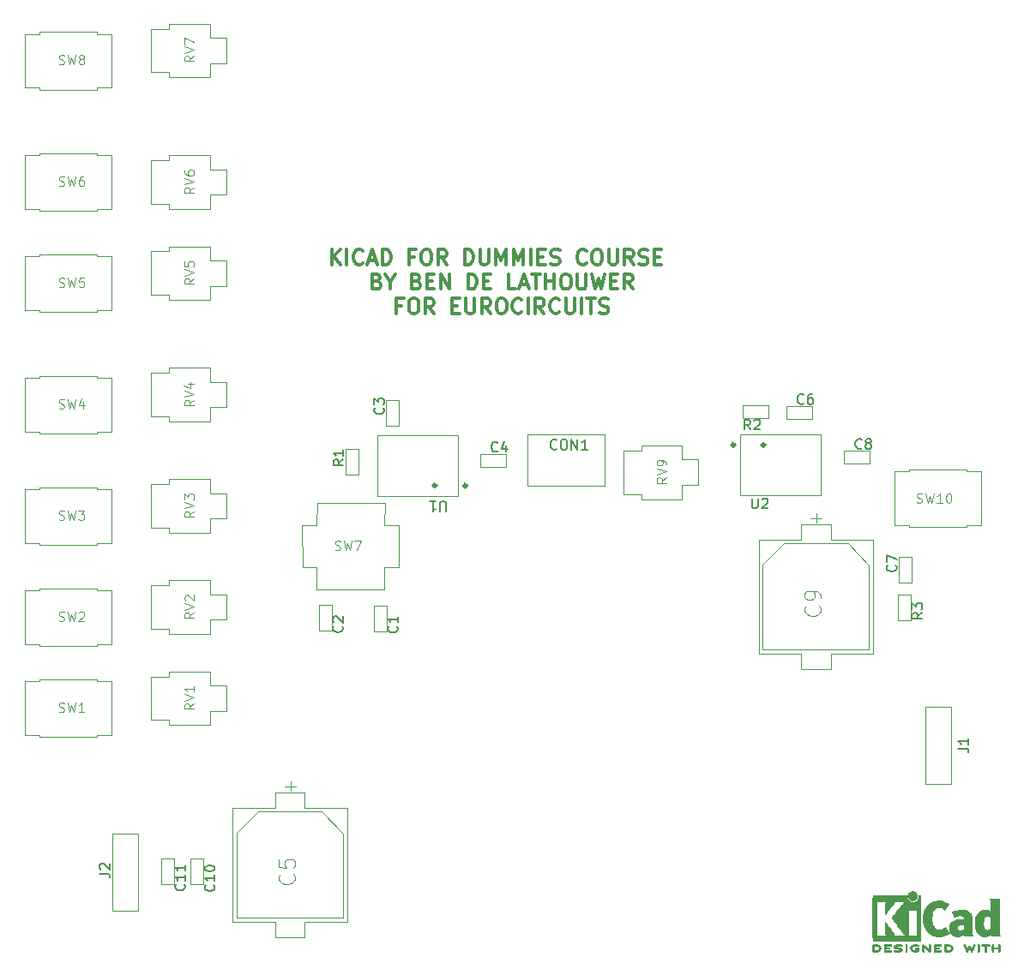
<source format=gbr>
%TF.GenerationSoftware,KiCad,Pcbnew,(5.99.0-10355-gafe0c79a1e)*%
%TF.CreationDate,2021-05-03T14:32:18+02:00*%
%TF.ProjectId,orgel,6f726765-6c2e-46b6-9963-61645f706362,rev?*%
%TF.SameCoordinates,Original*%
%TF.FileFunction,Legend,Top*%
%TF.FilePolarity,Positive*%
%FSLAX46Y46*%
G04 Gerber Fmt 4.6, Leading zero omitted, Abs format (unit mm)*
G04 Created by KiCad (PCBNEW (5.99.0-10355-gafe0c79a1e)) date 2021-05-03 14:32:18*
%MOMM*%
%LPD*%
G01*
G04 APERTURE LIST*
%ADD10C,0.300000*%
%ADD11C,0.015000*%
%ADD12C,0.150000*%
%ADD13C,0.010000*%
%ADD14C,0.120000*%
%ADD15C,0.334591*%
%ADD16C,0.321725*%
G04 APERTURE END LIST*
D10*
X106028571Y-66156071D02*
X106028571Y-64656071D01*
X106885714Y-66156071D02*
X106242857Y-65298928D01*
X106885714Y-64656071D02*
X106028571Y-65513214D01*
X107528571Y-66156071D02*
X107528571Y-64656071D01*
X109100000Y-66013214D02*
X109028571Y-66084642D01*
X108814285Y-66156071D01*
X108671428Y-66156071D01*
X108457142Y-66084642D01*
X108314285Y-65941785D01*
X108242857Y-65798928D01*
X108171428Y-65513214D01*
X108171428Y-65298928D01*
X108242857Y-65013214D01*
X108314285Y-64870357D01*
X108457142Y-64727500D01*
X108671428Y-64656071D01*
X108814285Y-64656071D01*
X109028571Y-64727500D01*
X109100000Y-64798928D01*
X109671428Y-65727500D02*
X110385714Y-65727500D01*
X109528571Y-66156071D02*
X110028571Y-64656071D01*
X110528571Y-66156071D01*
X111028571Y-66156071D02*
X111028571Y-64656071D01*
X111385714Y-64656071D01*
X111600000Y-64727500D01*
X111742857Y-64870357D01*
X111814285Y-65013214D01*
X111885714Y-65298928D01*
X111885714Y-65513214D01*
X111814285Y-65798928D01*
X111742857Y-65941785D01*
X111600000Y-66084642D01*
X111385714Y-66156071D01*
X111028571Y-66156071D01*
X114171428Y-65370357D02*
X113671428Y-65370357D01*
X113671428Y-66156071D02*
X113671428Y-64656071D01*
X114385714Y-64656071D01*
X115242857Y-64656071D02*
X115528571Y-64656071D01*
X115671428Y-64727500D01*
X115814285Y-64870357D01*
X115885714Y-65156071D01*
X115885714Y-65656071D01*
X115814285Y-65941785D01*
X115671428Y-66084642D01*
X115528571Y-66156071D01*
X115242857Y-66156071D01*
X115100000Y-66084642D01*
X114957142Y-65941785D01*
X114885714Y-65656071D01*
X114885714Y-65156071D01*
X114957142Y-64870357D01*
X115100000Y-64727500D01*
X115242857Y-64656071D01*
X117385714Y-66156071D02*
X116885714Y-65441785D01*
X116528571Y-66156071D02*
X116528571Y-64656071D01*
X117100000Y-64656071D01*
X117242857Y-64727500D01*
X117314285Y-64798928D01*
X117385714Y-64941785D01*
X117385714Y-65156071D01*
X117314285Y-65298928D01*
X117242857Y-65370357D01*
X117100000Y-65441785D01*
X116528571Y-65441785D01*
X119171428Y-66156071D02*
X119171428Y-64656071D01*
X119528571Y-64656071D01*
X119742857Y-64727500D01*
X119885714Y-64870357D01*
X119957142Y-65013214D01*
X120028571Y-65298928D01*
X120028571Y-65513214D01*
X119957142Y-65798928D01*
X119885714Y-65941785D01*
X119742857Y-66084642D01*
X119528571Y-66156071D01*
X119171428Y-66156071D01*
X120671428Y-64656071D02*
X120671428Y-65870357D01*
X120742857Y-66013214D01*
X120814285Y-66084642D01*
X120957142Y-66156071D01*
X121242857Y-66156071D01*
X121385714Y-66084642D01*
X121457142Y-66013214D01*
X121528571Y-65870357D01*
X121528571Y-64656071D01*
X122242857Y-66156071D02*
X122242857Y-64656071D01*
X122742857Y-65727500D01*
X123242857Y-64656071D01*
X123242857Y-66156071D01*
X123957142Y-66156071D02*
X123957142Y-64656071D01*
X124457142Y-65727500D01*
X124957142Y-64656071D01*
X124957142Y-66156071D01*
X125671428Y-66156071D02*
X125671428Y-64656071D01*
X126385714Y-65370357D02*
X126885714Y-65370357D01*
X127099999Y-66156071D02*
X126385714Y-66156071D01*
X126385714Y-64656071D01*
X127099999Y-64656071D01*
X127671428Y-66084642D02*
X127885714Y-66156071D01*
X128242857Y-66156071D01*
X128385714Y-66084642D01*
X128457142Y-66013214D01*
X128528571Y-65870357D01*
X128528571Y-65727500D01*
X128457142Y-65584642D01*
X128385714Y-65513214D01*
X128242857Y-65441785D01*
X127957142Y-65370357D01*
X127814285Y-65298928D01*
X127742857Y-65227500D01*
X127671428Y-65084642D01*
X127671428Y-64941785D01*
X127742857Y-64798928D01*
X127814285Y-64727500D01*
X127957142Y-64656071D01*
X128314285Y-64656071D01*
X128528571Y-64727500D01*
X131171428Y-66013214D02*
X131099999Y-66084642D01*
X130885714Y-66156071D01*
X130742857Y-66156071D01*
X130528571Y-66084642D01*
X130385714Y-65941785D01*
X130314285Y-65798928D01*
X130242857Y-65513214D01*
X130242857Y-65298928D01*
X130314285Y-65013214D01*
X130385714Y-64870357D01*
X130528571Y-64727500D01*
X130742857Y-64656071D01*
X130885714Y-64656071D01*
X131099999Y-64727500D01*
X131171428Y-64798928D01*
X132099999Y-64656071D02*
X132385714Y-64656071D01*
X132528571Y-64727500D01*
X132671428Y-64870357D01*
X132742857Y-65156071D01*
X132742857Y-65656071D01*
X132671428Y-65941785D01*
X132528571Y-66084642D01*
X132385714Y-66156071D01*
X132099999Y-66156071D01*
X131957142Y-66084642D01*
X131814285Y-65941785D01*
X131742857Y-65656071D01*
X131742857Y-65156071D01*
X131814285Y-64870357D01*
X131957142Y-64727500D01*
X132099999Y-64656071D01*
X133385714Y-64656071D02*
X133385714Y-65870357D01*
X133457142Y-66013214D01*
X133528571Y-66084642D01*
X133671428Y-66156071D01*
X133957142Y-66156071D01*
X134099999Y-66084642D01*
X134171428Y-66013214D01*
X134242857Y-65870357D01*
X134242857Y-64656071D01*
X135814285Y-66156071D02*
X135314285Y-65441785D01*
X134957142Y-66156071D02*
X134957142Y-64656071D01*
X135528571Y-64656071D01*
X135671428Y-64727500D01*
X135742857Y-64798928D01*
X135814285Y-64941785D01*
X135814285Y-65156071D01*
X135742857Y-65298928D01*
X135671428Y-65370357D01*
X135528571Y-65441785D01*
X134957142Y-65441785D01*
X136385714Y-66084642D02*
X136600000Y-66156071D01*
X136957142Y-66156071D01*
X137100000Y-66084642D01*
X137171428Y-66013214D01*
X137242857Y-65870357D01*
X137242857Y-65727500D01*
X137171428Y-65584642D01*
X137100000Y-65513214D01*
X136957142Y-65441785D01*
X136671428Y-65370357D01*
X136528571Y-65298928D01*
X136457142Y-65227500D01*
X136385714Y-65084642D01*
X136385714Y-64941785D01*
X136457142Y-64798928D01*
X136528571Y-64727500D01*
X136671428Y-64656071D01*
X137028571Y-64656071D01*
X137242857Y-64727500D01*
X137885714Y-65370357D02*
X138385714Y-65370357D01*
X138600000Y-66156071D02*
X137885714Y-66156071D01*
X137885714Y-64656071D01*
X138600000Y-64656071D01*
X110492857Y-67785357D02*
X110707142Y-67856785D01*
X110778571Y-67928214D01*
X110850000Y-68071071D01*
X110850000Y-68285357D01*
X110778571Y-68428214D01*
X110707142Y-68499642D01*
X110564285Y-68571071D01*
X109992857Y-68571071D01*
X109992857Y-67071071D01*
X110492857Y-67071071D01*
X110635714Y-67142500D01*
X110707142Y-67213928D01*
X110778571Y-67356785D01*
X110778571Y-67499642D01*
X110707142Y-67642500D01*
X110635714Y-67713928D01*
X110492857Y-67785357D01*
X109992857Y-67785357D01*
X111778571Y-67856785D02*
X111778571Y-68571071D01*
X111278571Y-67071071D02*
X111778571Y-67856785D01*
X112278571Y-67071071D01*
X114421428Y-67785357D02*
X114635714Y-67856785D01*
X114707142Y-67928214D01*
X114778571Y-68071071D01*
X114778571Y-68285357D01*
X114707142Y-68428214D01*
X114635714Y-68499642D01*
X114492857Y-68571071D01*
X113921428Y-68571071D01*
X113921428Y-67071071D01*
X114421428Y-67071071D01*
X114564285Y-67142500D01*
X114635714Y-67213928D01*
X114707142Y-67356785D01*
X114707142Y-67499642D01*
X114635714Y-67642500D01*
X114564285Y-67713928D01*
X114421428Y-67785357D01*
X113921428Y-67785357D01*
X115421428Y-67785357D02*
X115921428Y-67785357D01*
X116135714Y-68571071D02*
X115421428Y-68571071D01*
X115421428Y-67071071D01*
X116135714Y-67071071D01*
X116778571Y-68571071D02*
X116778571Y-67071071D01*
X117635714Y-68571071D01*
X117635714Y-67071071D01*
X119492857Y-68571071D02*
X119492857Y-67071071D01*
X119850000Y-67071071D01*
X120064285Y-67142500D01*
X120207142Y-67285357D01*
X120278571Y-67428214D01*
X120350000Y-67713928D01*
X120350000Y-67928214D01*
X120278571Y-68213928D01*
X120207142Y-68356785D01*
X120064285Y-68499642D01*
X119850000Y-68571071D01*
X119492857Y-68571071D01*
X120992857Y-67785357D02*
X121492857Y-67785357D01*
X121707142Y-68571071D02*
X120992857Y-68571071D01*
X120992857Y-67071071D01*
X121707142Y-67071071D01*
X124207142Y-68571071D02*
X123492857Y-68571071D01*
X123492857Y-67071071D01*
X124635714Y-68142500D02*
X125350000Y-68142500D01*
X124492857Y-68571071D02*
X124992857Y-67071071D01*
X125492857Y-68571071D01*
X125778571Y-67071071D02*
X126635714Y-67071071D01*
X126207142Y-68571071D02*
X126207142Y-67071071D01*
X127135714Y-68571071D02*
X127135714Y-67071071D01*
X127135714Y-67785357D02*
X127992857Y-67785357D01*
X127992857Y-68571071D02*
X127992857Y-67071071D01*
X128992857Y-67071071D02*
X129278571Y-67071071D01*
X129421428Y-67142500D01*
X129564285Y-67285357D01*
X129635714Y-67571071D01*
X129635714Y-68071071D01*
X129564285Y-68356785D01*
X129421428Y-68499642D01*
X129278571Y-68571071D01*
X128992857Y-68571071D01*
X128850000Y-68499642D01*
X128707142Y-68356785D01*
X128635714Y-68071071D01*
X128635714Y-67571071D01*
X128707142Y-67285357D01*
X128850000Y-67142500D01*
X128992857Y-67071071D01*
X130278571Y-67071071D02*
X130278571Y-68285357D01*
X130350000Y-68428214D01*
X130421428Y-68499642D01*
X130564285Y-68571071D01*
X130850000Y-68571071D01*
X130992857Y-68499642D01*
X131064285Y-68428214D01*
X131135714Y-68285357D01*
X131135714Y-67071071D01*
X131707142Y-67071071D02*
X132064285Y-68571071D01*
X132350000Y-67499642D01*
X132635714Y-68571071D01*
X132992857Y-67071071D01*
X133564285Y-67785357D02*
X134064285Y-67785357D01*
X134278571Y-68571071D02*
X133564285Y-68571071D01*
X133564285Y-67071071D01*
X134278571Y-67071071D01*
X135778571Y-68571071D02*
X135278571Y-67856785D01*
X134921428Y-68571071D02*
X134921428Y-67071071D01*
X135492857Y-67071071D01*
X135635714Y-67142500D01*
X135707142Y-67213928D01*
X135778571Y-67356785D01*
X135778571Y-67571071D01*
X135707142Y-67713928D01*
X135635714Y-67785357D01*
X135492857Y-67856785D01*
X134921428Y-67856785D01*
X112921428Y-70200357D02*
X112421428Y-70200357D01*
X112421428Y-70986071D02*
X112421428Y-69486071D01*
X113135714Y-69486071D01*
X113992857Y-69486071D02*
X114278571Y-69486071D01*
X114421428Y-69557500D01*
X114564285Y-69700357D01*
X114635714Y-69986071D01*
X114635714Y-70486071D01*
X114564285Y-70771785D01*
X114421428Y-70914642D01*
X114278571Y-70986071D01*
X113992857Y-70986071D01*
X113850000Y-70914642D01*
X113707142Y-70771785D01*
X113635714Y-70486071D01*
X113635714Y-69986071D01*
X113707142Y-69700357D01*
X113850000Y-69557500D01*
X113992857Y-69486071D01*
X116135714Y-70986071D02*
X115635714Y-70271785D01*
X115278571Y-70986071D02*
X115278571Y-69486071D01*
X115850000Y-69486071D01*
X115992857Y-69557500D01*
X116064285Y-69628928D01*
X116135714Y-69771785D01*
X116135714Y-69986071D01*
X116064285Y-70128928D01*
X115992857Y-70200357D01*
X115850000Y-70271785D01*
X115278571Y-70271785D01*
X117921428Y-70200357D02*
X118421428Y-70200357D01*
X118635714Y-70986071D02*
X117921428Y-70986071D01*
X117921428Y-69486071D01*
X118635714Y-69486071D01*
X119278571Y-69486071D02*
X119278571Y-70700357D01*
X119350000Y-70843214D01*
X119421428Y-70914642D01*
X119564285Y-70986071D01*
X119850000Y-70986071D01*
X119992857Y-70914642D01*
X120064285Y-70843214D01*
X120135714Y-70700357D01*
X120135714Y-69486071D01*
X121707142Y-70986071D02*
X121207142Y-70271785D01*
X120850000Y-70986071D02*
X120850000Y-69486071D01*
X121421428Y-69486071D01*
X121564285Y-69557500D01*
X121635714Y-69628928D01*
X121707142Y-69771785D01*
X121707142Y-69986071D01*
X121635714Y-70128928D01*
X121564285Y-70200357D01*
X121421428Y-70271785D01*
X120850000Y-70271785D01*
X122635714Y-69486071D02*
X122921428Y-69486071D01*
X123064285Y-69557500D01*
X123207142Y-69700357D01*
X123278571Y-69986071D01*
X123278571Y-70486071D01*
X123207142Y-70771785D01*
X123064285Y-70914642D01*
X122921428Y-70986071D01*
X122635714Y-70986071D01*
X122492857Y-70914642D01*
X122350000Y-70771785D01*
X122278571Y-70486071D01*
X122278571Y-69986071D01*
X122350000Y-69700357D01*
X122492857Y-69557500D01*
X122635714Y-69486071D01*
X124778571Y-70843214D02*
X124707142Y-70914642D01*
X124492857Y-70986071D01*
X124350000Y-70986071D01*
X124135714Y-70914642D01*
X123992857Y-70771785D01*
X123921428Y-70628928D01*
X123850000Y-70343214D01*
X123850000Y-70128928D01*
X123921428Y-69843214D01*
X123992857Y-69700357D01*
X124135714Y-69557500D01*
X124350000Y-69486071D01*
X124492857Y-69486071D01*
X124707142Y-69557500D01*
X124778571Y-69628928D01*
X125421428Y-70986071D02*
X125421428Y-69486071D01*
X126992857Y-70986071D02*
X126492857Y-70271785D01*
X126135714Y-70986071D02*
X126135714Y-69486071D01*
X126707142Y-69486071D01*
X126850000Y-69557500D01*
X126921428Y-69628928D01*
X126992857Y-69771785D01*
X126992857Y-69986071D01*
X126921428Y-70128928D01*
X126850000Y-70200357D01*
X126707142Y-70271785D01*
X126135714Y-70271785D01*
X128492857Y-70843214D02*
X128421428Y-70914642D01*
X128207142Y-70986071D01*
X128064285Y-70986071D01*
X127850000Y-70914642D01*
X127707142Y-70771785D01*
X127635714Y-70628928D01*
X127564285Y-70343214D01*
X127564285Y-70128928D01*
X127635714Y-69843214D01*
X127707142Y-69700357D01*
X127850000Y-69557500D01*
X128064285Y-69486071D01*
X128207142Y-69486071D01*
X128421428Y-69557500D01*
X128492857Y-69628928D01*
X129135714Y-69486071D02*
X129135714Y-70700357D01*
X129207142Y-70843214D01*
X129278571Y-70914642D01*
X129421428Y-70986071D01*
X129707142Y-70986071D01*
X129850000Y-70914642D01*
X129921428Y-70843214D01*
X129992857Y-70700357D01*
X129992857Y-69486071D01*
X130707142Y-70986071D02*
X130707142Y-69486071D01*
X131207142Y-69486071D02*
X132064285Y-69486071D01*
X131635714Y-70986071D02*
X131635714Y-69486071D01*
X132492857Y-70914642D02*
X132707142Y-70986071D01*
X133064285Y-70986071D01*
X133207142Y-70914642D01*
X133278571Y-70843214D01*
X133350000Y-70700357D01*
X133350000Y-70557500D01*
X133278571Y-70414642D01*
X133207142Y-70343214D01*
X133064285Y-70271785D01*
X132778571Y-70200357D01*
X132635714Y-70128928D01*
X132564285Y-70057500D01*
X132492857Y-69914642D01*
X132492857Y-69771785D01*
X132564285Y-69628928D01*
X132635714Y-69557500D01*
X132778571Y-69486071D01*
X133135714Y-69486071D01*
X133350000Y-69557500D01*
D11*
%TO.C,RV1*%
X92427446Y-109512429D02*
X91977502Y-109827390D01*
X92427446Y-110052362D02*
X91482564Y-110052362D01*
X91482564Y-109692407D01*
X91527559Y-109602418D01*
X91572553Y-109557424D01*
X91662542Y-109512429D01*
X91797525Y-109512429D01*
X91887514Y-109557424D01*
X91932508Y-109602418D01*
X91977502Y-109692407D01*
X91977502Y-110052362D01*
X91482564Y-109242463D02*
X92427446Y-108927502D01*
X91482564Y-108612542D01*
X92427446Y-107802643D02*
X92427446Y-108342575D01*
X92427446Y-108072609D02*
X91482564Y-108072609D01*
X91617547Y-108162598D01*
X91707536Y-108252587D01*
X91752530Y-108342575D01*
%TO.C,SW7*%
X106350157Y-94337452D02*
X106485140Y-94382446D01*
X106710112Y-94382446D01*
X106800101Y-94337452D01*
X106845095Y-94292457D01*
X106890089Y-94202469D01*
X106890089Y-94112480D01*
X106845095Y-94022491D01*
X106800101Y-93977497D01*
X106710112Y-93932502D01*
X106530134Y-93887508D01*
X106440146Y-93842514D01*
X106395151Y-93797519D01*
X106350157Y-93707530D01*
X106350157Y-93617542D01*
X106395151Y-93527553D01*
X106440146Y-93482559D01*
X106530134Y-93437564D01*
X106755106Y-93437564D01*
X106890089Y-93482559D01*
X107205050Y-93437564D02*
X107430022Y-94382446D01*
X107610000Y-93707530D01*
X107789977Y-94382446D01*
X108014949Y-93437564D01*
X108284915Y-93437564D02*
X108914837Y-93437564D01*
X108509887Y-94382446D01*
%TO.C,C9*%
X154152429Y-99882467D02*
X154227420Y-99957457D01*
X154302410Y-100182429D01*
X154302410Y-100332410D01*
X154227420Y-100557382D01*
X154077439Y-100707363D01*
X153927457Y-100782354D01*
X153627495Y-100857345D01*
X153402523Y-100857345D01*
X153102560Y-100782354D01*
X152952579Y-100707363D01*
X152802598Y-100557382D01*
X152727607Y-100332410D01*
X152727607Y-100182429D01*
X152802598Y-99957457D01*
X152877589Y-99882467D01*
X154302410Y-99132560D02*
X154302410Y-98832598D01*
X154227420Y-98682617D01*
X154152429Y-98607626D01*
X153927457Y-98457645D01*
X153627495Y-98382654D01*
X153027570Y-98382654D01*
X152877589Y-98457645D01*
X152802598Y-98532636D01*
X152727607Y-98682617D01*
X152727607Y-98982579D01*
X152802598Y-99132560D01*
X152877589Y-99207551D01*
X153027570Y-99282542D01*
X153402523Y-99282542D01*
X153552504Y-99207551D01*
X153627495Y-99132560D01*
X153702485Y-98982579D01*
X153702485Y-98682617D01*
X153627495Y-98532636D01*
X153552504Y-98457645D01*
X153402523Y-98382654D01*
%TO.C,SW2*%
X79090157Y-101332452D02*
X79225140Y-101377446D01*
X79450112Y-101377446D01*
X79540101Y-101332452D01*
X79585095Y-101287457D01*
X79630089Y-101197469D01*
X79630089Y-101107480D01*
X79585095Y-101017491D01*
X79540101Y-100972497D01*
X79450112Y-100927502D01*
X79270134Y-100882508D01*
X79180146Y-100837514D01*
X79135151Y-100792519D01*
X79090157Y-100702530D01*
X79090157Y-100612542D01*
X79135151Y-100522553D01*
X79180146Y-100477559D01*
X79270134Y-100432564D01*
X79495106Y-100432564D01*
X79630089Y-100477559D01*
X79945050Y-100432564D02*
X80170022Y-101377446D01*
X80350000Y-100702530D01*
X80529977Y-101377446D01*
X80754949Y-100432564D01*
X81069910Y-100522553D02*
X81114904Y-100477559D01*
X81204893Y-100432564D01*
X81429865Y-100432564D01*
X81519853Y-100477559D01*
X81564848Y-100522553D01*
X81609842Y-100612542D01*
X81609842Y-100702530D01*
X81564848Y-100837514D01*
X81024915Y-101377446D01*
X81609842Y-101377446D01*
D12*
%TO.C,R2*%
X147357333Y-82447380D02*
X147024000Y-81971190D01*
X146785904Y-82447380D02*
X146785904Y-81447380D01*
X147166857Y-81447380D01*
X147262095Y-81495000D01*
X147309714Y-81542619D01*
X147357333Y-81637857D01*
X147357333Y-81780714D01*
X147309714Y-81875952D01*
X147262095Y-81923571D01*
X147166857Y-81971190D01*
X146785904Y-81971190D01*
X147738285Y-81542619D02*
X147785904Y-81495000D01*
X147881142Y-81447380D01*
X148119238Y-81447380D01*
X148214476Y-81495000D01*
X148262095Y-81542619D01*
X148309714Y-81637857D01*
X148309714Y-81733095D01*
X148262095Y-81875952D01*
X147690666Y-82447380D01*
X148309714Y-82447380D01*
D11*
%TO.C,SW1*%
X79090157Y-110332452D02*
X79225140Y-110377446D01*
X79450112Y-110377446D01*
X79540101Y-110332452D01*
X79585095Y-110287457D01*
X79630089Y-110197469D01*
X79630089Y-110107480D01*
X79585095Y-110017491D01*
X79540101Y-109972497D01*
X79450112Y-109927502D01*
X79270134Y-109882508D01*
X79180146Y-109837514D01*
X79135151Y-109792519D01*
X79090157Y-109702530D01*
X79090157Y-109612542D01*
X79135151Y-109522553D01*
X79180146Y-109477559D01*
X79270134Y-109432564D01*
X79495106Y-109432564D01*
X79630089Y-109477559D01*
X79945050Y-109432564D02*
X80170022Y-110377446D01*
X80350000Y-109702530D01*
X80529977Y-110377446D01*
X80754949Y-109432564D01*
X81609842Y-110377446D02*
X81069910Y-110377446D01*
X81339876Y-110377446D02*
X81339876Y-109432564D01*
X81249887Y-109567547D01*
X81159898Y-109657536D01*
X81069910Y-109702530D01*
%TO.C,RV6*%
X92427446Y-58512429D02*
X91977502Y-58827390D01*
X92427446Y-59052362D02*
X91482564Y-59052362D01*
X91482564Y-58692407D01*
X91527559Y-58602418D01*
X91572553Y-58557424D01*
X91662542Y-58512429D01*
X91797525Y-58512429D01*
X91887514Y-58557424D01*
X91932508Y-58602418D01*
X91977502Y-58692407D01*
X91977502Y-59052362D01*
X91482564Y-58242463D02*
X92427446Y-57927502D01*
X91482564Y-57612542D01*
X91482564Y-56892632D02*
X91482564Y-57072609D01*
X91527559Y-57162598D01*
X91572553Y-57207592D01*
X91707536Y-57297581D01*
X91887514Y-57342575D01*
X92247469Y-57342575D01*
X92337457Y-57297581D01*
X92382452Y-57252587D01*
X92427446Y-57162598D01*
X92427446Y-56982620D01*
X92382452Y-56892632D01*
X92337457Y-56847637D01*
X92247469Y-56802643D01*
X92022497Y-56802643D01*
X91932508Y-56847637D01*
X91887514Y-56892632D01*
X91842519Y-56982620D01*
X91842519Y-57162598D01*
X91887514Y-57252587D01*
X91932508Y-57297581D01*
X92022497Y-57342575D01*
D12*
%TO.C,C8*%
X158353333Y-84287142D02*
X158305714Y-84334761D01*
X158162857Y-84382380D01*
X158067619Y-84382380D01*
X157924761Y-84334761D01*
X157829523Y-84239523D01*
X157781904Y-84144285D01*
X157734285Y-83953809D01*
X157734285Y-83810952D01*
X157781904Y-83620476D01*
X157829523Y-83525238D01*
X157924761Y-83430000D01*
X158067619Y-83382380D01*
X158162857Y-83382380D01*
X158305714Y-83430000D01*
X158353333Y-83477619D01*
X158924761Y-83810952D02*
X158829523Y-83763333D01*
X158781904Y-83715714D01*
X158734285Y-83620476D01*
X158734285Y-83572857D01*
X158781904Y-83477619D01*
X158829523Y-83430000D01*
X158924761Y-83382380D01*
X159115238Y-83382380D01*
X159210476Y-83430000D01*
X159258095Y-83477619D01*
X159305714Y-83572857D01*
X159305714Y-83620476D01*
X159258095Y-83715714D01*
X159210476Y-83763333D01*
X159115238Y-83810952D01*
X158924761Y-83810952D01*
X158829523Y-83858571D01*
X158781904Y-83906190D01*
X158734285Y-84001428D01*
X158734285Y-84191904D01*
X158781904Y-84287142D01*
X158829523Y-84334761D01*
X158924761Y-84382380D01*
X159115238Y-84382380D01*
X159210476Y-84334761D01*
X159258095Y-84287142D01*
X159305714Y-84191904D01*
X159305714Y-84001428D01*
X159258095Y-83906190D01*
X159210476Y-83858571D01*
X159115238Y-83810952D01*
D11*
%TO.C,RV3*%
X92427446Y-90512429D02*
X91977502Y-90827390D01*
X92427446Y-91052362D02*
X91482564Y-91052362D01*
X91482564Y-90692407D01*
X91527559Y-90602418D01*
X91572553Y-90557424D01*
X91662542Y-90512429D01*
X91797525Y-90512429D01*
X91887514Y-90557424D01*
X91932508Y-90602418D01*
X91977502Y-90692407D01*
X91977502Y-91052362D01*
X91482564Y-90242463D02*
X92427446Y-89927502D01*
X91482564Y-89612542D01*
X91482564Y-89387570D02*
X91482564Y-88802643D01*
X91842519Y-89117603D01*
X91842519Y-88982620D01*
X91887514Y-88892632D01*
X91932508Y-88847637D01*
X92022497Y-88802643D01*
X92247469Y-88802643D01*
X92337457Y-88847637D01*
X92382452Y-88892632D01*
X92427446Y-88982620D01*
X92427446Y-89252587D01*
X92382452Y-89342575D01*
X92337457Y-89387570D01*
%TO.C,SW5*%
X79090157Y-68332452D02*
X79225140Y-68377446D01*
X79450112Y-68377446D01*
X79540101Y-68332452D01*
X79585095Y-68287457D01*
X79630089Y-68197469D01*
X79630089Y-68107480D01*
X79585095Y-68017491D01*
X79540101Y-67972497D01*
X79450112Y-67927502D01*
X79270134Y-67882508D01*
X79180146Y-67837514D01*
X79135151Y-67792519D01*
X79090157Y-67702530D01*
X79090157Y-67612542D01*
X79135151Y-67522553D01*
X79180146Y-67477559D01*
X79270134Y-67432564D01*
X79495106Y-67432564D01*
X79630089Y-67477559D01*
X79945050Y-67432564D02*
X80170022Y-68377446D01*
X80350000Y-67702530D01*
X80529977Y-68377446D01*
X80754949Y-67432564D01*
X81564848Y-67432564D02*
X81114904Y-67432564D01*
X81069910Y-67882508D01*
X81114904Y-67837514D01*
X81204893Y-67792519D01*
X81429865Y-67792519D01*
X81519853Y-67837514D01*
X81564848Y-67882508D01*
X81609842Y-67972497D01*
X81609842Y-68197469D01*
X81564848Y-68287457D01*
X81519853Y-68332452D01*
X81429865Y-68377446D01*
X81204893Y-68377446D01*
X81114904Y-68332452D01*
X81069910Y-68287457D01*
D12*
%TO.C,R3*%
X164322380Y-100547666D02*
X163846190Y-100881000D01*
X164322380Y-101119095D02*
X163322380Y-101119095D01*
X163322380Y-100738142D01*
X163370000Y-100642904D01*
X163417619Y-100595285D01*
X163512857Y-100547666D01*
X163655714Y-100547666D01*
X163750952Y-100595285D01*
X163798571Y-100642904D01*
X163846190Y-100738142D01*
X163846190Y-101119095D01*
X163322380Y-100214333D02*
X163322380Y-99595285D01*
X163703333Y-99928619D01*
X163703333Y-99785761D01*
X163750952Y-99690523D01*
X163798571Y-99642904D01*
X163893809Y-99595285D01*
X164131904Y-99595285D01*
X164227142Y-99642904D01*
X164274761Y-99690523D01*
X164322380Y-99785761D01*
X164322380Y-100071476D01*
X164274761Y-100166714D01*
X164227142Y-100214333D01*
D11*
%TO.C,SW8*%
X79090157Y-46332452D02*
X79225140Y-46377446D01*
X79450112Y-46377446D01*
X79540101Y-46332452D01*
X79585095Y-46287457D01*
X79630089Y-46197469D01*
X79630089Y-46107480D01*
X79585095Y-46017491D01*
X79540101Y-45972497D01*
X79450112Y-45927502D01*
X79270134Y-45882508D01*
X79180146Y-45837514D01*
X79135151Y-45792519D01*
X79090157Y-45702530D01*
X79090157Y-45612542D01*
X79135151Y-45522553D01*
X79180146Y-45477559D01*
X79270134Y-45432564D01*
X79495106Y-45432564D01*
X79630089Y-45477559D01*
X79945050Y-45432564D02*
X80170022Y-46377446D01*
X80350000Y-45702530D01*
X80529977Y-46377446D01*
X80754949Y-45432564D01*
X81249887Y-45837514D02*
X81159898Y-45792519D01*
X81114904Y-45747525D01*
X81069910Y-45657536D01*
X81069910Y-45612542D01*
X81114904Y-45522553D01*
X81159898Y-45477559D01*
X81249887Y-45432564D01*
X81429865Y-45432564D01*
X81519853Y-45477559D01*
X81564848Y-45522553D01*
X81609842Y-45612542D01*
X81609842Y-45657536D01*
X81564848Y-45747525D01*
X81519853Y-45792519D01*
X81429865Y-45837514D01*
X81249887Y-45837514D01*
X81159898Y-45882508D01*
X81114904Y-45927502D01*
X81069910Y-46017491D01*
X81069910Y-46197469D01*
X81114904Y-46287457D01*
X81159898Y-46332452D01*
X81249887Y-46377446D01*
X81429865Y-46377446D01*
X81519853Y-46332452D01*
X81564848Y-46287457D01*
X81609842Y-46197469D01*
X81609842Y-46017491D01*
X81564848Y-45927502D01*
X81519853Y-45882508D01*
X81429865Y-45837514D01*
D12*
%TO.C,U1*%
X117284609Y-90547619D02*
X117284609Y-89738095D01*
X117236990Y-89642857D01*
X117189371Y-89595238D01*
X117094133Y-89547619D01*
X116903657Y-89547619D01*
X116808419Y-89595238D01*
X116760800Y-89642857D01*
X116713181Y-89738095D01*
X116713181Y-90547619D01*
X115713181Y-89547619D02*
X116284609Y-89547619D01*
X115998895Y-89547619D02*
X115998895Y-90547619D01*
X116094133Y-90404761D01*
X116189371Y-90309523D01*
X116284609Y-90261904D01*
%TO.C,C7*%
X161712142Y-95841666D02*
X161759761Y-95889285D01*
X161807380Y-96032142D01*
X161807380Y-96127380D01*
X161759761Y-96270238D01*
X161664523Y-96365476D01*
X161569285Y-96413095D01*
X161378809Y-96460714D01*
X161235952Y-96460714D01*
X161045476Y-96413095D01*
X160950238Y-96365476D01*
X160855000Y-96270238D01*
X160807380Y-96127380D01*
X160807380Y-96032142D01*
X160855000Y-95889285D01*
X160902619Y-95841666D01*
X160807380Y-95508333D02*
X160807380Y-94841666D01*
X161807380Y-95270238D01*
D11*
%TO.C,RV4*%
X92427446Y-79512429D02*
X91977502Y-79827390D01*
X92427446Y-80052362D02*
X91482564Y-80052362D01*
X91482564Y-79692407D01*
X91527559Y-79602418D01*
X91572553Y-79557424D01*
X91662542Y-79512429D01*
X91797525Y-79512429D01*
X91887514Y-79557424D01*
X91932508Y-79602418D01*
X91977502Y-79692407D01*
X91977502Y-80052362D01*
X91482564Y-79242463D02*
X92427446Y-78927502D01*
X91482564Y-78612542D01*
X91797525Y-77892632D02*
X92427446Y-77892632D01*
X91437570Y-78117603D02*
X92112485Y-78342575D01*
X92112485Y-77757648D01*
D12*
%TO.C,CON1*%
X128235714Y-84332142D02*
X128188095Y-84379761D01*
X128045238Y-84427380D01*
X127950000Y-84427380D01*
X127807142Y-84379761D01*
X127711904Y-84284523D01*
X127664285Y-84189285D01*
X127616666Y-83998809D01*
X127616666Y-83855952D01*
X127664285Y-83665476D01*
X127711904Y-83570238D01*
X127807142Y-83475000D01*
X127950000Y-83427380D01*
X128045238Y-83427380D01*
X128188095Y-83475000D01*
X128235714Y-83522619D01*
X128854761Y-83427380D02*
X129045238Y-83427380D01*
X129140476Y-83475000D01*
X129235714Y-83570238D01*
X129283333Y-83760714D01*
X129283333Y-84094047D01*
X129235714Y-84284523D01*
X129140476Y-84379761D01*
X129045238Y-84427380D01*
X128854761Y-84427380D01*
X128759523Y-84379761D01*
X128664285Y-84284523D01*
X128616666Y-84094047D01*
X128616666Y-83760714D01*
X128664285Y-83570238D01*
X128759523Y-83475000D01*
X128854761Y-83427380D01*
X129711904Y-84427380D02*
X129711904Y-83427380D01*
X130283333Y-84427380D01*
X130283333Y-83427380D01*
X131283333Y-84427380D02*
X130711904Y-84427380D01*
X130997619Y-84427380D02*
X130997619Y-83427380D01*
X130902380Y-83570238D01*
X130807142Y-83665476D01*
X130711904Y-83713095D01*
D11*
%TO.C,SW6*%
X79090157Y-58332452D02*
X79225140Y-58377446D01*
X79450112Y-58377446D01*
X79540101Y-58332452D01*
X79585095Y-58287457D01*
X79630089Y-58197469D01*
X79630089Y-58107480D01*
X79585095Y-58017491D01*
X79540101Y-57972497D01*
X79450112Y-57927502D01*
X79270134Y-57882508D01*
X79180146Y-57837514D01*
X79135151Y-57792519D01*
X79090157Y-57702530D01*
X79090157Y-57612542D01*
X79135151Y-57522553D01*
X79180146Y-57477559D01*
X79270134Y-57432564D01*
X79495106Y-57432564D01*
X79630089Y-57477559D01*
X79945050Y-57432564D02*
X80170022Y-58377446D01*
X80350000Y-57702530D01*
X80529977Y-58377446D01*
X80754949Y-57432564D01*
X81519853Y-57432564D02*
X81339876Y-57432564D01*
X81249887Y-57477559D01*
X81204893Y-57522553D01*
X81114904Y-57657536D01*
X81069910Y-57837514D01*
X81069910Y-58197469D01*
X81114904Y-58287457D01*
X81159898Y-58332452D01*
X81249887Y-58377446D01*
X81429865Y-58377446D01*
X81519853Y-58332452D01*
X81564848Y-58287457D01*
X81609842Y-58197469D01*
X81609842Y-57972497D01*
X81564848Y-57882508D01*
X81519853Y-57837514D01*
X81429865Y-57792519D01*
X81249887Y-57792519D01*
X81159898Y-57837514D01*
X81114904Y-57882508D01*
X81069910Y-57972497D01*
D12*
%TO.C,C11*%
X91462142Y-127382857D02*
X91509761Y-127430476D01*
X91557380Y-127573333D01*
X91557380Y-127668571D01*
X91509761Y-127811428D01*
X91414523Y-127906666D01*
X91319285Y-127954285D01*
X91128809Y-128001904D01*
X90985952Y-128001904D01*
X90795476Y-127954285D01*
X90700238Y-127906666D01*
X90605000Y-127811428D01*
X90557380Y-127668571D01*
X90557380Y-127573333D01*
X90605000Y-127430476D01*
X90652619Y-127382857D01*
X91557380Y-126430476D02*
X91557380Y-127001904D01*
X91557380Y-126716190D02*
X90557380Y-126716190D01*
X90700238Y-126811428D01*
X90795476Y-126906666D01*
X90843095Y-127001904D01*
X91557380Y-125478095D02*
X91557380Y-126049523D01*
X91557380Y-125763809D02*
X90557380Y-125763809D01*
X90700238Y-125859047D01*
X90795476Y-125954285D01*
X90843095Y-126049523D01*
%TO.C,C6*%
X152618333Y-79842142D02*
X152570714Y-79889761D01*
X152427857Y-79937380D01*
X152332619Y-79937380D01*
X152189761Y-79889761D01*
X152094523Y-79794523D01*
X152046904Y-79699285D01*
X151999285Y-79508809D01*
X151999285Y-79365952D01*
X152046904Y-79175476D01*
X152094523Y-79080238D01*
X152189761Y-78985000D01*
X152332619Y-78937380D01*
X152427857Y-78937380D01*
X152570714Y-78985000D01*
X152618333Y-79032619D01*
X153475476Y-78937380D02*
X153285000Y-78937380D01*
X153189761Y-78985000D01*
X153142142Y-79032619D01*
X153046904Y-79175476D01*
X152999285Y-79365952D01*
X152999285Y-79746904D01*
X153046904Y-79842142D01*
X153094523Y-79889761D01*
X153189761Y-79937380D01*
X153380238Y-79937380D01*
X153475476Y-79889761D01*
X153523095Y-79842142D01*
X153570714Y-79746904D01*
X153570714Y-79508809D01*
X153523095Y-79413571D01*
X153475476Y-79365952D01*
X153380238Y-79318333D01*
X153189761Y-79318333D01*
X153094523Y-79365952D01*
X153046904Y-79413571D01*
X152999285Y-79508809D01*
%TO.C,U2*%
X147523095Y-89242380D02*
X147523095Y-90051904D01*
X147570714Y-90147142D01*
X147618333Y-90194761D01*
X147713571Y-90242380D01*
X147904047Y-90242380D01*
X147999285Y-90194761D01*
X148046904Y-90147142D01*
X148094523Y-90051904D01*
X148094523Y-89242380D01*
X148523095Y-89337619D02*
X148570714Y-89290000D01*
X148665952Y-89242380D01*
X148904047Y-89242380D01*
X148999285Y-89290000D01*
X149046904Y-89337619D01*
X149094523Y-89432857D01*
X149094523Y-89528095D01*
X149046904Y-89670952D01*
X148475476Y-90242380D01*
X149094523Y-90242380D01*
D11*
%TO.C,SW4*%
X79090157Y-80332452D02*
X79225140Y-80377446D01*
X79450112Y-80377446D01*
X79540101Y-80332452D01*
X79585095Y-80287457D01*
X79630089Y-80197469D01*
X79630089Y-80107480D01*
X79585095Y-80017491D01*
X79540101Y-79972497D01*
X79450112Y-79927502D01*
X79270134Y-79882508D01*
X79180146Y-79837514D01*
X79135151Y-79792519D01*
X79090157Y-79702530D01*
X79090157Y-79612542D01*
X79135151Y-79522553D01*
X79180146Y-79477559D01*
X79270134Y-79432564D01*
X79495106Y-79432564D01*
X79630089Y-79477559D01*
X79945050Y-79432564D02*
X80170022Y-80377446D01*
X80350000Y-79702530D01*
X80529977Y-80377446D01*
X80754949Y-79432564D01*
X81519853Y-79747525D02*
X81519853Y-80377446D01*
X81294882Y-79387570D02*
X81069910Y-80062485D01*
X81654837Y-80062485D01*
D12*
%TO.C,C4*%
X122418333Y-84567142D02*
X122370714Y-84614761D01*
X122227857Y-84662380D01*
X122132619Y-84662380D01*
X121989761Y-84614761D01*
X121894523Y-84519523D01*
X121846904Y-84424285D01*
X121799285Y-84233809D01*
X121799285Y-84090952D01*
X121846904Y-83900476D01*
X121894523Y-83805238D01*
X121989761Y-83710000D01*
X122132619Y-83662380D01*
X122227857Y-83662380D01*
X122370714Y-83710000D01*
X122418333Y-83757619D01*
X123275476Y-83995714D02*
X123275476Y-84662380D01*
X123037380Y-83614761D02*
X122799285Y-84329047D01*
X123418333Y-84329047D01*
D11*
%TO.C,RV9*%
X139052446Y-87187429D02*
X138602502Y-87502390D01*
X139052446Y-87727362D02*
X138107564Y-87727362D01*
X138107564Y-87367407D01*
X138152559Y-87277418D01*
X138197553Y-87232424D01*
X138287542Y-87187429D01*
X138422525Y-87187429D01*
X138512514Y-87232424D01*
X138557508Y-87277418D01*
X138602502Y-87367407D01*
X138602502Y-87727362D01*
X138107564Y-86917463D02*
X139052446Y-86602502D01*
X138107564Y-86287542D01*
X139052446Y-85927587D02*
X139052446Y-85747609D01*
X139007452Y-85657620D01*
X138962457Y-85612626D01*
X138827474Y-85522637D01*
X138647497Y-85477643D01*
X138287542Y-85477643D01*
X138197553Y-85522637D01*
X138152559Y-85567632D01*
X138107564Y-85657620D01*
X138107564Y-85837598D01*
X138152559Y-85927587D01*
X138197553Y-85972581D01*
X138287542Y-86017575D01*
X138512514Y-86017575D01*
X138602502Y-85972581D01*
X138647497Y-85927587D01*
X138692491Y-85837598D01*
X138692491Y-85657620D01*
X138647497Y-85567632D01*
X138602502Y-85522637D01*
X138512514Y-85477643D01*
D12*
%TO.C,J2*%
X83132380Y-126333333D02*
X83846666Y-126333333D01*
X83989523Y-126380952D01*
X84084761Y-126476190D01*
X84132380Y-126619047D01*
X84132380Y-126714285D01*
X83227619Y-125904761D02*
X83180000Y-125857142D01*
X83132380Y-125761904D01*
X83132380Y-125523809D01*
X83180000Y-125428571D01*
X83227619Y-125380952D01*
X83322857Y-125333333D01*
X83418095Y-125333333D01*
X83560952Y-125380952D01*
X84132380Y-125952380D01*
X84132380Y-125333333D01*
D11*
%TO.C,RV2*%
X92427446Y-100512429D02*
X91977502Y-100827390D01*
X92427446Y-101052362D02*
X91482564Y-101052362D01*
X91482564Y-100692407D01*
X91527559Y-100602418D01*
X91572553Y-100557424D01*
X91662542Y-100512429D01*
X91797525Y-100512429D01*
X91887514Y-100557424D01*
X91932508Y-100602418D01*
X91977502Y-100692407D01*
X91977502Y-101052362D01*
X91482564Y-100242463D02*
X92427446Y-99927502D01*
X91482564Y-99612542D01*
X91572553Y-99342575D02*
X91527559Y-99297581D01*
X91482564Y-99207592D01*
X91482564Y-98982620D01*
X91527559Y-98892632D01*
X91572553Y-98847637D01*
X91662542Y-98802643D01*
X91752530Y-98802643D01*
X91887514Y-98847637D01*
X92427446Y-99387570D01*
X92427446Y-98802643D01*
D12*
%TO.C,J1*%
X167892380Y-113983333D02*
X168606666Y-113983333D01*
X168749523Y-114030952D01*
X168844761Y-114126190D01*
X168892380Y-114269047D01*
X168892380Y-114364285D01*
X168892380Y-112983333D02*
X168892380Y-113554761D01*
X168892380Y-113269047D02*
X167892380Y-113269047D01*
X168035238Y-113364285D01*
X168130476Y-113459523D01*
X168178095Y-113554761D01*
%TO.C,C3*%
X111112142Y-80316666D02*
X111159761Y-80364285D01*
X111207380Y-80507142D01*
X111207380Y-80602380D01*
X111159761Y-80745238D01*
X111064523Y-80840476D01*
X110969285Y-80888095D01*
X110778809Y-80935714D01*
X110635952Y-80935714D01*
X110445476Y-80888095D01*
X110350238Y-80840476D01*
X110255000Y-80745238D01*
X110207380Y-80602380D01*
X110207380Y-80507142D01*
X110255000Y-80364285D01*
X110302619Y-80316666D01*
X110207380Y-79983333D02*
X110207380Y-79364285D01*
X110588333Y-79697619D01*
X110588333Y-79554761D01*
X110635952Y-79459523D01*
X110683571Y-79411904D01*
X110778809Y-79364285D01*
X111016904Y-79364285D01*
X111112142Y-79411904D01*
X111159761Y-79459523D01*
X111207380Y-79554761D01*
X111207380Y-79840476D01*
X111159761Y-79935714D01*
X111112142Y-79983333D01*
D11*
%TO.C,SW10*%
X163790213Y-89657452D02*
X163925196Y-89702446D01*
X164150168Y-89702446D01*
X164240157Y-89657452D01*
X164285151Y-89612457D01*
X164330146Y-89522469D01*
X164330146Y-89432480D01*
X164285151Y-89342491D01*
X164240157Y-89297497D01*
X164150168Y-89252502D01*
X163970191Y-89207508D01*
X163880202Y-89162514D01*
X163835207Y-89117519D01*
X163790213Y-89027530D01*
X163790213Y-88937542D01*
X163835207Y-88847553D01*
X163880202Y-88802559D01*
X163970191Y-88757564D01*
X164195162Y-88757564D01*
X164330146Y-88802559D01*
X164645106Y-88757564D02*
X164870078Y-89702446D01*
X165050056Y-89027530D01*
X165230033Y-89702446D01*
X165455005Y-88757564D01*
X166309898Y-89702446D02*
X165769966Y-89702446D01*
X166039932Y-89702446D02*
X166039932Y-88757564D01*
X165949943Y-88892547D01*
X165859955Y-88982536D01*
X165769966Y-89027530D01*
X166894825Y-88757564D02*
X166984814Y-88757564D01*
X167074803Y-88802559D01*
X167119797Y-88847553D01*
X167164792Y-88937542D01*
X167209786Y-89117519D01*
X167209786Y-89342491D01*
X167164792Y-89522469D01*
X167119797Y-89612457D01*
X167074803Y-89657452D01*
X166984814Y-89702446D01*
X166894825Y-89702446D01*
X166804837Y-89657452D01*
X166759842Y-89612457D01*
X166714848Y-89522469D01*
X166669853Y-89342491D01*
X166669853Y-89117519D01*
X166714848Y-88937542D01*
X166759842Y-88847553D01*
X166804837Y-88802559D01*
X166894825Y-88757564D01*
D12*
%TO.C,C2*%
X107052142Y-101861666D02*
X107099761Y-101909285D01*
X107147380Y-102052142D01*
X107147380Y-102147380D01*
X107099761Y-102290238D01*
X107004523Y-102385476D01*
X106909285Y-102433095D01*
X106718809Y-102480714D01*
X106575952Y-102480714D01*
X106385476Y-102433095D01*
X106290238Y-102385476D01*
X106195000Y-102290238D01*
X106147380Y-102147380D01*
X106147380Y-102052142D01*
X106195000Y-101909285D01*
X106242619Y-101861666D01*
X106242619Y-101480714D02*
X106195000Y-101433095D01*
X106147380Y-101337857D01*
X106147380Y-101099761D01*
X106195000Y-101004523D01*
X106242619Y-100956904D01*
X106337857Y-100909285D01*
X106433095Y-100909285D01*
X106575952Y-100956904D01*
X107147380Y-101528333D01*
X107147380Y-100909285D01*
D11*
%TO.C,C5*%
X102227429Y-126382467D02*
X102302420Y-126457457D01*
X102377410Y-126682429D01*
X102377410Y-126832410D01*
X102302420Y-127057382D01*
X102152439Y-127207363D01*
X102002457Y-127282354D01*
X101702495Y-127357345D01*
X101477523Y-127357345D01*
X101177560Y-127282354D01*
X101027579Y-127207363D01*
X100877598Y-127057382D01*
X100802607Y-126832410D01*
X100802607Y-126682429D01*
X100877598Y-126457457D01*
X100952589Y-126382467D01*
X100802607Y-124957645D02*
X100802607Y-125707551D01*
X101552514Y-125782542D01*
X101477523Y-125707551D01*
X101402532Y-125557570D01*
X101402532Y-125182617D01*
X101477523Y-125032636D01*
X101552514Y-124957645D01*
X101702495Y-124882654D01*
X102077448Y-124882654D01*
X102227429Y-124957645D01*
X102302420Y-125032636D01*
X102377410Y-125182617D01*
X102377410Y-125557570D01*
X102302420Y-125707551D01*
X102227429Y-125782542D01*
%TO.C,RV5*%
X92427446Y-67512429D02*
X91977502Y-67827390D01*
X92427446Y-68052362D02*
X91482564Y-68052362D01*
X91482564Y-67692407D01*
X91527559Y-67602418D01*
X91572553Y-67557424D01*
X91662542Y-67512429D01*
X91797525Y-67512429D01*
X91887514Y-67557424D01*
X91932508Y-67602418D01*
X91977502Y-67692407D01*
X91977502Y-68052362D01*
X91482564Y-67242463D02*
X92427446Y-66927502D01*
X91482564Y-66612542D01*
X91482564Y-65847637D02*
X91482564Y-66297581D01*
X91932508Y-66342575D01*
X91887514Y-66297581D01*
X91842519Y-66207592D01*
X91842519Y-65982620D01*
X91887514Y-65892632D01*
X91932508Y-65847637D01*
X92022497Y-65802643D01*
X92247469Y-65802643D01*
X92337457Y-65847637D01*
X92382452Y-65892632D01*
X92427446Y-65982620D01*
X92427446Y-66207592D01*
X92382452Y-66297581D01*
X92337457Y-66342575D01*
D12*
%TO.C,R1*%
X107182380Y-85420666D02*
X106706190Y-85754000D01*
X107182380Y-85992095D02*
X106182380Y-85992095D01*
X106182380Y-85611142D01*
X106230000Y-85515904D01*
X106277619Y-85468285D01*
X106372857Y-85420666D01*
X106515714Y-85420666D01*
X106610952Y-85468285D01*
X106658571Y-85515904D01*
X106706190Y-85611142D01*
X106706190Y-85992095D01*
X107182380Y-84468285D02*
X107182380Y-85039714D01*
X107182380Y-84754000D02*
X106182380Y-84754000D01*
X106325238Y-84849238D01*
X106420476Y-84944476D01*
X106468095Y-85039714D01*
D11*
%TO.C,RV7*%
X92427446Y-45512429D02*
X91977502Y-45827390D01*
X92427446Y-46052362D02*
X91482564Y-46052362D01*
X91482564Y-45692407D01*
X91527559Y-45602418D01*
X91572553Y-45557424D01*
X91662542Y-45512429D01*
X91797525Y-45512429D01*
X91887514Y-45557424D01*
X91932508Y-45602418D01*
X91977502Y-45692407D01*
X91977502Y-46052362D01*
X91482564Y-45242463D02*
X92427446Y-44927502D01*
X91482564Y-44612542D01*
X91482564Y-44387570D02*
X91482564Y-43757648D01*
X92427446Y-44162598D01*
D12*
%TO.C,C1*%
X112452142Y-101891666D02*
X112499761Y-101939285D01*
X112547380Y-102082142D01*
X112547380Y-102177380D01*
X112499761Y-102320238D01*
X112404523Y-102415476D01*
X112309285Y-102463095D01*
X112118809Y-102510714D01*
X111975952Y-102510714D01*
X111785476Y-102463095D01*
X111690238Y-102415476D01*
X111595000Y-102320238D01*
X111547380Y-102177380D01*
X111547380Y-102082142D01*
X111595000Y-101939285D01*
X111642619Y-101891666D01*
X112547380Y-100939285D02*
X112547380Y-101510714D01*
X112547380Y-101225000D02*
X111547380Y-101225000D01*
X111690238Y-101320238D01*
X111785476Y-101415476D01*
X111833095Y-101510714D01*
%TO.C,C10*%
X94382142Y-127422857D02*
X94429761Y-127470476D01*
X94477380Y-127613333D01*
X94477380Y-127708571D01*
X94429761Y-127851428D01*
X94334523Y-127946666D01*
X94239285Y-127994285D01*
X94048809Y-128041904D01*
X93905952Y-128041904D01*
X93715476Y-127994285D01*
X93620238Y-127946666D01*
X93525000Y-127851428D01*
X93477380Y-127708571D01*
X93477380Y-127613333D01*
X93525000Y-127470476D01*
X93572619Y-127422857D01*
X94477380Y-126470476D02*
X94477380Y-127041904D01*
X94477380Y-126756190D02*
X93477380Y-126756190D01*
X93620238Y-126851428D01*
X93715476Y-126946666D01*
X93763095Y-127041904D01*
X93477380Y-125851428D02*
X93477380Y-125756190D01*
X93525000Y-125660952D01*
X93572619Y-125613333D01*
X93667857Y-125565714D01*
X93858333Y-125518095D01*
X94096428Y-125518095D01*
X94286904Y-125565714D01*
X94382142Y-125613333D01*
X94429761Y-125660952D01*
X94477380Y-125756190D01*
X94477380Y-125851428D01*
X94429761Y-125946666D01*
X94382142Y-125994285D01*
X94286904Y-126041904D01*
X94096428Y-126089523D01*
X93858333Y-126089523D01*
X93667857Y-126041904D01*
X93572619Y-125994285D01*
X93525000Y-125946666D01*
X93477380Y-125851428D01*
D11*
%TO.C,SW3*%
X79090157Y-91332452D02*
X79225140Y-91377446D01*
X79450112Y-91377446D01*
X79540101Y-91332452D01*
X79585095Y-91287457D01*
X79630089Y-91197469D01*
X79630089Y-91107480D01*
X79585095Y-91017491D01*
X79540101Y-90972497D01*
X79450112Y-90927502D01*
X79270134Y-90882508D01*
X79180146Y-90837514D01*
X79135151Y-90792519D01*
X79090157Y-90702530D01*
X79090157Y-90612542D01*
X79135151Y-90522553D01*
X79180146Y-90477559D01*
X79270134Y-90432564D01*
X79495106Y-90432564D01*
X79630089Y-90477559D01*
X79945050Y-90432564D02*
X80170022Y-91377446D01*
X80350000Y-90702530D01*
X80529977Y-91377446D01*
X80754949Y-90432564D01*
X81024915Y-90432564D02*
X81609842Y-90432564D01*
X81294882Y-90792519D01*
X81429865Y-90792519D01*
X81519853Y-90837514D01*
X81564848Y-90882508D01*
X81609842Y-90972497D01*
X81609842Y-91197469D01*
X81564848Y-91287457D01*
X81519853Y-91332452D01*
X81429865Y-91377446D01*
X81159898Y-91377446D01*
X81069910Y-91332452D01*
X81024915Y-91287457D01*
D13*
%TO.C,REF\u002A\u002A*%
X162753600Y-128539054D02*
X162764465Y-128652993D01*
X162764465Y-128652993D02*
X162796082Y-128760616D01*
X162796082Y-128760616D02*
X162846985Y-128859615D01*
X162846985Y-128859615D02*
X162915707Y-128947684D01*
X162915707Y-128947684D02*
X163000781Y-129022516D01*
X163000781Y-129022516D02*
X163097768Y-129080384D01*
X163097768Y-129080384D02*
X163204036Y-129120005D01*
X163204036Y-129120005D02*
X163311050Y-129138573D01*
X163311050Y-129138573D02*
X163416700Y-129137434D01*
X163416700Y-129137434D02*
X163518875Y-129117930D01*
X163518875Y-129117930D02*
X163615466Y-129081406D01*
X163615466Y-129081406D02*
X163704362Y-129029205D01*
X163704362Y-129029205D02*
X163783454Y-128962673D01*
X163783454Y-128962673D02*
X163850631Y-128883152D01*
X163850631Y-128883152D02*
X163903783Y-128791987D01*
X163903783Y-128791987D02*
X163940801Y-128690523D01*
X163940801Y-128690523D02*
X163959573Y-128580102D01*
X163959573Y-128580102D02*
X163961511Y-128530206D01*
X163961511Y-128530206D02*
X163961511Y-128442267D01*
X163961511Y-128442267D02*
X164013440Y-128442267D01*
X164013440Y-128442267D02*
X164049747Y-128445111D01*
X164049747Y-128445111D02*
X164076645Y-128456911D01*
X164076645Y-128456911D02*
X164103751Y-128480649D01*
X164103751Y-128480649D02*
X164142133Y-128519031D01*
X164142133Y-128519031D02*
X164142133Y-130710602D01*
X164142133Y-130710602D02*
X164142124Y-130972739D01*
X164142124Y-130972739D02*
X164142092Y-131213241D01*
X164142092Y-131213241D02*
X164142028Y-131433048D01*
X164142028Y-131433048D02*
X164141924Y-131633101D01*
X164141924Y-131633101D02*
X164141773Y-131814344D01*
X164141773Y-131814344D02*
X164141566Y-131977716D01*
X164141566Y-131977716D02*
X164141294Y-132124160D01*
X164141294Y-132124160D02*
X164140950Y-132254617D01*
X164140950Y-132254617D02*
X164140526Y-132370029D01*
X164140526Y-132370029D02*
X164140013Y-132471338D01*
X164140013Y-132471338D02*
X164139403Y-132559484D01*
X164139403Y-132559484D02*
X164138688Y-132635410D01*
X164138688Y-132635410D02*
X164137860Y-132700057D01*
X164137860Y-132700057D02*
X164136911Y-132754367D01*
X164136911Y-132754367D02*
X164135833Y-132799280D01*
X164135833Y-132799280D02*
X164134617Y-132835740D01*
X164134617Y-132835740D02*
X164133255Y-132864687D01*
X164133255Y-132864687D02*
X164131739Y-132887063D01*
X164131739Y-132887063D02*
X164130062Y-132903809D01*
X164130062Y-132903809D02*
X164128214Y-132915868D01*
X164128214Y-132915868D02*
X164126187Y-132924180D01*
X164126187Y-132924180D02*
X164123975Y-132929687D01*
X164123975Y-132929687D02*
X164122892Y-132931537D01*
X164122892Y-132931537D02*
X164118729Y-132938549D01*
X164118729Y-132938549D02*
X164115195Y-132944996D01*
X164115195Y-132944996D02*
X164111365Y-132950900D01*
X164111365Y-132950900D02*
X164106318Y-132956286D01*
X164106318Y-132956286D02*
X164099129Y-132961178D01*
X164099129Y-132961178D02*
X164088877Y-132965598D01*
X164088877Y-132965598D02*
X164074636Y-132969572D01*
X164074636Y-132969572D02*
X164055486Y-132973121D01*
X164055486Y-132973121D02*
X164030501Y-132976270D01*
X164030501Y-132976270D02*
X163998760Y-132979042D01*
X163998760Y-132979042D02*
X163959338Y-132981461D01*
X163959338Y-132981461D02*
X163911314Y-132983551D01*
X163911314Y-132983551D02*
X163853763Y-132985335D01*
X163853763Y-132985335D02*
X163785763Y-132986837D01*
X163785763Y-132986837D02*
X163706390Y-132988080D01*
X163706390Y-132988080D02*
X163614721Y-132989089D01*
X163614721Y-132989089D02*
X163509834Y-132989885D01*
X163509834Y-132989885D02*
X163390804Y-132990494D01*
X163390804Y-132990494D02*
X163256710Y-132990939D01*
X163256710Y-132990939D02*
X163106627Y-132991243D01*
X163106627Y-132991243D02*
X162939633Y-132991430D01*
X162939633Y-132991430D02*
X162754804Y-132991524D01*
X162754804Y-132991524D02*
X162551217Y-132991548D01*
X162551217Y-132991548D02*
X162327950Y-132991525D01*
X162327950Y-132991525D02*
X162084078Y-132991480D01*
X162084078Y-132991480D02*
X161818679Y-132991437D01*
X161818679Y-132991437D02*
X161780296Y-132991432D01*
X161780296Y-132991432D02*
X161513318Y-132991389D01*
X161513318Y-132991389D02*
X161267998Y-132991318D01*
X161267998Y-132991318D02*
X161043417Y-132991213D01*
X161043417Y-132991213D02*
X160838655Y-132991066D01*
X160838655Y-132991066D02*
X160652794Y-132990869D01*
X160652794Y-132990869D02*
X160484912Y-132990616D01*
X160484912Y-132990616D02*
X160334092Y-132990300D01*
X160334092Y-132990300D02*
X160199413Y-132989913D01*
X160199413Y-132989913D02*
X160079956Y-132989447D01*
X160079956Y-132989447D02*
X159974801Y-132988897D01*
X159974801Y-132988897D02*
X159883029Y-132988253D01*
X159883029Y-132988253D02*
X159803721Y-132987511D01*
X159803721Y-132987511D02*
X159735957Y-132986661D01*
X159735957Y-132986661D02*
X159678818Y-132985697D01*
X159678818Y-132985697D02*
X159631383Y-132984611D01*
X159631383Y-132984611D02*
X159592734Y-132983397D01*
X159592734Y-132983397D02*
X159561951Y-132982047D01*
X159561951Y-132982047D02*
X159538115Y-132980555D01*
X159538115Y-132980555D02*
X159520306Y-132978911D01*
X159520306Y-132978911D02*
X159507605Y-132977111D01*
X159507605Y-132977111D02*
X159499092Y-132975145D01*
X159499092Y-132975145D02*
X159494734Y-132973477D01*
X159494734Y-132973477D02*
X159486272Y-132969906D01*
X159486272Y-132969906D02*
X159478503Y-132967270D01*
X159478503Y-132967270D02*
X159471398Y-132964634D01*
X159471398Y-132964634D02*
X159464927Y-132961062D01*
X159464927Y-132961062D02*
X159459061Y-132955621D01*
X159459061Y-132955621D02*
X159453771Y-132947375D01*
X159453771Y-132947375D02*
X159449026Y-132935390D01*
X159449026Y-132935390D02*
X159444798Y-132918731D01*
X159444798Y-132918731D02*
X159441057Y-132896463D01*
X159441057Y-132896463D02*
X159437773Y-132867652D01*
X159437773Y-132867652D02*
X159434917Y-132831363D01*
X159434917Y-132831363D02*
X159432460Y-132786661D01*
X159432460Y-132786661D02*
X159430371Y-132732611D01*
X159430371Y-132732611D02*
X159428622Y-132668279D01*
X159428622Y-132668279D02*
X159427183Y-132592730D01*
X159427183Y-132592730D02*
X159426024Y-132505030D01*
X159426024Y-132505030D02*
X159425117Y-132404243D01*
X159425117Y-132404243D02*
X159424431Y-132289434D01*
X159424431Y-132289434D02*
X159423937Y-132159670D01*
X159423937Y-132159670D02*
X159423605Y-132014015D01*
X159423605Y-132014015D02*
X159423407Y-131851535D01*
X159423407Y-131851535D02*
X159423313Y-131671295D01*
X159423313Y-131671295D02*
X159423292Y-131472360D01*
X159423292Y-131472360D02*
X159423315Y-131253796D01*
X159423315Y-131253796D02*
X159423354Y-131014668D01*
X159423354Y-131014668D02*
X159423378Y-130754040D01*
X159423378Y-130754040D02*
X159423378Y-130711889D01*
X159423378Y-130711889D02*
X159423364Y-130448992D01*
X159423364Y-130448992D02*
X159423339Y-130207732D01*
X159423339Y-130207732D02*
X159423329Y-129987165D01*
X159423329Y-129987165D02*
X159423358Y-129786352D01*
X159423358Y-129786352D02*
X159423452Y-129604349D01*
X159423452Y-129604349D02*
X159423638Y-129440216D01*
X159423638Y-129440216D02*
X159423941Y-129293011D01*
X159423941Y-129293011D02*
X159424386Y-129161792D01*
X159424386Y-129161792D02*
X159424966Y-129051867D01*
X159424966Y-129051867D02*
X159727803Y-129051867D01*
X159727803Y-129051867D02*
X159767593Y-129109711D01*
X159767593Y-129109711D02*
X159778764Y-129125479D01*
X159778764Y-129125479D02*
X159788834Y-129139441D01*
X159788834Y-129139441D02*
X159797862Y-129152784D01*
X159797862Y-129152784D02*
X159805903Y-129166693D01*
X159805903Y-129166693D02*
X159813014Y-129182356D01*
X159813014Y-129182356D02*
X159819253Y-129200958D01*
X159819253Y-129200958D02*
X159824675Y-129223686D01*
X159824675Y-129223686D02*
X159829338Y-129251727D01*
X159829338Y-129251727D02*
X159833299Y-129286267D01*
X159833299Y-129286267D02*
X159836615Y-129328492D01*
X159836615Y-129328492D02*
X159839341Y-129379589D01*
X159839341Y-129379589D02*
X159841536Y-129440744D01*
X159841536Y-129440744D02*
X159843255Y-129513144D01*
X159843255Y-129513144D02*
X159844556Y-129597975D01*
X159844556Y-129597975D02*
X159845495Y-129696422D01*
X159845495Y-129696422D02*
X159846130Y-129809674D01*
X159846130Y-129809674D02*
X159846516Y-129938916D01*
X159846516Y-129938916D02*
X159846712Y-130085334D01*
X159846712Y-130085334D02*
X159846773Y-130250116D01*
X159846773Y-130250116D02*
X159846757Y-130434447D01*
X159846757Y-130434447D02*
X159846720Y-130639513D01*
X159846720Y-130639513D02*
X159846711Y-130762133D01*
X159846711Y-130762133D02*
X159846735Y-130979082D01*
X159846735Y-130979082D02*
X159846769Y-131174642D01*
X159846769Y-131174642D02*
X159846757Y-131349999D01*
X159846757Y-131349999D02*
X159846642Y-131506341D01*
X159846642Y-131506341D02*
X159846370Y-131644857D01*
X159846370Y-131644857D02*
X159845882Y-131766734D01*
X159845882Y-131766734D02*
X159845124Y-131873160D01*
X159845124Y-131873160D02*
X159844038Y-131965322D01*
X159844038Y-131965322D02*
X159842569Y-132044409D01*
X159842569Y-132044409D02*
X159840660Y-132111608D01*
X159840660Y-132111608D02*
X159838256Y-132168107D01*
X159838256Y-132168107D02*
X159835299Y-132215093D01*
X159835299Y-132215093D02*
X159831734Y-132253755D01*
X159831734Y-132253755D02*
X159827505Y-132285280D01*
X159827505Y-132285280D02*
X159822554Y-132310855D01*
X159822554Y-132310855D02*
X159816827Y-132331670D01*
X159816827Y-132331670D02*
X159810267Y-132348911D01*
X159810267Y-132348911D02*
X159802817Y-132363765D01*
X159802817Y-132363765D02*
X159794421Y-132377422D01*
X159794421Y-132377422D02*
X159785024Y-132391069D01*
X159785024Y-132391069D02*
X159774568Y-132405893D01*
X159774568Y-132405893D02*
X159768477Y-132414783D01*
X159768477Y-132414783D02*
X159729704Y-132472400D01*
X159729704Y-132472400D02*
X160261268Y-132472400D01*
X160261268Y-132472400D02*
X160384517Y-132472365D01*
X160384517Y-132472365D02*
X160487013Y-132472215D01*
X160487013Y-132472215D02*
X160570580Y-132471878D01*
X160570580Y-132471878D02*
X160637044Y-132471286D01*
X160637044Y-132471286D02*
X160688229Y-132470367D01*
X160688229Y-132470367D02*
X160725959Y-132469051D01*
X160725959Y-132469051D02*
X160752060Y-132467269D01*
X160752060Y-132467269D02*
X160768356Y-132464951D01*
X160768356Y-132464951D02*
X160776672Y-132462026D01*
X160776672Y-132462026D02*
X160778832Y-132458424D01*
X160778832Y-132458424D02*
X160776661Y-132454075D01*
X160776661Y-132454075D02*
X160775465Y-132452645D01*
X160775465Y-132452645D02*
X160750315Y-132415573D01*
X160750315Y-132415573D02*
X160724417Y-132362772D01*
X160724417Y-132362772D02*
X160700808Y-132300770D01*
X160700808Y-132300770D02*
X160692539Y-132274357D01*
X160692539Y-132274357D02*
X160687922Y-132256416D01*
X160687922Y-132256416D02*
X160684021Y-132235355D01*
X160684021Y-132235355D02*
X160680752Y-132209089D01*
X160680752Y-132209089D02*
X160678034Y-132175532D01*
X160678034Y-132175532D02*
X160675785Y-132132599D01*
X160675785Y-132132599D02*
X160673923Y-132078204D01*
X160673923Y-132078204D02*
X160672364Y-132010262D01*
X160672364Y-132010262D02*
X160671028Y-131926688D01*
X160671028Y-131926688D02*
X160669831Y-131825395D01*
X160669831Y-131825395D02*
X160668692Y-131704300D01*
X160668692Y-131704300D02*
X160668315Y-131659600D01*
X160668315Y-131659600D02*
X160667298Y-131534449D01*
X160667298Y-131534449D02*
X160666540Y-131430082D01*
X160666540Y-131430082D02*
X160666097Y-131344707D01*
X160666097Y-131344707D02*
X160666030Y-131276533D01*
X160666030Y-131276533D02*
X160666395Y-131223765D01*
X160666395Y-131223765D02*
X160667252Y-131184614D01*
X160667252Y-131184614D02*
X160668659Y-131157285D01*
X160668659Y-131157285D02*
X160670675Y-131139986D01*
X160670675Y-131139986D02*
X160673357Y-131130926D01*
X160673357Y-131130926D02*
X160676764Y-131128312D01*
X160676764Y-131128312D02*
X160680956Y-131130351D01*
X160680956Y-131130351D02*
X160685429Y-131134667D01*
X160685429Y-131134667D02*
X160695784Y-131147602D01*
X160695784Y-131147602D02*
X160717842Y-131176676D01*
X160717842Y-131176676D02*
X160750043Y-131219759D01*
X160750043Y-131219759D02*
X160790826Y-131274718D01*
X160790826Y-131274718D02*
X160838630Y-131339423D01*
X160838630Y-131339423D02*
X160891895Y-131411742D01*
X160891895Y-131411742D02*
X160949060Y-131489544D01*
X160949060Y-131489544D02*
X161008563Y-131570698D01*
X161008563Y-131570698D02*
X161068845Y-131653072D01*
X161068845Y-131653072D02*
X161128345Y-131734536D01*
X161128345Y-131734536D02*
X161185502Y-131812957D01*
X161185502Y-131812957D02*
X161238755Y-131886204D01*
X161238755Y-131886204D02*
X161286543Y-131952147D01*
X161286543Y-131952147D02*
X161327307Y-132008654D01*
X161327307Y-132008654D02*
X161359484Y-132053593D01*
X161359484Y-132053593D02*
X161381515Y-132084834D01*
X161381515Y-132084834D02*
X161386083Y-132091466D01*
X161386083Y-132091466D02*
X161409004Y-132128369D01*
X161409004Y-132128369D02*
X161435812Y-132176359D01*
X161435812Y-132176359D02*
X161461211Y-132225897D01*
X161461211Y-132225897D02*
X161464432Y-132232577D01*
X161464432Y-132232577D02*
X161486110Y-132280772D01*
X161486110Y-132280772D02*
X161498696Y-132318334D01*
X161498696Y-132318334D02*
X161504426Y-132354160D01*
X161504426Y-132354160D02*
X161505544Y-132396200D01*
X161505544Y-132396200D02*
X161504910Y-132472400D01*
X161504910Y-132472400D02*
X162659349Y-132472400D01*
X162659349Y-132472400D02*
X162568185Y-132378669D01*
X162568185Y-132378669D02*
X162521388Y-132328775D01*
X162521388Y-132328775D02*
X162471101Y-132272295D01*
X162471101Y-132272295D02*
X162425056Y-132218026D01*
X162425056Y-132218026D02*
X162404631Y-132192673D01*
X162404631Y-132192673D02*
X162374193Y-132153128D01*
X162374193Y-132153128D02*
X162334138Y-132099916D01*
X162334138Y-132099916D02*
X162285639Y-132034667D01*
X162285639Y-132034667D02*
X162229865Y-131959011D01*
X162229865Y-131959011D02*
X162167989Y-131874577D01*
X162167989Y-131874577D02*
X162101181Y-131782994D01*
X162101181Y-131782994D02*
X162030613Y-131685892D01*
X162030613Y-131685892D02*
X161957455Y-131584901D01*
X161957455Y-131584901D02*
X161882879Y-131481650D01*
X161882879Y-131481650D02*
X161808056Y-131377768D01*
X161808056Y-131377768D02*
X161734157Y-131274885D01*
X161734157Y-131274885D02*
X161662354Y-131174631D01*
X161662354Y-131174631D02*
X161593816Y-131078636D01*
X161593816Y-131078636D02*
X161529716Y-130988527D01*
X161529716Y-130988527D02*
X161471225Y-130905936D01*
X161471225Y-130905936D02*
X161419514Y-130832492D01*
X161419514Y-130832492D02*
X161375753Y-130769824D01*
X161375753Y-130769824D02*
X161341115Y-130719561D01*
X161341115Y-130719561D02*
X161316770Y-130683334D01*
X161316770Y-130683334D02*
X161303889Y-130662771D01*
X161303889Y-130662771D02*
X161302131Y-130658668D01*
X161302131Y-130658668D02*
X161310090Y-130647342D01*
X161310090Y-130647342D02*
X161330885Y-130620162D01*
X161330885Y-130620162D02*
X161363153Y-130578829D01*
X161363153Y-130578829D02*
X161405530Y-130525044D01*
X161405530Y-130525044D02*
X161456653Y-130460506D01*
X161456653Y-130460506D02*
X161515159Y-130386918D01*
X161515159Y-130386918D02*
X161579686Y-130305978D01*
X161579686Y-130305978D02*
X161648869Y-130219388D01*
X161648869Y-130219388D02*
X161721347Y-130128848D01*
X161721347Y-130128848D02*
X161795754Y-130036060D01*
X161795754Y-130036060D02*
X161855483Y-129961702D01*
X161855483Y-129961702D02*
X162866489Y-129961702D01*
X162866489Y-129961702D02*
X162872398Y-129974659D01*
X162872398Y-129974659D02*
X162886728Y-129996908D01*
X162886728Y-129996908D02*
X162887775Y-129998391D01*
X162887775Y-129998391D02*
X162906562Y-130028544D01*
X162906562Y-130028544D02*
X162926209Y-130065375D01*
X162926209Y-130065375D02*
X162930108Y-130073511D01*
X162930108Y-130073511D02*
X162933644Y-130081940D01*
X162933644Y-130081940D02*
X162936770Y-130092059D01*
X162936770Y-130092059D02*
X162939514Y-130105260D01*
X162939514Y-130105260D02*
X162941908Y-130122938D01*
X162941908Y-130122938D02*
X162943981Y-130146484D01*
X162943981Y-130146484D02*
X162945765Y-130177293D01*
X162945765Y-130177293D02*
X162947288Y-130216757D01*
X162947288Y-130216757D02*
X162948581Y-130266269D01*
X162948581Y-130266269D02*
X162949674Y-130327223D01*
X162949674Y-130327223D02*
X162950597Y-130401011D01*
X162950597Y-130401011D02*
X162951381Y-130489028D01*
X162951381Y-130489028D02*
X162952055Y-130592665D01*
X162952055Y-130592665D02*
X162952650Y-130713316D01*
X162952650Y-130713316D02*
X162953195Y-130852374D01*
X162953195Y-130852374D02*
X162953721Y-131011232D01*
X162953721Y-131011232D02*
X162954255Y-131190089D01*
X162954255Y-131190089D02*
X162954794Y-131375207D01*
X162954794Y-131375207D02*
X162955228Y-131539145D01*
X162955228Y-131539145D02*
X162955491Y-131683303D01*
X162955491Y-131683303D02*
X162955516Y-131809079D01*
X162955516Y-131809079D02*
X162955235Y-131917871D01*
X162955235Y-131917871D02*
X162954581Y-132011077D01*
X162954581Y-132011077D02*
X162953486Y-132090097D01*
X162953486Y-132090097D02*
X162951882Y-132156328D01*
X162951882Y-132156328D02*
X162949703Y-132211170D01*
X162949703Y-132211170D02*
X162946881Y-132256021D01*
X162946881Y-132256021D02*
X162943349Y-132292278D01*
X162943349Y-132292278D02*
X162939039Y-132321341D01*
X162939039Y-132321341D02*
X162933883Y-132344609D01*
X162933883Y-132344609D02*
X162927815Y-132363479D01*
X162927815Y-132363479D02*
X162920767Y-132379351D01*
X162920767Y-132379351D02*
X162912671Y-132393622D01*
X162912671Y-132393622D02*
X162903460Y-132407691D01*
X162903460Y-132407691D02*
X162894960Y-132420158D01*
X162894960Y-132420158D02*
X162877824Y-132446452D01*
X162877824Y-132446452D02*
X162867678Y-132464037D01*
X162867678Y-132464037D02*
X162866489Y-132467257D01*
X162866489Y-132467257D02*
X162877396Y-132468334D01*
X162877396Y-132468334D02*
X162908589Y-132469335D01*
X162908589Y-132469335D02*
X162957777Y-132470235D01*
X162957777Y-132470235D02*
X163022667Y-132471010D01*
X163022667Y-132471010D02*
X163100970Y-132471637D01*
X163100970Y-132471637D02*
X163190393Y-132472091D01*
X163190393Y-132472091D02*
X163288644Y-132472349D01*
X163288644Y-132472349D02*
X163357555Y-132472400D01*
X163357555Y-132472400D02*
X163462548Y-132472180D01*
X163462548Y-132472180D02*
X163559390Y-132471548D01*
X163559390Y-132471548D02*
X163645893Y-132470549D01*
X163645893Y-132470549D02*
X163719868Y-132469227D01*
X163719868Y-132469227D02*
X163779126Y-132467626D01*
X163779126Y-132467626D02*
X163821480Y-132465791D01*
X163821480Y-132465791D02*
X163844740Y-132463765D01*
X163844740Y-132463765D02*
X163848622Y-132462493D01*
X163848622Y-132462493D02*
X163840924Y-132447591D01*
X163840924Y-132447591D02*
X163832926Y-132439560D01*
X163832926Y-132439560D02*
X163819754Y-132422434D01*
X163819754Y-132422434D02*
X163802515Y-132392183D01*
X163802515Y-132392183D02*
X163790593Y-132367622D01*
X163790593Y-132367622D02*
X163763955Y-132308711D01*
X163763955Y-132308711D02*
X163760880Y-131131845D01*
X163760880Y-131131845D02*
X163757805Y-129954978D01*
X163757805Y-129954978D02*
X163312147Y-129954978D01*
X163312147Y-129954978D02*
X163214330Y-129955142D01*
X163214330Y-129955142D02*
X163123936Y-129955611D01*
X163123936Y-129955611D02*
X163043370Y-129956347D01*
X163043370Y-129956347D02*
X162975038Y-129957316D01*
X162975038Y-129957316D02*
X162921344Y-129958480D01*
X162921344Y-129958480D02*
X162884695Y-129959803D01*
X162884695Y-129959803D02*
X162867496Y-129961249D01*
X162867496Y-129961249D02*
X162866489Y-129961702D01*
X162866489Y-129961702D02*
X161855483Y-129961702D01*
X161855483Y-129961702D02*
X161870730Y-129942722D01*
X161870730Y-129942722D02*
X161944910Y-129850537D01*
X161944910Y-129850537D02*
X162016931Y-129761204D01*
X162016931Y-129761204D02*
X162085431Y-129676424D01*
X162085431Y-129676424D02*
X162149045Y-129597898D01*
X162149045Y-129597898D02*
X162206412Y-129527326D01*
X162206412Y-129527326D02*
X162256167Y-129466409D01*
X162256167Y-129466409D02*
X162296948Y-129416847D01*
X162296948Y-129416847D02*
X162314112Y-129396178D01*
X162314112Y-129396178D02*
X162400404Y-129295516D01*
X162400404Y-129295516D02*
X162477003Y-129212259D01*
X162477003Y-129212259D02*
X162545817Y-129144438D01*
X162545817Y-129144438D02*
X162608752Y-129090089D01*
X162608752Y-129090089D02*
X162618133Y-129082722D01*
X162618133Y-129082722D02*
X162657644Y-129052117D01*
X162657644Y-129052117D02*
X161525884Y-129051867D01*
X161525884Y-129051867D02*
X161531173Y-129099844D01*
X161531173Y-129099844D02*
X161527870Y-129157188D01*
X161527870Y-129157188D02*
X161506339Y-129225463D01*
X161506339Y-129225463D02*
X161466365Y-129305212D01*
X161466365Y-129305212D02*
X161421057Y-129377495D01*
X161421057Y-129377495D02*
X161404839Y-129400140D01*
X161404839Y-129400140D02*
X161376786Y-129437696D01*
X161376786Y-129437696D02*
X161338570Y-129488021D01*
X161338570Y-129488021D02*
X161291863Y-129548973D01*
X161291863Y-129548973D02*
X161238339Y-129618411D01*
X161238339Y-129618411D02*
X161179669Y-129694194D01*
X161179669Y-129694194D02*
X161117525Y-129774180D01*
X161117525Y-129774180D02*
X161053579Y-129856228D01*
X161053579Y-129856228D02*
X160989505Y-129938196D01*
X160989505Y-129938196D02*
X160926973Y-130017943D01*
X160926973Y-130017943D02*
X160867657Y-130093327D01*
X160867657Y-130093327D02*
X160813229Y-130162207D01*
X160813229Y-130162207D02*
X160765361Y-130222442D01*
X160765361Y-130222442D02*
X160725725Y-130271889D01*
X160725725Y-130271889D02*
X160695994Y-130308408D01*
X160695994Y-130308408D02*
X160677839Y-130329858D01*
X160677839Y-130329858D02*
X160674780Y-130333156D01*
X160674780Y-130333156D02*
X160671921Y-130325149D01*
X160671921Y-130325149D02*
X160669707Y-130294855D01*
X160669707Y-130294855D02*
X160668143Y-130242556D01*
X160668143Y-130242556D02*
X160667233Y-130168531D01*
X160667233Y-130168531D02*
X160666980Y-130073063D01*
X160666980Y-130073063D02*
X160667387Y-129956434D01*
X160667387Y-129956434D02*
X160668296Y-129836445D01*
X160668296Y-129836445D02*
X160669618Y-129704333D01*
X160669618Y-129704333D02*
X160671143Y-129592594D01*
X160671143Y-129592594D02*
X160673119Y-129499025D01*
X160673119Y-129499025D02*
X160675794Y-129421419D01*
X160675794Y-129421419D02*
X160679418Y-129357574D01*
X160679418Y-129357574D02*
X160684239Y-129305283D01*
X160684239Y-129305283D02*
X160690506Y-129262344D01*
X160690506Y-129262344D02*
X160698468Y-129226551D01*
X160698468Y-129226551D02*
X160708373Y-129195700D01*
X160708373Y-129195700D02*
X160720469Y-129167586D01*
X160720469Y-129167586D02*
X160735007Y-129140005D01*
X160735007Y-129140005D02*
X160749689Y-129114966D01*
X160749689Y-129114966D02*
X160787686Y-129051867D01*
X160787686Y-129051867D02*
X159727803Y-129051867D01*
X159727803Y-129051867D02*
X159424966Y-129051867D01*
X159424966Y-129051867D02*
X159424999Y-129045617D01*
X159424999Y-129045617D02*
X159425805Y-128943544D01*
X159425805Y-128943544D02*
X159426830Y-128854633D01*
X159426830Y-128854633D02*
X159428100Y-128777941D01*
X159428100Y-128777941D02*
X159429640Y-128712527D01*
X159429640Y-128712527D02*
X159431476Y-128657449D01*
X159431476Y-128657449D02*
X159433633Y-128611765D01*
X159433633Y-128611765D02*
X159436137Y-128574534D01*
X159436137Y-128574534D02*
X159439013Y-128544813D01*
X159439013Y-128544813D02*
X159442287Y-128521662D01*
X159442287Y-128521662D02*
X159445985Y-128504139D01*
X159445985Y-128504139D02*
X159450131Y-128491301D01*
X159450131Y-128491301D02*
X159454753Y-128482208D01*
X159454753Y-128482208D02*
X159459874Y-128475918D01*
X159459874Y-128475918D02*
X159465522Y-128471488D01*
X159465522Y-128471488D02*
X159471721Y-128467978D01*
X159471721Y-128467978D02*
X159478496Y-128464445D01*
X159478496Y-128464445D02*
X159484492Y-128460876D01*
X159484492Y-128460876D02*
X159489725Y-128458300D01*
X159489725Y-128458300D02*
X159497901Y-128455972D01*
X159497901Y-128455972D02*
X159510114Y-128453878D01*
X159510114Y-128453878D02*
X159527459Y-128452007D01*
X159527459Y-128452007D02*
X159551031Y-128450347D01*
X159551031Y-128450347D02*
X159581923Y-128448884D01*
X159581923Y-128448884D02*
X159621232Y-128447608D01*
X159621232Y-128447608D02*
X159670050Y-128446504D01*
X159670050Y-128446504D02*
X159729473Y-128445561D01*
X159729473Y-128445561D02*
X159800596Y-128444767D01*
X159800596Y-128444767D02*
X159884512Y-128444109D01*
X159884512Y-128444109D02*
X159982317Y-128443575D01*
X159982317Y-128443575D02*
X160095106Y-128443153D01*
X160095106Y-128443153D02*
X160223971Y-128442829D01*
X160223971Y-128442829D02*
X160370009Y-128442592D01*
X160370009Y-128442592D02*
X160534314Y-128442430D01*
X160534314Y-128442430D02*
X160717980Y-128442330D01*
X160717980Y-128442330D02*
X160922103Y-128442280D01*
X160922103Y-128442280D02*
X161133247Y-128442267D01*
X161133247Y-128442267D02*
X162753600Y-128442267D01*
X162753600Y-128442267D02*
X162753600Y-128539054D01*
X162753600Y-128539054D02*
X162753600Y-128539054D01*
G36*
X162753600Y-128539054D02*
G01*
X162764465Y-128652993D01*
X162796082Y-128760616D01*
X162846985Y-128859615D01*
X162915707Y-128947684D01*
X163000781Y-129022516D01*
X163097768Y-129080384D01*
X163204036Y-129120005D01*
X163311050Y-129138573D01*
X163416700Y-129137434D01*
X163518875Y-129117930D01*
X163615466Y-129081406D01*
X163704362Y-129029205D01*
X163783454Y-128962673D01*
X163850631Y-128883152D01*
X163903783Y-128791987D01*
X163940801Y-128690523D01*
X163959573Y-128580102D01*
X163961511Y-128530206D01*
X163961511Y-128442267D01*
X164013440Y-128442267D01*
X164049747Y-128445111D01*
X164076645Y-128456911D01*
X164103751Y-128480649D01*
X164142133Y-128519031D01*
X164142133Y-130710602D01*
X164142124Y-130972739D01*
X164142092Y-131213241D01*
X164142028Y-131433048D01*
X164141924Y-131633101D01*
X164141773Y-131814344D01*
X164141566Y-131977716D01*
X164141294Y-132124160D01*
X164140950Y-132254617D01*
X164140526Y-132370029D01*
X164140013Y-132471338D01*
X164139403Y-132559484D01*
X164138688Y-132635410D01*
X164137860Y-132700057D01*
X164136911Y-132754367D01*
X164135833Y-132799280D01*
X164134617Y-132835740D01*
X164133255Y-132864687D01*
X164131739Y-132887063D01*
X164130062Y-132903809D01*
X164128214Y-132915868D01*
X164126187Y-132924180D01*
X164123975Y-132929687D01*
X164122892Y-132931537D01*
X164118729Y-132938549D01*
X164115195Y-132944996D01*
X164111365Y-132950900D01*
X164106318Y-132956286D01*
X164099129Y-132961178D01*
X164088877Y-132965598D01*
X164074636Y-132969572D01*
X164055486Y-132973121D01*
X164030501Y-132976270D01*
X163998760Y-132979042D01*
X163959338Y-132981461D01*
X163911314Y-132983551D01*
X163853763Y-132985335D01*
X163785763Y-132986837D01*
X163706390Y-132988080D01*
X163614721Y-132989089D01*
X163509834Y-132989885D01*
X163390804Y-132990494D01*
X163256710Y-132990939D01*
X163106627Y-132991243D01*
X162939633Y-132991430D01*
X162754804Y-132991524D01*
X162551217Y-132991548D01*
X162327950Y-132991525D01*
X162084078Y-132991480D01*
X161818679Y-132991437D01*
X161780296Y-132991432D01*
X161513318Y-132991389D01*
X161267998Y-132991318D01*
X161043417Y-132991213D01*
X160838655Y-132991066D01*
X160652794Y-132990869D01*
X160484912Y-132990616D01*
X160334092Y-132990300D01*
X160199413Y-132989913D01*
X160079956Y-132989447D01*
X159974801Y-132988897D01*
X159883029Y-132988253D01*
X159803721Y-132987511D01*
X159735957Y-132986661D01*
X159678818Y-132985697D01*
X159631383Y-132984611D01*
X159592734Y-132983397D01*
X159561951Y-132982047D01*
X159538115Y-132980555D01*
X159520306Y-132978911D01*
X159507605Y-132977111D01*
X159499092Y-132975145D01*
X159494734Y-132973477D01*
X159486272Y-132969906D01*
X159478503Y-132967270D01*
X159471398Y-132964634D01*
X159464927Y-132961062D01*
X159459061Y-132955621D01*
X159453771Y-132947375D01*
X159449026Y-132935390D01*
X159444798Y-132918731D01*
X159441057Y-132896463D01*
X159437773Y-132867652D01*
X159434917Y-132831363D01*
X159432460Y-132786661D01*
X159430371Y-132732611D01*
X159428622Y-132668279D01*
X159427183Y-132592730D01*
X159426024Y-132505030D01*
X159425117Y-132404243D01*
X159424431Y-132289434D01*
X159423937Y-132159670D01*
X159423605Y-132014015D01*
X159423407Y-131851535D01*
X159423313Y-131671295D01*
X159423292Y-131472360D01*
X159423315Y-131253796D01*
X159423354Y-131014668D01*
X159423378Y-130754040D01*
X159423378Y-130711889D01*
X159423364Y-130448992D01*
X159423339Y-130207732D01*
X159423329Y-129987165D01*
X159423358Y-129786352D01*
X159423452Y-129604349D01*
X159423638Y-129440216D01*
X159423941Y-129293011D01*
X159424386Y-129161792D01*
X159424966Y-129051867D01*
X159727803Y-129051867D01*
X159767593Y-129109711D01*
X159778764Y-129125479D01*
X159788834Y-129139441D01*
X159797862Y-129152784D01*
X159805903Y-129166693D01*
X159813014Y-129182356D01*
X159819253Y-129200958D01*
X159824675Y-129223686D01*
X159829338Y-129251727D01*
X159833299Y-129286267D01*
X159836615Y-129328492D01*
X159839341Y-129379589D01*
X159841536Y-129440744D01*
X159843255Y-129513144D01*
X159844556Y-129597975D01*
X159845495Y-129696422D01*
X159846130Y-129809674D01*
X159846516Y-129938916D01*
X159846712Y-130085334D01*
X159846773Y-130250116D01*
X159846757Y-130434447D01*
X159846720Y-130639513D01*
X159846711Y-130762133D01*
X159846735Y-130979082D01*
X159846769Y-131174642D01*
X159846757Y-131349999D01*
X159846642Y-131506341D01*
X159846370Y-131644857D01*
X159845882Y-131766734D01*
X159845124Y-131873160D01*
X159844038Y-131965322D01*
X159842569Y-132044409D01*
X159840660Y-132111608D01*
X159838256Y-132168107D01*
X159835299Y-132215093D01*
X159831734Y-132253755D01*
X159827505Y-132285280D01*
X159822554Y-132310855D01*
X159816827Y-132331670D01*
X159810267Y-132348911D01*
X159802817Y-132363765D01*
X159794421Y-132377422D01*
X159785024Y-132391069D01*
X159774568Y-132405893D01*
X159768477Y-132414783D01*
X159729704Y-132472400D01*
X160261268Y-132472400D01*
X160384517Y-132472365D01*
X160487013Y-132472215D01*
X160570580Y-132471878D01*
X160637044Y-132471286D01*
X160688229Y-132470367D01*
X160725959Y-132469051D01*
X160752060Y-132467269D01*
X160768356Y-132464951D01*
X160776672Y-132462026D01*
X160778832Y-132458424D01*
X160776661Y-132454075D01*
X160775465Y-132452645D01*
X160750315Y-132415573D01*
X160724417Y-132362772D01*
X160700808Y-132300770D01*
X160692539Y-132274357D01*
X160687922Y-132256416D01*
X160684021Y-132235355D01*
X160680752Y-132209089D01*
X160678034Y-132175532D01*
X160675785Y-132132599D01*
X160673923Y-132078204D01*
X160672364Y-132010262D01*
X160671028Y-131926688D01*
X160669831Y-131825395D01*
X160668692Y-131704300D01*
X160668315Y-131659600D01*
X160667298Y-131534449D01*
X160666540Y-131430082D01*
X160666097Y-131344707D01*
X160666030Y-131276533D01*
X160666395Y-131223765D01*
X160667252Y-131184614D01*
X160668659Y-131157285D01*
X160670675Y-131139986D01*
X160673357Y-131130926D01*
X160676764Y-131128312D01*
X160680956Y-131130351D01*
X160685429Y-131134667D01*
X160695784Y-131147602D01*
X160717842Y-131176676D01*
X160750043Y-131219759D01*
X160790826Y-131274718D01*
X160838630Y-131339423D01*
X160891895Y-131411742D01*
X160949060Y-131489544D01*
X161008563Y-131570698D01*
X161068845Y-131653072D01*
X161128345Y-131734536D01*
X161185502Y-131812957D01*
X161238755Y-131886204D01*
X161286543Y-131952147D01*
X161327307Y-132008654D01*
X161359484Y-132053593D01*
X161381515Y-132084834D01*
X161386083Y-132091466D01*
X161409004Y-132128369D01*
X161435812Y-132176359D01*
X161461211Y-132225897D01*
X161464432Y-132232577D01*
X161486110Y-132280772D01*
X161498696Y-132318334D01*
X161504426Y-132354160D01*
X161505544Y-132396200D01*
X161504910Y-132472400D01*
X162659349Y-132472400D01*
X162654347Y-132467257D01*
X162866489Y-132467257D01*
X162877396Y-132468334D01*
X162908589Y-132469335D01*
X162957777Y-132470235D01*
X163022667Y-132471010D01*
X163100970Y-132471637D01*
X163190393Y-132472091D01*
X163288644Y-132472349D01*
X163357555Y-132472400D01*
X163462548Y-132472180D01*
X163559390Y-132471548D01*
X163645893Y-132470549D01*
X163719868Y-132469227D01*
X163779126Y-132467626D01*
X163821480Y-132465791D01*
X163844740Y-132463765D01*
X163848622Y-132462493D01*
X163840924Y-132447591D01*
X163832926Y-132439560D01*
X163819754Y-132422434D01*
X163802515Y-132392183D01*
X163790593Y-132367622D01*
X163763955Y-132308711D01*
X163760880Y-131131845D01*
X163757805Y-129954978D01*
X163312147Y-129954978D01*
X163214330Y-129955142D01*
X163123936Y-129955611D01*
X163043370Y-129956347D01*
X162975038Y-129957316D01*
X162921344Y-129958480D01*
X162884695Y-129959803D01*
X162867496Y-129961249D01*
X162866489Y-129961702D01*
X162872398Y-129974659D01*
X162886728Y-129996908D01*
X162887775Y-129998391D01*
X162906562Y-130028544D01*
X162926209Y-130065375D01*
X162930108Y-130073511D01*
X162933644Y-130081940D01*
X162936770Y-130092059D01*
X162939514Y-130105260D01*
X162941908Y-130122938D01*
X162943981Y-130146484D01*
X162945765Y-130177293D01*
X162947288Y-130216757D01*
X162948581Y-130266269D01*
X162949674Y-130327223D01*
X162950597Y-130401011D01*
X162951381Y-130489028D01*
X162952055Y-130592665D01*
X162952650Y-130713316D01*
X162953195Y-130852374D01*
X162953721Y-131011232D01*
X162954255Y-131190089D01*
X162954794Y-131375207D01*
X162955228Y-131539145D01*
X162955491Y-131683303D01*
X162955516Y-131809079D01*
X162955235Y-131917871D01*
X162954581Y-132011077D01*
X162953486Y-132090097D01*
X162951882Y-132156328D01*
X162949703Y-132211170D01*
X162946881Y-132256021D01*
X162943349Y-132292278D01*
X162939039Y-132321341D01*
X162933883Y-132344609D01*
X162927815Y-132363479D01*
X162920767Y-132379351D01*
X162912671Y-132393622D01*
X162903460Y-132407691D01*
X162894960Y-132420158D01*
X162877824Y-132446452D01*
X162867678Y-132464037D01*
X162866489Y-132467257D01*
X162654347Y-132467257D01*
X162568185Y-132378669D01*
X162521388Y-132328775D01*
X162471101Y-132272295D01*
X162425056Y-132218026D01*
X162404631Y-132192673D01*
X162374193Y-132153128D01*
X162334138Y-132099916D01*
X162285639Y-132034667D01*
X162229865Y-131959011D01*
X162167989Y-131874577D01*
X162101181Y-131782994D01*
X162030613Y-131685892D01*
X161957455Y-131584901D01*
X161882879Y-131481650D01*
X161808056Y-131377768D01*
X161734157Y-131274885D01*
X161662354Y-131174631D01*
X161593816Y-131078636D01*
X161529716Y-130988527D01*
X161471225Y-130905936D01*
X161419514Y-130832492D01*
X161375753Y-130769824D01*
X161341115Y-130719561D01*
X161316770Y-130683334D01*
X161303889Y-130662771D01*
X161302131Y-130658668D01*
X161310090Y-130647342D01*
X161330885Y-130620162D01*
X161363153Y-130578829D01*
X161405530Y-130525044D01*
X161456653Y-130460506D01*
X161515159Y-130386918D01*
X161579686Y-130305978D01*
X161648869Y-130219388D01*
X161721347Y-130128848D01*
X161795754Y-130036060D01*
X161855483Y-129961702D01*
X161870730Y-129942722D01*
X161944910Y-129850537D01*
X162016931Y-129761204D01*
X162085431Y-129676424D01*
X162149045Y-129597898D01*
X162206412Y-129527326D01*
X162256167Y-129466409D01*
X162296948Y-129416847D01*
X162314112Y-129396178D01*
X162400404Y-129295516D01*
X162477003Y-129212259D01*
X162545817Y-129144438D01*
X162608752Y-129090089D01*
X162618133Y-129082722D01*
X162657644Y-129052117D01*
X161525884Y-129051867D01*
X161531173Y-129099844D01*
X161527870Y-129157188D01*
X161506339Y-129225463D01*
X161466365Y-129305212D01*
X161421057Y-129377495D01*
X161404839Y-129400140D01*
X161376786Y-129437696D01*
X161338570Y-129488021D01*
X161291863Y-129548973D01*
X161238339Y-129618411D01*
X161179669Y-129694194D01*
X161117525Y-129774180D01*
X161053579Y-129856228D01*
X160989505Y-129938196D01*
X160926973Y-130017943D01*
X160867657Y-130093327D01*
X160813229Y-130162207D01*
X160765361Y-130222442D01*
X160725725Y-130271889D01*
X160695994Y-130308408D01*
X160677839Y-130329858D01*
X160674780Y-130333156D01*
X160671921Y-130325149D01*
X160669707Y-130294855D01*
X160668143Y-130242556D01*
X160667233Y-130168531D01*
X160666980Y-130073063D01*
X160667387Y-129956434D01*
X160668296Y-129836445D01*
X160669618Y-129704333D01*
X160671143Y-129592594D01*
X160673119Y-129499025D01*
X160675794Y-129421419D01*
X160679418Y-129357574D01*
X160684239Y-129305283D01*
X160690506Y-129262344D01*
X160698468Y-129226551D01*
X160708373Y-129195700D01*
X160720469Y-129167586D01*
X160735007Y-129140005D01*
X160749689Y-129114966D01*
X160787686Y-129051867D01*
X159727803Y-129051867D01*
X159424966Y-129051867D01*
X159424999Y-129045617D01*
X159425805Y-128943544D01*
X159426830Y-128854633D01*
X159428100Y-128777941D01*
X159429640Y-128712527D01*
X159431476Y-128657449D01*
X159433633Y-128611765D01*
X159436137Y-128574534D01*
X159439013Y-128544813D01*
X159442287Y-128521662D01*
X159445985Y-128504139D01*
X159450131Y-128491301D01*
X159454753Y-128482208D01*
X159459874Y-128475918D01*
X159465522Y-128471488D01*
X159471721Y-128467978D01*
X159478496Y-128464445D01*
X159484492Y-128460876D01*
X159489725Y-128458300D01*
X159497901Y-128455972D01*
X159510114Y-128453878D01*
X159527459Y-128452007D01*
X159551031Y-128450347D01*
X159581923Y-128448884D01*
X159621232Y-128447608D01*
X159670050Y-128446504D01*
X159729473Y-128445561D01*
X159800596Y-128444767D01*
X159884512Y-128444109D01*
X159982317Y-128443575D01*
X160095106Y-128443153D01*
X160223971Y-128442829D01*
X160370009Y-128442592D01*
X160534314Y-128442430D01*
X160717980Y-128442330D01*
X160922103Y-128442280D01*
X161133247Y-128442267D01*
X162753600Y-128442267D01*
X162753600Y-128539054D01*
G37*
X162753600Y-128539054D02*
X162764465Y-128652993D01*
X162796082Y-128760616D01*
X162846985Y-128859615D01*
X162915707Y-128947684D01*
X163000781Y-129022516D01*
X163097768Y-129080384D01*
X163204036Y-129120005D01*
X163311050Y-129138573D01*
X163416700Y-129137434D01*
X163518875Y-129117930D01*
X163615466Y-129081406D01*
X163704362Y-129029205D01*
X163783454Y-128962673D01*
X163850631Y-128883152D01*
X163903783Y-128791987D01*
X163940801Y-128690523D01*
X163959573Y-128580102D01*
X163961511Y-128530206D01*
X163961511Y-128442267D01*
X164013440Y-128442267D01*
X164049747Y-128445111D01*
X164076645Y-128456911D01*
X164103751Y-128480649D01*
X164142133Y-128519031D01*
X164142133Y-130710602D01*
X164142124Y-130972739D01*
X164142092Y-131213241D01*
X164142028Y-131433048D01*
X164141924Y-131633101D01*
X164141773Y-131814344D01*
X164141566Y-131977716D01*
X164141294Y-132124160D01*
X164140950Y-132254617D01*
X164140526Y-132370029D01*
X164140013Y-132471338D01*
X164139403Y-132559484D01*
X164138688Y-132635410D01*
X164137860Y-132700057D01*
X164136911Y-132754367D01*
X164135833Y-132799280D01*
X164134617Y-132835740D01*
X164133255Y-132864687D01*
X164131739Y-132887063D01*
X164130062Y-132903809D01*
X164128214Y-132915868D01*
X164126187Y-132924180D01*
X164123975Y-132929687D01*
X164122892Y-132931537D01*
X164118729Y-132938549D01*
X164115195Y-132944996D01*
X164111365Y-132950900D01*
X164106318Y-132956286D01*
X164099129Y-132961178D01*
X164088877Y-132965598D01*
X164074636Y-132969572D01*
X164055486Y-132973121D01*
X164030501Y-132976270D01*
X163998760Y-132979042D01*
X163959338Y-132981461D01*
X163911314Y-132983551D01*
X163853763Y-132985335D01*
X163785763Y-132986837D01*
X163706390Y-132988080D01*
X163614721Y-132989089D01*
X163509834Y-132989885D01*
X163390804Y-132990494D01*
X163256710Y-132990939D01*
X163106627Y-132991243D01*
X162939633Y-132991430D01*
X162754804Y-132991524D01*
X162551217Y-132991548D01*
X162327950Y-132991525D01*
X162084078Y-132991480D01*
X161818679Y-132991437D01*
X161780296Y-132991432D01*
X161513318Y-132991389D01*
X161267998Y-132991318D01*
X161043417Y-132991213D01*
X160838655Y-132991066D01*
X160652794Y-132990869D01*
X160484912Y-132990616D01*
X160334092Y-132990300D01*
X160199413Y-132989913D01*
X160079956Y-132989447D01*
X159974801Y-132988897D01*
X159883029Y-132988253D01*
X159803721Y-132987511D01*
X159735957Y-132986661D01*
X159678818Y-132985697D01*
X159631383Y-132984611D01*
X159592734Y-132983397D01*
X159561951Y-132982047D01*
X159538115Y-132980555D01*
X159520306Y-132978911D01*
X159507605Y-132977111D01*
X159499092Y-132975145D01*
X159494734Y-132973477D01*
X159486272Y-132969906D01*
X159478503Y-132967270D01*
X159471398Y-132964634D01*
X159464927Y-132961062D01*
X159459061Y-132955621D01*
X159453771Y-132947375D01*
X159449026Y-132935390D01*
X159444798Y-132918731D01*
X159441057Y-132896463D01*
X159437773Y-132867652D01*
X159434917Y-132831363D01*
X159432460Y-132786661D01*
X159430371Y-132732611D01*
X159428622Y-132668279D01*
X159427183Y-132592730D01*
X159426024Y-132505030D01*
X159425117Y-132404243D01*
X159424431Y-132289434D01*
X159423937Y-132159670D01*
X159423605Y-132014015D01*
X159423407Y-131851535D01*
X159423313Y-131671295D01*
X159423292Y-131472360D01*
X159423315Y-131253796D01*
X159423354Y-131014668D01*
X159423378Y-130754040D01*
X159423378Y-130711889D01*
X159423364Y-130448992D01*
X159423339Y-130207732D01*
X159423329Y-129987165D01*
X159423358Y-129786352D01*
X159423452Y-129604349D01*
X159423638Y-129440216D01*
X159423941Y-129293011D01*
X159424386Y-129161792D01*
X159424966Y-129051867D01*
X159727803Y-129051867D01*
X159767593Y-129109711D01*
X159778764Y-129125479D01*
X159788834Y-129139441D01*
X159797862Y-129152784D01*
X159805903Y-129166693D01*
X159813014Y-129182356D01*
X159819253Y-129200958D01*
X159824675Y-129223686D01*
X159829338Y-129251727D01*
X159833299Y-129286267D01*
X159836615Y-129328492D01*
X159839341Y-129379589D01*
X159841536Y-129440744D01*
X159843255Y-129513144D01*
X159844556Y-129597975D01*
X159845495Y-129696422D01*
X159846130Y-129809674D01*
X159846516Y-129938916D01*
X159846712Y-130085334D01*
X159846773Y-130250116D01*
X159846757Y-130434447D01*
X159846720Y-130639513D01*
X159846711Y-130762133D01*
X159846735Y-130979082D01*
X159846769Y-131174642D01*
X159846757Y-131349999D01*
X159846642Y-131506341D01*
X159846370Y-131644857D01*
X159845882Y-131766734D01*
X159845124Y-131873160D01*
X159844038Y-131965322D01*
X159842569Y-132044409D01*
X159840660Y-132111608D01*
X159838256Y-132168107D01*
X159835299Y-132215093D01*
X159831734Y-132253755D01*
X159827505Y-132285280D01*
X159822554Y-132310855D01*
X159816827Y-132331670D01*
X159810267Y-132348911D01*
X159802817Y-132363765D01*
X159794421Y-132377422D01*
X159785024Y-132391069D01*
X159774568Y-132405893D01*
X159768477Y-132414783D01*
X159729704Y-132472400D01*
X160261268Y-132472400D01*
X160384517Y-132472365D01*
X160487013Y-132472215D01*
X160570580Y-132471878D01*
X160637044Y-132471286D01*
X160688229Y-132470367D01*
X160725959Y-132469051D01*
X160752060Y-132467269D01*
X160768356Y-132464951D01*
X160776672Y-132462026D01*
X160778832Y-132458424D01*
X160776661Y-132454075D01*
X160775465Y-132452645D01*
X160750315Y-132415573D01*
X160724417Y-132362772D01*
X160700808Y-132300770D01*
X160692539Y-132274357D01*
X160687922Y-132256416D01*
X160684021Y-132235355D01*
X160680752Y-132209089D01*
X160678034Y-132175532D01*
X160675785Y-132132599D01*
X160673923Y-132078204D01*
X160672364Y-132010262D01*
X160671028Y-131926688D01*
X160669831Y-131825395D01*
X160668692Y-131704300D01*
X160668315Y-131659600D01*
X160667298Y-131534449D01*
X160666540Y-131430082D01*
X160666097Y-131344707D01*
X160666030Y-131276533D01*
X160666395Y-131223765D01*
X160667252Y-131184614D01*
X160668659Y-131157285D01*
X160670675Y-131139986D01*
X160673357Y-131130926D01*
X160676764Y-131128312D01*
X160680956Y-131130351D01*
X160685429Y-131134667D01*
X160695784Y-131147602D01*
X160717842Y-131176676D01*
X160750043Y-131219759D01*
X160790826Y-131274718D01*
X160838630Y-131339423D01*
X160891895Y-131411742D01*
X160949060Y-131489544D01*
X161008563Y-131570698D01*
X161068845Y-131653072D01*
X161128345Y-131734536D01*
X161185502Y-131812957D01*
X161238755Y-131886204D01*
X161286543Y-131952147D01*
X161327307Y-132008654D01*
X161359484Y-132053593D01*
X161381515Y-132084834D01*
X161386083Y-132091466D01*
X161409004Y-132128369D01*
X161435812Y-132176359D01*
X161461211Y-132225897D01*
X161464432Y-132232577D01*
X161486110Y-132280772D01*
X161498696Y-132318334D01*
X161504426Y-132354160D01*
X161505544Y-132396200D01*
X161504910Y-132472400D01*
X162659349Y-132472400D01*
X162654347Y-132467257D01*
X162866489Y-132467257D01*
X162877396Y-132468334D01*
X162908589Y-132469335D01*
X162957777Y-132470235D01*
X163022667Y-132471010D01*
X163100970Y-132471637D01*
X163190393Y-132472091D01*
X163288644Y-132472349D01*
X163357555Y-132472400D01*
X163462548Y-132472180D01*
X163559390Y-132471548D01*
X163645893Y-132470549D01*
X163719868Y-132469227D01*
X163779126Y-132467626D01*
X163821480Y-132465791D01*
X163844740Y-132463765D01*
X163848622Y-132462493D01*
X163840924Y-132447591D01*
X163832926Y-132439560D01*
X163819754Y-132422434D01*
X163802515Y-132392183D01*
X163790593Y-132367622D01*
X163763955Y-132308711D01*
X163760880Y-131131845D01*
X163757805Y-129954978D01*
X163312147Y-129954978D01*
X163214330Y-129955142D01*
X163123936Y-129955611D01*
X163043370Y-129956347D01*
X162975038Y-129957316D01*
X162921344Y-129958480D01*
X162884695Y-129959803D01*
X162867496Y-129961249D01*
X162866489Y-129961702D01*
X162872398Y-129974659D01*
X162886728Y-129996908D01*
X162887775Y-129998391D01*
X162906562Y-130028544D01*
X162926209Y-130065375D01*
X162930108Y-130073511D01*
X162933644Y-130081940D01*
X162936770Y-130092059D01*
X162939514Y-130105260D01*
X162941908Y-130122938D01*
X162943981Y-130146484D01*
X162945765Y-130177293D01*
X162947288Y-130216757D01*
X162948581Y-130266269D01*
X162949674Y-130327223D01*
X162950597Y-130401011D01*
X162951381Y-130489028D01*
X162952055Y-130592665D01*
X162952650Y-130713316D01*
X162953195Y-130852374D01*
X162953721Y-131011232D01*
X162954255Y-131190089D01*
X162954794Y-131375207D01*
X162955228Y-131539145D01*
X162955491Y-131683303D01*
X162955516Y-131809079D01*
X162955235Y-131917871D01*
X162954581Y-132011077D01*
X162953486Y-132090097D01*
X162951882Y-132156328D01*
X162949703Y-132211170D01*
X162946881Y-132256021D01*
X162943349Y-132292278D01*
X162939039Y-132321341D01*
X162933883Y-132344609D01*
X162927815Y-132363479D01*
X162920767Y-132379351D01*
X162912671Y-132393622D01*
X162903460Y-132407691D01*
X162894960Y-132420158D01*
X162877824Y-132446452D01*
X162867678Y-132464037D01*
X162866489Y-132467257D01*
X162654347Y-132467257D01*
X162568185Y-132378669D01*
X162521388Y-132328775D01*
X162471101Y-132272295D01*
X162425056Y-132218026D01*
X162404631Y-132192673D01*
X162374193Y-132153128D01*
X162334138Y-132099916D01*
X162285639Y-132034667D01*
X162229865Y-131959011D01*
X162167989Y-131874577D01*
X162101181Y-131782994D01*
X162030613Y-131685892D01*
X161957455Y-131584901D01*
X161882879Y-131481650D01*
X161808056Y-131377768D01*
X161734157Y-131274885D01*
X161662354Y-131174631D01*
X161593816Y-131078636D01*
X161529716Y-130988527D01*
X161471225Y-130905936D01*
X161419514Y-130832492D01*
X161375753Y-130769824D01*
X161341115Y-130719561D01*
X161316770Y-130683334D01*
X161303889Y-130662771D01*
X161302131Y-130658668D01*
X161310090Y-130647342D01*
X161330885Y-130620162D01*
X161363153Y-130578829D01*
X161405530Y-130525044D01*
X161456653Y-130460506D01*
X161515159Y-130386918D01*
X161579686Y-130305978D01*
X161648869Y-130219388D01*
X161721347Y-130128848D01*
X161795754Y-130036060D01*
X161855483Y-129961702D01*
X161870730Y-129942722D01*
X161944910Y-129850537D01*
X162016931Y-129761204D01*
X162085431Y-129676424D01*
X162149045Y-129597898D01*
X162206412Y-129527326D01*
X162256167Y-129466409D01*
X162296948Y-129416847D01*
X162314112Y-129396178D01*
X162400404Y-129295516D01*
X162477003Y-129212259D01*
X162545817Y-129144438D01*
X162608752Y-129090089D01*
X162618133Y-129082722D01*
X162657644Y-129052117D01*
X161525884Y-129051867D01*
X161531173Y-129099844D01*
X161527870Y-129157188D01*
X161506339Y-129225463D01*
X161466365Y-129305212D01*
X161421057Y-129377495D01*
X161404839Y-129400140D01*
X161376786Y-129437696D01*
X161338570Y-129488021D01*
X161291863Y-129548973D01*
X161238339Y-129618411D01*
X161179669Y-129694194D01*
X161117525Y-129774180D01*
X161053579Y-129856228D01*
X160989505Y-129938196D01*
X160926973Y-130017943D01*
X160867657Y-130093327D01*
X160813229Y-130162207D01*
X160765361Y-130222442D01*
X160725725Y-130271889D01*
X160695994Y-130308408D01*
X160677839Y-130329858D01*
X160674780Y-130333156D01*
X160671921Y-130325149D01*
X160669707Y-130294855D01*
X160668143Y-130242556D01*
X160667233Y-130168531D01*
X160666980Y-130073063D01*
X160667387Y-129956434D01*
X160668296Y-129836445D01*
X160669618Y-129704333D01*
X160671143Y-129592594D01*
X160673119Y-129499025D01*
X160675794Y-129421419D01*
X160679418Y-129357574D01*
X160684239Y-129305283D01*
X160690506Y-129262344D01*
X160698468Y-129226551D01*
X160708373Y-129195700D01*
X160720469Y-129167586D01*
X160735007Y-129140005D01*
X160749689Y-129114966D01*
X160787686Y-129051867D01*
X159727803Y-129051867D01*
X159424966Y-129051867D01*
X159424999Y-129045617D01*
X159425805Y-128943544D01*
X159426830Y-128854633D01*
X159428100Y-128777941D01*
X159429640Y-128712527D01*
X159431476Y-128657449D01*
X159433633Y-128611765D01*
X159436137Y-128574534D01*
X159439013Y-128544813D01*
X159442287Y-128521662D01*
X159445985Y-128504139D01*
X159450131Y-128491301D01*
X159454753Y-128482208D01*
X159459874Y-128475918D01*
X159465522Y-128471488D01*
X159471721Y-128467978D01*
X159478496Y-128464445D01*
X159484492Y-128460876D01*
X159489725Y-128458300D01*
X159497901Y-128455972D01*
X159510114Y-128453878D01*
X159527459Y-128452007D01*
X159551031Y-128450347D01*
X159581923Y-128448884D01*
X159621232Y-128447608D01*
X159670050Y-128446504D01*
X159729473Y-128445561D01*
X159800596Y-128444767D01*
X159884512Y-128444109D01*
X159982317Y-128443575D01*
X160095106Y-128443153D01*
X160223971Y-128442829D01*
X160370009Y-128442592D01*
X160534314Y-128442430D01*
X160717980Y-128442330D01*
X160922103Y-128442280D01*
X161133247Y-128442267D01*
X162753600Y-128442267D01*
X162753600Y-128539054D01*
X166028429Y-128999071D02*
X166188570Y-129020245D01*
X166188570Y-129020245D02*
X166352510Y-129060385D01*
X166352510Y-129060385D02*
X166522313Y-129119889D01*
X166522313Y-129119889D02*
X166700043Y-129199154D01*
X166700043Y-129199154D02*
X166711310Y-129204699D01*
X166711310Y-129204699D02*
X166769005Y-129232725D01*
X166769005Y-129232725D02*
X166820552Y-129256802D01*
X166820552Y-129256802D02*
X166862191Y-129275249D01*
X166862191Y-129275249D02*
X166890162Y-129286386D01*
X166890162Y-129286386D02*
X166899733Y-129288933D01*
X166899733Y-129288933D02*
X166918950Y-129293941D01*
X166918950Y-129293941D02*
X166923561Y-129298147D01*
X166923561Y-129298147D02*
X166918458Y-129308580D01*
X166918458Y-129308580D02*
X166902418Y-129334868D01*
X166902418Y-129334868D02*
X166877288Y-129374257D01*
X166877288Y-129374257D02*
X166844914Y-129423991D01*
X166844914Y-129423991D02*
X166807143Y-129481315D01*
X166807143Y-129481315D02*
X166765822Y-129543476D01*
X166765822Y-129543476D02*
X166722798Y-129607718D01*
X166722798Y-129607718D02*
X166679917Y-129671285D01*
X166679917Y-129671285D02*
X166639026Y-129731425D01*
X166639026Y-129731425D02*
X166601971Y-129785380D01*
X166601971Y-129785380D02*
X166570600Y-129830397D01*
X166570600Y-129830397D02*
X166546759Y-129863721D01*
X166546759Y-129863721D02*
X166532294Y-129882597D01*
X166532294Y-129882597D02*
X166530309Y-129884787D01*
X166530309Y-129884787D02*
X166520191Y-129880138D01*
X166520191Y-129880138D02*
X166497850Y-129862962D01*
X166497850Y-129862962D02*
X166467280Y-129836440D01*
X166467280Y-129836440D02*
X166451536Y-129821964D01*
X166451536Y-129821964D02*
X166355047Y-129746682D01*
X166355047Y-129746682D02*
X166248336Y-129691241D01*
X166248336Y-129691241D02*
X166132832Y-129656141D01*
X166132832Y-129656141D02*
X166009962Y-129641880D01*
X166009962Y-129641880D02*
X165940561Y-129643051D01*
X165940561Y-129643051D02*
X165819423Y-129660212D01*
X165819423Y-129660212D02*
X165710205Y-129696094D01*
X165710205Y-129696094D02*
X165612582Y-129750959D01*
X165612582Y-129750959D02*
X165526228Y-129825070D01*
X165526228Y-129825070D02*
X165450815Y-129918688D01*
X165450815Y-129918688D02*
X165386018Y-130032076D01*
X165386018Y-130032076D02*
X165348601Y-130118667D01*
X165348601Y-130118667D02*
X165304748Y-130254366D01*
X165304748Y-130254366D02*
X165272428Y-130401850D01*
X165272428Y-130401850D02*
X165251557Y-130557314D01*
X165251557Y-130557314D02*
X165242051Y-130716956D01*
X165242051Y-130716956D02*
X165243827Y-130876973D01*
X165243827Y-130876973D02*
X165256803Y-131033561D01*
X165256803Y-131033561D02*
X165280894Y-131182918D01*
X165280894Y-131182918D02*
X165316018Y-131321240D01*
X165316018Y-131321240D02*
X165362092Y-131444724D01*
X165362092Y-131444724D02*
X165378373Y-131478978D01*
X165378373Y-131478978D02*
X165446620Y-131593064D01*
X165446620Y-131593064D02*
X165527079Y-131689557D01*
X165527079Y-131689557D02*
X165618570Y-131767670D01*
X165618570Y-131767670D02*
X165719911Y-131826617D01*
X165719911Y-131826617D02*
X165829920Y-131865612D01*
X165829920Y-131865612D02*
X165947415Y-131883868D01*
X165947415Y-131883868D02*
X165988883Y-131885211D01*
X165988883Y-131885211D02*
X166110441Y-131874290D01*
X166110441Y-131874290D02*
X166230878Y-131841474D01*
X166230878Y-131841474D02*
X166348666Y-131787439D01*
X166348666Y-131787439D02*
X166462277Y-131712865D01*
X166462277Y-131712865D02*
X166553685Y-131634539D01*
X166553685Y-131634539D02*
X166600215Y-131590008D01*
X166600215Y-131590008D02*
X166781483Y-131887271D01*
X166781483Y-131887271D02*
X166826580Y-131961433D01*
X166826580Y-131961433D02*
X166867819Y-132029646D01*
X166867819Y-132029646D02*
X166903735Y-132089459D01*
X166903735Y-132089459D02*
X166932866Y-132138420D01*
X166932866Y-132138420D02*
X166953750Y-132174079D01*
X166953750Y-132174079D02*
X166964924Y-132193984D01*
X166964924Y-132193984D02*
X166966375Y-132197079D01*
X166966375Y-132197079D02*
X166958146Y-132206718D01*
X166958146Y-132206718D02*
X166932567Y-132223999D01*
X166932567Y-132223999D02*
X166892873Y-132247283D01*
X166892873Y-132247283D02*
X166842297Y-132274934D01*
X166842297Y-132274934D02*
X166784074Y-132305315D01*
X166784074Y-132305315D02*
X166721437Y-132336790D01*
X166721437Y-132336790D02*
X166657621Y-132367722D01*
X166657621Y-132367722D02*
X166595860Y-132396473D01*
X166595860Y-132396473D02*
X166539388Y-132421408D01*
X166539388Y-132421408D02*
X166491438Y-132440889D01*
X166491438Y-132440889D02*
X166467986Y-132449318D01*
X166467986Y-132449318D02*
X166334221Y-132487133D01*
X166334221Y-132487133D02*
X166196327Y-132512136D01*
X166196327Y-132512136D02*
X166048622Y-132525140D01*
X166048622Y-132525140D02*
X165921833Y-132527468D01*
X165921833Y-132527468D02*
X165853878Y-132526373D01*
X165853878Y-132526373D02*
X165788277Y-132524275D01*
X165788277Y-132524275D02*
X165730847Y-132521434D01*
X165730847Y-132521434D02*
X165687403Y-132518106D01*
X165687403Y-132518106D02*
X165673298Y-132516422D01*
X165673298Y-132516422D02*
X165534284Y-132487587D01*
X165534284Y-132487587D02*
X165392757Y-132442468D01*
X165392757Y-132442468D02*
X165255275Y-132383750D01*
X165255275Y-132383750D02*
X165128394Y-132314120D01*
X165128394Y-132314120D02*
X165050889Y-132261441D01*
X165050889Y-132261441D02*
X164923481Y-132153239D01*
X164923481Y-132153239D02*
X164805178Y-132026671D01*
X164805178Y-132026671D02*
X164698172Y-131884866D01*
X164698172Y-131884866D02*
X164604652Y-131730951D01*
X164604652Y-131730951D02*
X164526810Y-131568053D01*
X164526810Y-131568053D02*
X164482956Y-131450756D01*
X164482956Y-131450756D02*
X164432708Y-131267128D01*
X164432708Y-131267128D02*
X164399209Y-131072581D01*
X164399209Y-131072581D02*
X164382449Y-130871325D01*
X164382449Y-130871325D02*
X164382416Y-130667568D01*
X164382416Y-130667568D02*
X164399101Y-130465521D01*
X164399101Y-130465521D02*
X164432493Y-130269392D01*
X164432493Y-130269392D02*
X164482580Y-130083391D01*
X164482580Y-130083391D02*
X164486397Y-130071803D01*
X164486397Y-130071803D02*
X164549281Y-129909750D01*
X164549281Y-129909750D02*
X164626028Y-129761832D01*
X164626028Y-129761832D02*
X164719242Y-129623865D01*
X164719242Y-129623865D02*
X164831527Y-129491661D01*
X164831527Y-129491661D02*
X164875392Y-129446399D01*
X164875392Y-129446399D02*
X165011534Y-129322457D01*
X165011534Y-129322457D02*
X165151491Y-129219915D01*
X165151491Y-129219915D02*
X165297411Y-129137656D01*
X165297411Y-129137656D02*
X165451442Y-129074564D01*
X165451442Y-129074564D02*
X165615732Y-129029523D01*
X165615732Y-129029523D02*
X165711289Y-129012033D01*
X165711289Y-129012033D02*
X165870023Y-128996466D01*
X165870023Y-128996466D02*
X166028429Y-128999071D01*
X166028429Y-128999071D02*
X166028429Y-128999071D01*
G36*
X166028429Y-128999071D02*
G01*
X166188570Y-129020245D01*
X166352510Y-129060385D01*
X166522313Y-129119889D01*
X166700043Y-129199154D01*
X166711310Y-129204699D01*
X166769005Y-129232725D01*
X166820552Y-129256802D01*
X166862191Y-129275249D01*
X166890162Y-129286386D01*
X166899733Y-129288933D01*
X166918950Y-129293941D01*
X166923561Y-129298147D01*
X166918458Y-129308580D01*
X166902418Y-129334868D01*
X166877288Y-129374257D01*
X166844914Y-129423991D01*
X166807143Y-129481315D01*
X166765822Y-129543476D01*
X166722798Y-129607718D01*
X166679917Y-129671285D01*
X166639026Y-129731425D01*
X166601971Y-129785380D01*
X166570600Y-129830397D01*
X166546759Y-129863721D01*
X166532294Y-129882597D01*
X166530309Y-129884787D01*
X166520191Y-129880138D01*
X166497850Y-129862962D01*
X166467280Y-129836440D01*
X166451536Y-129821964D01*
X166355047Y-129746682D01*
X166248336Y-129691241D01*
X166132832Y-129656141D01*
X166009962Y-129641880D01*
X165940561Y-129643051D01*
X165819423Y-129660212D01*
X165710205Y-129696094D01*
X165612582Y-129750959D01*
X165526228Y-129825070D01*
X165450815Y-129918688D01*
X165386018Y-130032076D01*
X165348601Y-130118667D01*
X165304748Y-130254366D01*
X165272428Y-130401850D01*
X165251557Y-130557314D01*
X165242051Y-130716956D01*
X165243827Y-130876973D01*
X165256803Y-131033561D01*
X165280894Y-131182918D01*
X165316018Y-131321240D01*
X165362092Y-131444724D01*
X165378373Y-131478978D01*
X165446620Y-131593064D01*
X165527079Y-131689557D01*
X165618570Y-131767670D01*
X165719911Y-131826617D01*
X165829920Y-131865612D01*
X165947415Y-131883868D01*
X165988883Y-131885211D01*
X166110441Y-131874290D01*
X166230878Y-131841474D01*
X166348666Y-131787439D01*
X166462277Y-131712865D01*
X166553685Y-131634539D01*
X166600215Y-131590008D01*
X166781483Y-131887271D01*
X166826580Y-131961433D01*
X166867819Y-132029646D01*
X166903735Y-132089459D01*
X166932866Y-132138420D01*
X166953750Y-132174079D01*
X166964924Y-132193984D01*
X166966375Y-132197079D01*
X166958146Y-132206718D01*
X166932567Y-132223999D01*
X166892873Y-132247283D01*
X166842297Y-132274934D01*
X166784074Y-132305315D01*
X166721437Y-132336790D01*
X166657621Y-132367722D01*
X166595860Y-132396473D01*
X166539388Y-132421408D01*
X166491438Y-132440889D01*
X166467986Y-132449318D01*
X166334221Y-132487133D01*
X166196327Y-132512136D01*
X166048622Y-132525140D01*
X165921833Y-132527468D01*
X165853878Y-132526373D01*
X165788277Y-132524275D01*
X165730847Y-132521434D01*
X165687403Y-132518106D01*
X165673298Y-132516422D01*
X165534284Y-132487587D01*
X165392757Y-132442468D01*
X165255275Y-132383750D01*
X165128394Y-132314120D01*
X165050889Y-132261441D01*
X164923481Y-132153239D01*
X164805178Y-132026671D01*
X164698172Y-131884866D01*
X164604652Y-131730951D01*
X164526810Y-131568053D01*
X164482956Y-131450756D01*
X164432708Y-131267128D01*
X164399209Y-131072581D01*
X164382449Y-130871325D01*
X164382416Y-130667568D01*
X164399101Y-130465521D01*
X164432493Y-130269392D01*
X164482580Y-130083391D01*
X164486397Y-130071803D01*
X164549281Y-129909750D01*
X164626028Y-129761832D01*
X164719242Y-129623865D01*
X164831527Y-129491661D01*
X164875392Y-129446399D01*
X165011534Y-129322457D01*
X165151491Y-129219915D01*
X165297411Y-129137656D01*
X165451442Y-129074564D01*
X165615732Y-129029523D01*
X165711289Y-129012033D01*
X165870023Y-128996466D01*
X166028429Y-128999071D01*
G37*
X166028429Y-128999071D02*
X166188570Y-129020245D01*
X166352510Y-129060385D01*
X166522313Y-129119889D01*
X166700043Y-129199154D01*
X166711310Y-129204699D01*
X166769005Y-129232725D01*
X166820552Y-129256802D01*
X166862191Y-129275249D01*
X166890162Y-129286386D01*
X166899733Y-129288933D01*
X166918950Y-129293941D01*
X166923561Y-129298147D01*
X166918458Y-129308580D01*
X166902418Y-129334868D01*
X166877288Y-129374257D01*
X166844914Y-129423991D01*
X166807143Y-129481315D01*
X166765822Y-129543476D01*
X166722798Y-129607718D01*
X166679917Y-129671285D01*
X166639026Y-129731425D01*
X166601971Y-129785380D01*
X166570600Y-129830397D01*
X166546759Y-129863721D01*
X166532294Y-129882597D01*
X166530309Y-129884787D01*
X166520191Y-129880138D01*
X166497850Y-129862962D01*
X166467280Y-129836440D01*
X166451536Y-129821964D01*
X166355047Y-129746682D01*
X166248336Y-129691241D01*
X166132832Y-129656141D01*
X166009962Y-129641880D01*
X165940561Y-129643051D01*
X165819423Y-129660212D01*
X165710205Y-129696094D01*
X165612582Y-129750959D01*
X165526228Y-129825070D01*
X165450815Y-129918688D01*
X165386018Y-130032076D01*
X165348601Y-130118667D01*
X165304748Y-130254366D01*
X165272428Y-130401850D01*
X165251557Y-130557314D01*
X165242051Y-130716956D01*
X165243827Y-130876973D01*
X165256803Y-131033561D01*
X165280894Y-131182918D01*
X165316018Y-131321240D01*
X165362092Y-131444724D01*
X165378373Y-131478978D01*
X165446620Y-131593064D01*
X165527079Y-131689557D01*
X165618570Y-131767670D01*
X165719911Y-131826617D01*
X165829920Y-131865612D01*
X165947415Y-131883868D01*
X165988883Y-131885211D01*
X166110441Y-131874290D01*
X166230878Y-131841474D01*
X166348666Y-131787439D01*
X166462277Y-131712865D01*
X166553685Y-131634539D01*
X166600215Y-131590008D01*
X166781483Y-131887271D01*
X166826580Y-131961433D01*
X166867819Y-132029646D01*
X166903735Y-132089459D01*
X166932866Y-132138420D01*
X166953750Y-132174079D01*
X166964924Y-132193984D01*
X166966375Y-132197079D01*
X166958146Y-132206718D01*
X166932567Y-132223999D01*
X166892873Y-132247283D01*
X166842297Y-132274934D01*
X166784074Y-132305315D01*
X166721437Y-132336790D01*
X166657621Y-132367722D01*
X166595860Y-132396473D01*
X166539388Y-132421408D01*
X166491438Y-132440889D01*
X166467986Y-132449318D01*
X166334221Y-132487133D01*
X166196327Y-132512136D01*
X166048622Y-132525140D01*
X165921833Y-132527468D01*
X165853878Y-132526373D01*
X165788277Y-132524275D01*
X165730847Y-132521434D01*
X165687403Y-132518106D01*
X165673298Y-132516422D01*
X165534284Y-132487587D01*
X165392757Y-132442468D01*
X165255275Y-132383750D01*
X165128394Y-132314120D01*
X165050889Y-132261441D01*
X164923481Y-132153239D01*
X164805178Y-132026671D01*
X164698172Y-131884866D01*
X164604652Y-131730951D01*
X164526810Y-131568053D01*
X164482956Y-131450756D01*
X164432708Y-131267128D01*
X164399209Y-131072581D01*
X164382449Y-130871325D01*
X164382416Y-130667568D01*
X164399101Y-130465521D01*
X164432493Y-130269392D01*
X164482580Y-130083391D01*
X164486397Y-130071803D01*
X164549281Y-129909750D01*
X164626028Y-129761832D01*
X164719242Y-129623865D01*
X164831527Y-129491661D01*
X164875392Y-129446399D01*
X165011534Y-129322457D01*
X165151491Y-129219915D01*
X165297411Y-129137656D01*
X165451442Y-129074564D01*
X165615732Y-129029523D01*
X165711289Y-129012033D01*
X165870023Y-128996466D01*
X166028429Y-128999071D01*
X168373574Y-129916552D02*
X168525492Y-129936567D01*
X168525492Y-129936567D02*
X168660756Y-129970202D01*
X168660756Y-129970202D02*
X168780239Y-130017725D01*
X168780239Y-130017725D02*
X168884815Y-130079405D01*
X168884815Y-130079405D02*
X168962424Y-130142965D01*
X168962424Y-130142965D02*
X169031265Y-130217099D01*
X169031265Y-130217099D02*
X169085006Y-130296871D01*
X169085006Y-130296871D02*
X169127910Y-130389091D01*
X169127910Y-130389091D02*
X169143384Y-130432161D01*
X169143384Y-130432161D02*
X169156244Y-130471142D01*
X169156244Y-130471142D02*
X169167446Y-130507289D01*
X169167446Y-130507289D02*
X169177120Y-130542434D01*
X169177120Y-130542434D02*
X169185396Y-130578410D01*
X169185396Y-130578410D02*
X169192403Y-130617050D01*
X169192403Y-130617050D02*
X169198272Y-130660185D01*
X169198272Y-130660185D02*
X169203131Y-130709649D01*
X169203131Y-130709649D02*
X169207110Y-130767273D01*
X169207110Y-130767273D02*
X169210340Y-130834891D01*
X169210340Y-130834891D02*
X169212949Y-130914334D01*
X169212949Y-130914334D02*
X169215067Y-131007436D01*
X169215067Y-131007436D02*
X169216824Y-131116027D01*
X169216824Y-131116027D02*
X169218349Y-131241942D01*
X169218349Y-131241942D02*
X169219772Y-131387012D01*
X169219772Y-131387012D02*
X169221025Y-131529778D01*
X169221025Y-131529778D02*
X169222351Y-131685968D01*
X169222351Y-131685968D02*
X169223556Y-131821239D01*
X169223556Y-131821239D02*
X169224766Y-131937246D01*
X169224766Y-131937246D02*
X169226106Y-132035645D01*
X169226106Y-132035645D02*
X169227700Y-132118093D01*
X169227700Y-132118093D02*
X169229675Y-132186246D01*
X169229675Y-132186246D02*
X169232156Y-132241760D01*
X169232156Y-132241760D02*
X169235269Y-132286292D01*
X169235269Y-132286292D02*
X169239138Y-132321498D01*
X169239138Y-132321498D02*
X169243889Y-132349034D01*
X169243889Y-132349034D02*
X169249648Y-132370556D01*
X169249648Y-132370556D02*
X169256539Y-132387722D01*
X169256539Y-132387722D02*
X169264689Y-132402186D01*
X169264689Y-132402186D02*
X169274223Y-132415606D01*
X169274223Y-132415606D02*
X169285266Y-132429638D01*
X169285266Y-132429638D02*
X169289566Y-132435071D01*
X169289566Y-132435071D02*
X169305386Y-132457910D01*
X169305386Y-132457910D02*
X169312422Y-132473463D01*
X169312422Y-132473463D02*
X169312444Y-132473922D01*
X169312444Y-132473922D02*
X169301567Y-132476121D01*
X169301567Y-132476121D02*
X169270582Y-132478147D01*
X169270582Y-132478147D02*
X169221957Y-132479942D01*
X169221957Y-132479942D02*
X169158163Y-132481451D01*
X169158163Y-132481451D02*
X169081669Y-132482616D01*
X169081669Y-132482616D02*
X168994944Y-132483380D01*
X168994944Y-132483380D02*
X168900457Y-132483686D01*
X168900457Y-132483686D02*
X168889550Y-132483689D01*
X168889550Y-132483689D02*
X168466657Y-132483689D01*
X168466657Y-132483689D02*
X168463395Y-132387622D01*
X168463395Y-132387622D02*
X168460133Y-132291556D01*
X168460133Y-132291556D02*
X168398044Y-132342543D01*
X168398044Y-132342543D02*
X168300714Y-132410057D01*
X168300714Y-132410057D02*
X168190813Y-132464749D01*
X168190813Y-132464749D02*
X168104349Y-132494978D01*
X168104349Y-132494978D02*
X168035278Y-132509666D01*
X168035278Y-132509666D02*
X167951925Y-132519659D01*
X167951925Y-132519659D02*
X167862159Y-132524646D01*
X167862159Y-132524646D02*
X167773845Y-132524313D01*
X167773845Y-132524313D02*
X167694851Y-132518351D01*
X167694851Y-132518351D02*
X167658622Y-132512638D01*
X167658622Y-132512638D02*
X167518603Y-132474776D01*
X167518603Y-132474776D02*
X167392178Y-132419932D01*
X167392178Y-132419932D02*
X167280260Y-132348924D01*
X167280260Y-132348924D02*
X167183762Y-132262568D01*
X167183762Y-132262568D02*
X167103600Y-132161679D01*
X167103600Y-132161679D02*
X167040687Y-132047076D01*
X167040687Y-132047076D02*
X166996312Y-131920984D01*
X166996312Y-131920984D02*
X166983978Y-131864401D01*
X166983978Y-131864401D02*
X166976368Y-131802202D01*
X166976368Y-131802202D02*
X166972739Y-131727363D01*
X166972739Y-131727363D02*
X166972245Y-131693467D01*
X166972245Y-131693467D02*
X166972310Y-131690282D01*
X166972310Y-131690282D02*
X167732248Y-131690282D01*
X167732248Y-131690282D02*
X167741541Y-131765333D01*
X167741541Y-131765333D02*
X167769728Y-131829160D01*
X167769728Y-131829160D02*
X167818197Y-131884798D01*
X167818197Y-131884798D02*
X167823254Y-131889211D01*
X167823254Y-131889211D02*
X167871548Y-131924037D01*
X167871548Y-131924037D02*
X167923257Y-131946620D01*
X167923257Y-131946620D02*
X167983989Y-131958540D01*
X167983989Y-131958540D02*
X168059352Y-131961383D01*
X168059352Y-131961383D02*
X168077459Y-131960978D01*
X168077459Y-131960978D02*
X168131278Y-131958325D01*
X168131278Y-131958325D02*
X168171308Y-131952909D01*
X168171308Y-131952909D02*
X168206324Y-131942745D01*
X168206324Y-131942745D02*
X168245103Y-131925850D01*
X168245103Y-131925850D02*
X168255745Y-131920672D01*
X168255745Y-131920672D02*
X168316396Y-131884844D01*
X168316396Y-131884844D02*
X168363215Y-131842212D01*
X168363215Y-131842212D02*
X168375952Y-131826973D01*
X168375952Y-131826973D02*
X168420622Y-131770462D01*
X168420622Y-131770462D02*
X168420622Y-131574586D01*
X168420622Y-131574586D02*
X168420086Y-131495939D01*
X168420086Y-131495939D02*
X168418396Y-131437988D01*
X168418396Y-131437988D02*
X168415428Y-131398875D01*
X168415428Y-131398875D02*
X168411057Y-131376741D01*
X168411057Y-131376741D02*
X168406972Y-131370274D01*
X168406972Y-131370274D02*
X168391047Y-131367111D01*
X168391047Y-131367111D02*
X168357264Y-131364488D01*
X168357264Y-131364488D02*
X168310340Y-131362655D01*
X168310340Y-131362655D02*
X168254993Y-131361857D01*
X168254993Y-131361857D02*
X168246106Y-131361842D01*
X168246106Y-131361842D02*
X168125330Y-131367096D01*
X168125330Y-131367096D02*
X168022660Y-131383263D01*
X168022660Y-131383263D02*
X167936106Y-131410961D01*
X167936106Y-131410961D02*
X167863681Y-131450808D01*
X167863681Y-131450808D02*
X167808751Y-131497758D01*
X167808751Y-131497758D02*
X167764204Y-131555645D01*
X167764204Y-131555645D02*
X167739480Y-131618693D01*
X167739480Y-131618693D02*
X167732248Y-131690282D01*
X167732248Y-131690282D02*
X166972310Y-131690282D01*
X166972310Y-131690282D02*
X166974178Y-131599712D01*
X166974178Y-131599712D02*
X166982522Y-131520812D01*
X166982522Y-131520812D02*
X166998768Y-131449590D01*
X166998768Y-131449590D02*
X167024405Y-131378864D01*
X167024405Y-131378864D02*
X167048401Y-131326493D01*
X167048401Y-131326493D02*
X167107020Y-131231196D01*
X167107020Y-131231196D02*
X167185117Y-131143170D01*
X167185117Y-131143170D02*
X167280315Y-131064017D01*
X167280315Y-131064017D02*
X167390238Y-130995340D01*
X167390238Y-130995340D02*
X167512510Y-130938741D01*
X167512510Y-130938741D02*
X167644755Y-130895821D01*
X167644755Y-130895821D02*
X167709422Y-130880882D01*
X167709422Y-130880882D02*
X167845604Y-130858777D01*
X167845604Y-130858777D02*
X167994049Y-130844194D01*
X167994049Y-130844194D02*
X168145505Y-130837813D01*
X168145505Y-130837813D02*
X168272064Y-130839445D01*
X168272064Y-130839445D02*
X168433950Y-130846224D01*
X168433950Y-130846224D02*
X168426530Y-130787245D01*
X168426530Y-130787245D02*
X168407238Y-130688092D01*
X168407238Y-130688092D02*
X168376104Y-130607372D01*
X168376104Y-130607372D02*
X168332269Y-130544466D01*
X168332269Y-130544466D02*
X168274871Y-130498756D01*
X168274871Y-130498756D02*
X168203048Y-130469622D01*
X168203048Y-130469622D02*
X168115941Y-130456447D01*
X168115941Y-130456447D02*
X168012686Y-130458611D01*
X168012686Y-130458611D02*
X167974711Y-130462612D01*
X167974711Y-130462612D02*
X167833520Y-130487780D01*
X167833520Y-130487780D02*
X167696707Y-130528814D01*
X167696707Y-130528814D02*
X167602178Y-130566815D01*
X167602178Y-130566815D02*
X167557018Y-130586190D01*
X167557018Y-130586190D02*
X167518585Y-130601760D01*
X167518585Y-130601760D02*
X167492234Y-130611405D01*
X167492234Y-130611405D02*
X167484546Y-130613452D01*
X167484546Y-130613452D02*
X167474802Y-130604374D01*
X167474802Y-130604374D02*
X167458083Y-130575405D01*
X167458083Y-130575405D02*
X167434232Y-130526217D01*
X167434232Y-130526217D02*
X167403093Y-130456484D01*
X167403093Y-130456484D02*
X167364507Y-130365879D01*
X167364507Y-130365879D02*
X167357910Y-130350089D01*
X167357910Y-130350089D02*
X167327853Y-130277772D01*
X167327853Y-130277772D02*
X167300874Y-130212425D01*
X167300874Y-130212425D02*
X167278136Y-130156906D01*
X167278136Y-130156906D02*
X167260806Y-130114072D01*
X167260806Y-130114072D02*
X167250048Y-130086781D01*
X167250048Y-130086781D02*
X167246941Y-130077942D01*
X167246941Y-130077942D02*
X167256940Y-130073187D01*
X167256940Y-130073187D02*
X167283217Y-130067910D01*
X167283217Y-130067910D02*
X167311489Y-130064231D01*
X167311489Y-130064231D02*
X167341646Y-130059474D01*
X167341646Y-130059474D02*
X167389433Y-130050028D01*
X167389433Y-130050028D02*
X167450612Y-130036820D01*
X167450612Y-130036820D02*
X167520946Y-130020776D01*
X167520946Y-130020776D02*
X167596194Y-130002820D01*
X167596194Y-130002820D02*
X167624755Y-129995797D01*
X167624755Y-129995797D02*
X167729816Y-129970209D01*
X167729816Y-129970209D02*
X167817480Y-129950147D01*
X167817480Y-129950147D02*
X167892068Y-129934969D01*
X167892068Y-129934969D02*
X167957903Y-129924035D01*
X167957903Y-129924035D02*
X168019307Y-129916704D01*
X168019307Y-129916704D02*
X168080602Y-129912335D01*
X168080602Y-129912335D02*
X168146110Y-129910287D01*
X168146110Y-129910287D02*
X168204128Y-129909889D01*
X168204128Y-129909889D02*
X168373574Y-129916552D01*
X168373574Y-129916552D02*
X168373574Y-129916552D01*
G36*
X166982522Y-131520812D02*
G01*
X166998768Y-131449590D01*
X167024405Y-131378864D01*
X167048401Y-131326493D01*
X167107020Y-131231196D01*
X167185117Y-131143170D01*
X167280315Y-131064017D01*
X167390238Y-130995340D01*
X167512510Y-130938741D01*
X167644755Y-130895821D01*
X167709422Y-130880882D01*
X167845604Y-130858777D01*
X167994049Y-130844194D01*
X168145505Y-130837813D01*
X168272064Y-130839445D01*
X168433950Y-130846224D01*
X168426530Y-130787245D01*
X168407238Y-130688092D01*
X168376104Y-130607372D01*
X168332269Y-130544466D01*
X168274871Y-130498756D01*
X168203048Y-130469622D01*
X168115941Y-130456447D01*
X168012686Y-130458611D01*
X167974711Y-130462612D01*
X167833520Y-130487780D01*
X167696707Y-130528814D01*
X167602178Y-130566815D01*
X167557018Y-130586190D01*
X167518585Y-130601760D01*
X167492234Y-130611405D01*
X167484546Y-130613452D01*
X167474802Y-130604374D01*
X167458083Y-130575405D01*
X167434232Y-130526217D01*
X167403093Y-130456484D01*
X167364507Y-130365879D01*
X167357910Y-130350089D01*
X167327853Y-130277772D01*
X167300874Y-130212425D01*
X167278136Y-130156906D01*
X167260806Y-130114072D01*
X167250048Y-130086781D01*
X167246941Y-130077942D01*
X167256940Y-130073187D01*
X167283217Y-130067910D01*
X167311489Y-130064231D01*
X167341646Y-130059474D01*
X167389433Y-130050028D01*
X167450612Y-130036820D01*
X167520946Y-130020776D01*
X167596194Y-130002820D01*
X167624755Y-129995797D01*
X167729816Y-129970209D01*
X167817480Y-129950147D01*
X167892068Y-129934969D01*
X167957903Y-129924035D01*
X168019307Y-129916704D01*
X168080602Y-129912335D01*
X168146110Y-129910287D01*
X168204128Y-129909889D01*
X168373574Y-129916552D01*
X168525492Y-129936567D01*
X168660756Y-129970202D01*
X168780239Y-130017725D01*
X168884815Y-130079405D01*
X168962424Y-130142965D01*
X169031265Y-130217099D01*
X169085006Y-130296871D01*
X169127910Y-130389091D01*
X169143384Y-130432161D01*
X169156244Y-130471142D01*
X169167446Y-130507289D01*
X169177120Y-130542434D01*
X169185396Y-130578410D01*
X169192403Y-130617050D01*
X169198272Y-130660185D01*
X169203131Y-130709649D01*
X169207110Y-130767273D01*
X169210340Y-130834891D01*
X169212949Y-130914334D01*
X169215067Y-131007436D01*
X169216824Y-131116027D01*
X169218349Y-131241942D01*
X169219772Y-131387012D01*
X169221025Y-131529778D01*
X169222351Y-131685968D01*
X169223556Y-131821239D01*
X169224766Y-131937246D01*
X169226106Y-132035645D01*
X169227700Y-132118093D01*
X169229675Y-132186246D01*
X169232156Y-132241760D01*
X169235269Y-132286292D01*
X169239138Y-132321498D01*
X169243889Y-132349034D01*
X169249648Y-132370556D01*
X169256539Y-132387722D01*
X169264689Y-132402186D01*
X169274223Y-132415606D01*
X169285266Y-132429638D01*
X169289566Y-132435071D01*
X169305386Y-132457910D01*
X169312422Y-132473463D01*
X169312444Y-132473922D01*
X169301567Y-132476121D01*
X169270582Y-132478147D01*
X169221957Y-132479942D01*
X169158163Y-132481451D01*
X169081669Y-132482616D01*
X168994944Y-132483380D01*
X168900457Y-132483686D01*
X168889550Y-132483689D01*
X168466657Y-132483689D01*
X168463395Y-132387622D01*
X168460133Y-132291556D01*
X168398044Y-132342543D01*
X168300714Y-132410057D01*
X168190813Y-132464749D01*
X168104349Y-132494978D01*
X168035278Y-132509666D01*
X167951925Y-132519659D01*
X167862159Y-132524646D01*
X167773845Y-132524313D01*
X167694851Y-132518351D01*
X167658622Y-132512638D01*
X167518603Y-132474776D01*
X167392178Y-132419932D01*
X167280260Y-132348924D01*
X167183762Y-132262568D01*
X167103600Y-132161679D01*
X167040687Y-132047076D01*
X166996312Y-131920984D01*
X166983978Y-131864401D01*
X166976368Y-131802202D01*
X166972739Y-131727363D01*
X166972245Y-131693467D01*
X166972310Y-131690282D01*
X167732248Y-131690282D01*
X167741541Y-131765333D01*
X167769728Y-131829160D01*
X167818197Y-131884798D01*
X167823254Y-131889211D01*
X167871548Y-131924037D01*
X167923257Y-131946620D01*
X167983989Y-131958540D01*
X168059352Y-131961383D01*
X168077459Y-131960978D01*
X168131278Y-131958325D01*
X168171308Y-131952909D01*
X168206324Y-131942745D01*
X168245103Y-131925850D01*
X168255745Y-131920672D01*
X168316396Y-131884844D01*
X168363215Y-131842212D01*
X168375952Y-131826973D01*
X168420622Y-131770462D01*
X168420622Y-131574586D01*
X168420086Y-131495939D01*
X168418396Y-131437988D01*
X168415428Y-131398875D01*
X168411057Y-131376741D01*
X168406972Y-131370274D01*
X168391047Y-131367111D01*
X168357264Y-131364488D01*
X168310340Y-131362655D01*
X168254993Y-131361857D01*
X168246106Y-131361842D01*
X168125330Y-131367096D01*
X168022660Y-131383263D01*
X167936106Y-131410961D01*
X167863681Y-131450808D01*
X167808751Y-131497758D01*
X167764204Y-131555645D01*
X167739480Y-131618693D01*
X167732248Y-131690282D01*
X166972310Y-131690282D01*
X166974178Y-131599712D01*
X166982522Y-131520812D01*
G37*
X166982522Y-131520812D02*
X166998768Y-131449590D01*
X167024405Y-131378864D01*
X167048401Y-131326493D01*
X167107020Y-131231196D01*
X167185117Y-131143170D01*
X167280315Y-131064017D01*
X167390238Y-130995340D01*
X167512510Y-130938741D01*
X167644755Y-130895821D01*
X167709422Y-130880882D01*
X167845604Y-130858777D01*
X167994049Y-130844194D01*
X168145505Y-130837813D01*
X168272064Y-130839445D01*
X168433950Y-130846224D01*
X168426530Y-130787245D01*
X168407238Y-130688092D01*
X168376104Y-130607372D01*
X168332269Y-130544466D01*
X168274871Y-130498756D01*
X168203048Y-130469622D01*
X168115941Y-130456447D01*
X168012686Y-130458611D01*
X167974711Y-130462612D01*
X167833520Y-130487780D01*
X167696707Y-130528814D01*
X167602178Y-130566815D01*
X167557018Y-130586190D01*
X167518585Y-130601760D01*
X167492234Y-130611405D01*
X167484546Y-130613452D01*
X167474802Y-130604374D01*
X167458083Y-130575405D01*
X167434232Y-130526217D01*
X167403093Y-130456484D01*
X167364507Y-130365879D01*
X167357910Y-130350089D01*
X167327853Y-130277772D01*
X167300874Y-130212425D01*
X167278136Y-130156906D01*
X167260806Y-130114072D01*
X167250048Y-130086781D01*
X167246941Y-130077942D01*
X167256940Y-130073187D01*
X167283217Y-130067910D01*
X167311489Y-130064231D01*
X167341646Y-130059474D01*
X167389433Y-130050028D01*
X167450612Y-130036820D01*
X167520946Y-130020776D01*
X167596194Y-130002820D01*
X167624755Y-129995797D01*
X167729816Y-129970209D01*
X167817480Y-129950147D01*
X167892068Y-129934969D01*
X167957903Y-129924035D01*
X168019307Y-129916704D01*
X168080602Y-129912335D01*
X168146110Y-129910287D01*
X168204128Y-129909889D01*
X168373574Y-129916552D01*
X168525492Y-129936567D01*
X168660756Y-129970202D01*
X168780239Y-130017725D01*
X168884815Y-130079405D01*
X168962424Y-130142965D01*
X169031265Y-130217099D01*
X169085006Y-130296871D01*
X169127910Y-130389091D01*
X169143384Y-130432161D01*
X169156244Y-130471142D01*
X169167446Y-130507289D01*
X169177120Y-130542434D01*
X169185396Y-130578410D01*
X169192403Y-130617050D01*
X169198272Y-130660185D01*
X169203131Y-130709649D01*
X169207110Y-130767273D01*
X169210340Y-130834891D01*
X169212949Y-130914334D01*
X169215067Y-131007436D01*
X169216824Y-131116027D01*
X169218349Y-131241942D01*
X169219772Y-131387012D01*
X169221025Y-131529778D01*
X169222351Y-131685968D01*
X169223556Y-131821239D01*
X169224766Y-131937246D01*
X169226106Y-132035645D01*
X169227700Y-132118093D01*
X169229675Y-132186246D01*
X169232156Y-132241760D01*
X169235269Y-132286292D01*
X169239138Y-132321498D01*
X169243889Y-132349034D01*
X169249648Y-132370556D01*
X169256539Y-132387722D01*
X169264689Y-132402186D01*
X169274223Y-132415606D01*
X169285266Y-132429638D01*
X169289566Y-132435071D01*
X169305386Y-132457910D01*
X169312422Y-132473463D01*
X169312444Y-132473922D01*
X169301567Y-132476121D01*
X169270582Y-132478147D01*
X169221957Y-132479942D01*
X169158163Y-132481451D01*
X169081669Y-132482616D01*
X168994944Y-132483380D01*
X168900457Y-132483686D01*
X168889550Y-132483689D01*
X168466657Y-132483689D01*
X168463395Y-132387622D01*
X168460133Y-132291556D01*
X168398044Y-132342543D01*
X168300714Y-132410057D01*
X168190813Y-132464749D01*
X168104349Y-132494978D01*
X168035278Y-132509666D01*
X167951925Y-132519659D01*
X167862159Y-132524646D01*
X167773845Y-132524313D01*
X167694851Y-132518351D01*
X167658622Y-132512638D01*
X167518603Y-132474776D01*
X167392178Y-132419932D01*
X167280260Y-132348924D01*
X167183762Y-132262568D01*
X167103600Y-132161679D01*
X167040687Y-132047076D01*
X166996312Y-131920984D01*
X166983978Y-131864401D01*
X166976368Y-131802202D01*
X166972739Y-131727363D01*
X166972245Y-131693467D01*
X166972310Y-131690282D01*
X167732248Y-131690282D01*
X167741541Y-131765333D01*
X167769728Y-131829160D01*
X167818197Y-131884798D01*
X167823254Y-131889211D01*
X167871548Y-131924037D01*
X167923257Y-131946620D01*
X167983989Y-131958540D01*
X168059352Y-131961383D01*
X168077459Y-131960978D01*
X168131278Y-131958325D01*
X168171308Y-131952909D01*
X168206324Y-131942745D01*
X168245103Y-131925850D01*
X168255745Y-131920672D01*
X168316396Y-131884844D01*
X168363215Y-131842212D01*
X168375952Y-131826973D01*
X168420622Y-131770462D01*
X168420622Y-131574586D01*
X168420086Y-131495939D01*
X168418396Y-131437988D01*
X168415428Y-131398875D01*
X168411057Y-131376741D01*
X168406972Y-131370274D01*
X168391047Y-131367111D01*
X168357264Y-131364488D01*
X168310340Y-131362655D01*
X168254993Y-131361857D01*
X168246106Y-131361842D01*
X168125330Y-131367096D01*
X168022660Y-131383263D01*
X167936106Y-131410961D01*
X167863681Y-131450808D01*
X167808751Y-131497758D01*
X167764204Y-131555645D01*
X167739480Y-131618693D01*
X167732248Y-131690282D01*
X166972310Y-131690282D01*
X166974178Y-131599712D01*
X166982522Y-131520812D01*
X171886507Y-130522245D02*
X171886526Y-130756662D01*
X171886526Y-130756662D02*
X171886552Y-130969603D01*
X171886552Y-130969603D02*
X171886625Y-131162168D01*
X171886625Y-131162168D02*
X171886782Y-131335459D01*
X171886782Y-131335459D02*
X171887064Y-131490576D01*
X171887064Y-131490576D02*
X171887509Y-131628620D01*
X171887509Y-131628620D02*
X171888156Y-131750692D01*
X171888156Y-131750692D02*
X171889045Y-131857894D01*
X171889045Y-131857894D02*
X171890213Y-131951326D01*
X171890213Y-131951326D02*
X171891701Y-132032090D01*
X171891701Y-132032090D02*
X171893546Y-132101286D01*
X171893546Y-132101286D02*
X171895789Y-132160015D01*
X171895789Y-132160015D02*
X171898469Y-132209379D01*
X171898469Y-132209379D02*
X171901623Y-132250478D01*
X171901623Y-132250478D02*
X171905292Y-132284413D01*
X171905292Y-132284413D02*
X171909513Y-132312286D01*
X171909513Y-132312286D02*
X171914327Y-132335198D01*
X171914327Y-132335198D02*
X171919773Y-132354249D01*
X171919773Y-132354249D02*
X171925888Y-132370540D01*
X171925888Y-132370540D02*
X171932712Y-132385173D01*
X171932712Y-132385173D02*
X171940285Y-132399249D01*
X171940285Y-132399249D02*
X171948645Y-132413868D01*
X171948645Y-132413868D02*
X171953839Y-132422974D01*
X171953839Y-132422974D02*
X171988104Y-132483689D01*
X171988104Y-132483689D02*
X171129955Y-132483689D01*
X171129955Y-132483689D02*
X171129955Y-132387733D01*
X171129955Y-132387733D02*
X171129224Y-132344370D01*
X171129224Y-132344370D02*
X171127272Y-132311205D01*
X171127272Y-132311205D02*
X171124463Y-132293424D01*
X171124463Y-132293424D02*
X171123221Y-132291778D01*
X171123221Y-132291778D02*
X171111799Y-132298662D01*
X171111799Y-132298662D02*
X171089084Y-132316505D01*
X171089084Y-132316505D02*
X171066385Y-132335879D01*
X171066385Y-132335879D02*
X171011800Y-132376614D01*
X171011800Y-132376614D02*
X170942321Y-132417617D01*
X170942321Y-132417617D02*
X170865270Y-132455123D01*
X170865270Y-132455123D02*
X170787965Y-132485364D01*
X170787965Y-132485364D02*
X170757113Y-132495012D01*
X170757113Y-132495012D02*
X170688616Y-132509578D01*
X170688616Y-132509578D02*
X170605764Y-132519539D01*
X170605764Y-132519539D02*
X170516371Y-132524583D01*
X170516371Y-132524583D02*
X170428248Y-132524396D01*
X170428248Y-132524396D02*
X170349207Y-132518666D01*
X170349207Y-132518666D02*
X170311511Y-132512858D01*
X170311511Y-132512858D02*
X170173414Y-132474797D01*
X170173414Y-132474797D02*
X170046113Y-132417073D01*
X170046113Y-132417073D02*
X169930292Y-132340211D01*
X169930292Y-132340211D02*
X169826637Y-132244739D01*
X169826637Y-132244739D02*
X169735833Y-132131179D01*
X169735833Y-132131179D02*
X169669031Y-132020381D01*
X169669031Y-132020381D02*
X169614164Y-131903625D01*
X169614164Y-131903625D02*
X169572163Y-131784276D01*
X169572163Y-131784276D02*
X169542167Y-131658283D01*
X169542167Y-131658283D02*
X169523311Y-131521594D01*
X169523311Y-131521594D02*
X169514732Y-131370158D01*
X169514732Y-131370158D02*
X169514006Y-131292711D01*
X169514006Y-131292711D02*
X169516100Y-131235934D01*
X169516100Y-131235934D02*
X170345217Y-131235934D01*
X170345217Y-131235934D02*
X170345424Y-131329002D01*
X170345424Y-131329002D02*
X170348337Y-131416692D01*
X170348337Y-131416692D02*
X170354000Y-131493772D01*
X170354000Y-131493772D02*
X170362455Y-131555009D01*
X170362455Y-131555009D02*
X170365038Y-131567350D01*
X170365038Y-131567350D02*
X170396840Y-131674633D01*
X170396840Y-131674633D02*
X170438498Y-131761658D01*
X170438498Y-131761658D02*
X170490363Y-131828642D01*
X170490363Y-131828642D02*
X170552781Y-131875805D01*
X170552781Y-131875805D02*
X170626100Y-131903365D01*
X170626100Y-131903365D02*
X170710669Y-131911541D01*
X170710669Y-131911541D02*
X170806835Y-131900551D01*
X170806835Y-131900551D02*
X170870311Y-131884829D01*
X170870311Y-131884829D02*
X170919454Y-131866639D01*
X170919454Y-131866639D02*
X170973583Y-131840791D01*
X170973583Y-131840791D02*
X171014244Y-131817089D01*
X171014244Y-131817089D02*
X171084800Y-131770721D01*
X171084800Y-131770721D02*
X171084800Y-130620530D01*
X171084800Y-130620530D02*
X171017392Y-130576962D01*
X171017392Y-130576962D02*
X170938867Y-130536040D01*
X170938867Y-130536040D02*
X170854681Y-130509389D01*
X170854681Y-130509389D02*
X170769557Y-130497465D01*
X170769557Y-130497465D02*
X170688216Y-130500722D01*
X170688216Y-130500722D02*
X170615380Y-130519615D01*
X170615380Y-130519615D02*
X170583426Y-130535184D01*
X170583426Y-130535184D02*
X170525501Y-130578181D01*
X170525501Y-130578181D02*
X170476544Y-130634953D01*
X170476544Y-130634953D02*
X170435390Y-130707575D01*
X170435390Y-130707575D02*
X170400874Y-130798121D01*
X170400874Y-130798121D02*
X170371833Y-130908666D01*
X170371833Y-130908666D02*
X170370552Y-130914533D01*
X170370552Y-130914533D02*
X170360381Y-130976788D01*
X170360381Y-130976788D02*
X170352739Y-131054594D01*
X170352739Y-131054594D02*
X170347670Y-131142720D01*
X170347670Y-131142720D02*
X170345217Y-131235934D01*
X170345217Y-131235934D02*
X169516100Y-131235934D01*
X169516100Y-131235934D02*
X169521857Y-131079895D01*
X169521857Y-131079895D02*
X169543802Y-130884059D01*
X169543802Y-130884059D02*
X169579786Y-130705332D01*
X169579786Y-130705332D02*
X169629759Y-130543845D01*
X169629759Y-130543845D02*
X169693668Y-130399726D01*
X169693668Y-130399726D02*
X169771462Y-130273106D01*
X169771462Y-130273106D02*
X169863089Y-130164115D01*
X169863089Y-130164115D02*
X169968497Y-130072883D01*
X169968497Y-130072883D02*
X170013662Y-130041932D01*
X170013662Y-130041932D02*
X170114611Y-129985785D01*
X170114611Y-129985785D02*
X170217901Y-129946174D01*
X170217901Y-129946174D02*
X170327989Y-129922014D01*
X170327989Y-129922014D02*
X170449330Y-129912219D01*
X170449330Y-129912219D02*
X170541836Y-129913265D01*
X170541836Y-129913265D02*
X170671490Y-129924231D01*
X170671490Y-129924231D02*
X170784084Y-129946046D01*
X170784084Y-129946046D02*
X170882875Y-129979714D01*
X170882875Y-129979714D02*
X170971121Y-130026236D01*
X170971121Y-130026236D02*
X171019986Y-130060448D01*
X171019986Y-130060448D02*
X171049353Y-130082362D01*
X171049353Y-130082362D02*
X171071043Y-130097333D01*
X171071043Y-130097333D02*
X171079253Y-130101733D01*
X171079253Y-130101733D02*
X171080868Y-130090904D01*
X171080868Y-130090904D02*
X171082159Y-130060251D01*
X171082159Y-130060251D02*
X171083138Y-130012526D01*
X171083138Y-130012526D02*
X171083817Y-129950479D01*
X171083817Y-129950479D02*
X171084210Y-129876862D01*
X171084210Y-129876862D02*
X171084330Y-129794427D01*
X171084330Y-129794427D02*
X171084188Y-129705925D01*
X171084188Y-129705925D02*
X171083797Y-129614107D01*
X171083797Y-129614107D02*
X171083171Y-129521724D01*
X171083171Y-129521724D02*
X171082320Y-129431528D01*
X171082320Y-129431528D02*
X171081260Y-129346271D01*
X171081260Y-129346271D02*
X171080001Y-129268703D01*
X171080001Y-129268703D02*
X171078556Y-129201576D01*
X171078556Y-129201576D02*
X171076938Y-129147641D01*
X171076938Y-129147641D02*
X171075161Y-129109650D01*
X171075161Y-129109650D02*
X171074669Y-129102667D01*
X171074669Y-129102667D02*
X171067092Y-129032251D01*
X171067092Y-129032251D02*
X171055531Y-128977102D01*
X171055531Y-128977102D02*
X171037792Y-128929981D01*
X171037792Y-128929981D02*
X171011682Y-128883647D01*
X171011682Y-128883647D02*
X171005415Y-128874067D01*
X171005415Y-128874067D02*
X170980983Y-128837378D01*
X170980983Y-128837378D02*
X171886311Y-128837378D01*
X171886311Y-128837378D02*
X171886507Y-130522245D01*
X171886507Y-130522245D02*
X171886507Y-130522245D01*
G36*
X169543802Y-130884059D02*
G01*
X169579786Y-130705332D01*
X169629759Y-130543845D01*
X169693668Y-130399726D01*
X169771462Y-130273106D01*
X169863089Y-130164115D01*
X169968497Y-130072883D01*
X170013662Y-130041932D01*
X170114611Y-129985785D01*
X170217901Y-129946174D01*
X170327989Y-129922014D01*
X170449330Y-129912219D01*
X170541836Y-129913265D01*
X170671490Y-129924231D01*
X170784084Y-129946046D01*
X170882875Y-129979714D01*
X170971121Y-130026236D01*
X171019986Y-130060448D01*
X171049353Y-130082362D01*
X171071043Y-130097333D01*
X171079253Y-130101733D01*
X171080868Y-130090904D01*
X171082159Y-130060251D01*
X171083138Y-130012526D01*
X171083817Y-129950479D01*
X171084210Y-129876862D01*
X171084330Y-129794427D01*
X171084188Y-129705925D01*
X171083797Y-129614107D01*
X171083171Y-129521724D01*
X171082320Y-129431528D01*
X171081260Y-129346271D01*
X171080001Y-129268703D01*
X171078556Y-129201576D01*
X171076938Y-129147641D01*
X171075161Y-129109650D01*
X171074669Y-129102667D01*
X171067092Y-129032251D01*
X171055531Y-128977102D01*
X171037792Y-128929981D01*
X171011682Y-128883647D01*
X171005415Y-128874067D01*
X170980983Y-128837378D01*
X171886311Y-128837378D01*
X171886507Y-130522245D01*
X171886526Y-130756662D01*
X171886552Y-130969603D01*
X171886625Y-131162168D01*
X171886782Y-131335459D01*
X171887064Y-131490576D01*
X171887509Y-131628620D01*
X171888156Y-131750692D01*
X171889045Y-131857894D01*
X171890213Y-131951326D01*
X171891701Y-132032090D01*
X171893546Y-132101286D01*
X171895789Y-132160015D01*
X171898469Y-132209379D01*
X171901623Y-132250478D01*
X171905292Y-132284413D01*
X171909513Y-132312286D01*
X171914327Y-132335198D01*
X171919773Y-132354249D01*
X171925888Y-132370540D01*
X171932712Y-132385173D01*
X171940285Y-132399249D01*
X171948645Y-132413868D01*
X171953839Y-132422974D01*
X171988104Y-132483689D01*
X171129955Y-132483689D01*
X171129955Y-132387733D01*
X171129224Y-132344370D01*
X171127272Y-132311205D01*
X171124463Y-132293424D01*
X171123221Y-132291778D01*
X171111799Y-132298662D01*
X171089084Y-132316505D01*
X171066385Y-132335879D01*
X171011800Y-132376614D01*
X170942321Y-132417617D01*
X170865270Y-132455123D01*
X170787965Y-132485364D01*
X170757113Y-132495012D01*
X170688616Y-132509578D01*
X170605764Y-132519539D01*
X170516371Y-132524583D01*
X170428248Y-132524396D01*
X170349207Y-132518666D01*
X170311511Y-132512858D01*
X170173414Y-132474797D01*
X170046113Y-132417073D01*
X169930292Y-132340211D01*
X169826637Y-132244739D01*
X169735833Y-132131179D01*
X169669031Y-132020381D01*
X169614164Y-131903625D01*
X169572163Y-131784276D01*
X169542167Y-131658283D01*
X169523311Y-131521594D01*
X169514732Y-131370158D01*
X169514006Y-131292711D01*
X169516100Y-131235934D01*
X170345217Y-131235934D01*
X170345424Y-131329002D01*
X170348337Y-131416692D01*
X170354000Y-131493772D01*
X170362455Y-131555009D01*
X170365038Y-131567350D01*
X170396840Y-131674633D01*
X170438498Y-131761658D01*
X170490363Y-131828642D01*
X170552781Y-131875805D01*
X170626100Y-131903365D01*
X170710669Y-131911541D01*
X170806835Y-131900551D01*
X170870311Y-131884829D01*
X170919454Y-131866639D01*
X170973583Y-131840791D01*
X171014244Y-131817089D01*
X171084800Y-131770721D01*
X171084800Y-130620530D01*
X171017392Y-130576962D01*
X170938867Y-130536040D01*
X170854681Y-130509389D01*
X170769557Y-130497465D01*
X170688216Y-130500722D01*
X170615380Y-130519615D01*
X170583426Y-130535184D01*
X170525501Y-130578181D01*
X170476544Y-130634953D01*
X170435390Y-130707575D01*
X170400874Y-130798121D01*
X170371833Y-130908666D01*
X170370552Y-130914533D01*
X170360381Y-130976788D01*
X170352739Y-131054594D01*
X170347670Y-131142720D01*
X170345217Y-131235934D01*
X169516100Y-131235934D01*
X169521857Y-131079895D01*
X169543802Y-130884059D01*
G37*
X169543802Y-130884059D02*
X169579786Y-130705332D01*
X169629759Y-130543845D01*
X169693668Y-130399726D01*
X169771462Y-130273106D01*
X169863089Y-130164115D01*
X169968497Y-130072883D01*
X170013662Y-130041932D01*
X170114611Y-129985785D01*
X170217901Y-129946174D01*
X170327989Y-129922014D01*
X170449330Y-129912219D01*
X170541836Y-129913265D01*
X170671490Y-129924231D01*
X170784084Y-129946046D01*
X170882875Y-129979714D01*
X170971121Y-130026236D01*
X171019986Y-130060448D01*
X171049353Y-130082362D01*
X171071043Y-130097333D01*
X171079253Y-130101733D01*
X171080868Y-130090904D01*
X171082159Y-130060251D01*
X171083138Y-130012526D01*
X171083817Y-129950479D01*
X171084210Y-129876862D01*
X171084330Y-129794427D01*
X171084188Y-129705925D01*
X171083797Y-129614107D01*
X171083171Y-129521724D01*
X171082320Y-129431528D01*
X171081260Y-129346271D01*
X171080001Y-129268703D01*
X171078556Y-129201576D01*
X171076938Y-129147641D01*
X171075161Y-129109650D01*
X171074669Y-129102667D01*
X171067092Y-129032251D01*
X171055531Y-128977102D01*
X171037792Y-128929981D01*
X171011682Y-128883647D01*
X171005415Y-128874067D01*
X170980983Y-128837378D01*
X171886311Y-128837378D01*
X171886507Y-130522245D01*
X171886526Y-130756662D01*
X171886552Y-130969603D01*
X171886625Y-131162168D01*
X171886782Y-131335459D01*
X171887064Y-131490576D01*
X171887509Y-131628620D01*
X171888156Y-131750692D01*
X171889045Y-131857894D01*
X171890213Y-131951326D01*
X171891701Y-132032090D01*
X171893546Y-132101286D01*
X171895789Y-132160015D01*
X171898469Y-132209379D01*
X171901623Y-132250478D01*
X171905292Y-132284413D01*
X171909513Y-132312286D01*
X171914327Y-132335198D01*
X171919773Y-132354249D01*
X171925888Y-132370540D01*
X171932712Y-132385173D01*
X171940285Y-132399249D01*
X171948645Y-132413868D01*
X171953839Y-132422974D01*
X171988104Y-132483689D01*
X171129955Y-132483689D01*
X171129955Y-132387733D01*
X171129224Y-132344370D01*
X171127272Y-132311205D01*
X171124463Y-132293424D01*
X171123221Y-132291778D01*
X171111799Y-132298662D01*
X171089084Y-132316505D01*
X171066385Y-132335879D01*
X171011800Y-132376614D01*
X170942321Y-132417617D01*
X170865270Y-132455123D01*
X170787965Y-132485364D01*
X170757113Y-132495012D01*
X170688616Y-132509578D01*
X170605764Y-132519539D01*
X170516371Y-132524583D01*
X170428248Y-132524396D01*
X170349207Y-132518666D01*
X170311511Y-132512858D01*
X170173414Y-132474797D01*
X170046113Y-132417073D01*
X169930292Y-132340211D01*
X169826637Y-132244739D01*
X169735833Y-132131179D01*
X169669031Y-132020381D01*
X169614164Y-131903625D01*
X169572163Y-131784276D01*
X169542167Y-131658283D01*
X169523311Y-131521594D01*
X169514732Y-131370158D01*
X169514006Y-131292711D01*
X169516100Y-131235934D01*
X170345217Y-131235934D01*
X170345424Y-131329002D01*
X170348337Y-131416692D01*
X170354000Y-131493772D01*
X170362455Y-131555009D01*
X170365038Y-131567350D01*
X170396840Y-131674633D01*
X170438498Y-131761658D01*
X170490363Y-131828642D01*
X170552781Y-131875805D01*
X170626100Y-131903365D01*
X170710669Y-131911541D01*
X170806835Y-131900551D01*
X170870311Y-131884829D01*
X170919454Y-131866639D01*
X170973583Y-131840791D01*
X171014244Y-131817089D01*
X171084800Y-131770721D01*
X171084800Y-130620530D01*
X171017392Y-130576962D01*
X170938867Y-130536040D01*
X170854681Y-130509389D01*
X170769557Y-130497465D01*
X170688216Y-130500722D01*
X170615380Y-130519615D01*
X170583426Y-130535184D01*
X170525501Y-130578181D01*
X170476544Y-130634953D01*
X170435390Y-130707575D01*
X170400874Y-130798121D01*
X170371833Y-130908666D01*
X170370552Y-130914533D01*
X170360381Y-130976788D01*
X170352739Y-131054594D01*
X170347670Y-131142720D01*
X170345217Y-131235934D01*
X169516100Y-131235934D01*
X169521857Y-131079895D01*
X169543802Y-130884059D01*
X163426957Y-128076571D02*
X163523232Y-128100809D01*
X163523232Y-128100809D02*
X163609816Y-128143641D01*
X163609816Y-128143641D02*
X163684627Y-128203419D01*
X163684627Y-128203419D02*
X163745582Y-128278494D01*
X163745582Y-128278494D02*
X163790601Y-128367220D01*
X163790601Y-128367220D02*
X163816864Y-128463530D01*
X163816864Y-128463530D02*
X163822714Y-128560795D01*
X163822714Y-128560795D02*
X163807860Y-128654654D01*
X163807860Y-128654654D02*
X163774160Y-128742511D01*
X163774160Y-128742511D02*
X163723472Y-128821770D01*
X163723472Y-128821770D02*
X163657655Y-128889836D01*
X163657655Y-128889836D02*
X163578566Y-128944112D01*
X163578566Y-128944112D02*
X163488066Y-128982002D01*
X163488066Y-128982002D02*
X163436800Y-128994426D01*
X163436800Y-128994426D02*
X163392302Y-129001947D01*
X163392302Y-129001947D02*
X163358001Y-129004919D01*
X163358001Y-129004919D02*
X163325040Y-129003094D01*
X163325040Y-129003094D02*
X163284566Y-128996225D01*
X163284566Y-128996225D02*
X163251469Y-128989250D01*
X163251469Y-128989250D02*
X163158053Y-128957741D01*
X163158053Y-128957741D02*
X163074381Y-128906617D01*
X163074381Y-128906617D02*
X163002335Y-128837429D01*
X163002335Y-128837429D02*
X162943800Y-128751728D01*
X162943800Y-128751728D02*
X162929852Y-128724489D01*
X162929852Y-128724489D02*
X162913414Y-128688122D01*
X162913414Y-128688122D02*
X162903106Y-128657582D01*
X162903106Y-128657582D02*
X162897540Y-128625450D01*
X162897540Y-128625450D02*
X162895331Y-128584307D01*
X162895331Y-128584307D02*
X162895052Y-128538222D01*
X162895052Y-128538222D02*
X162899139Y-128453865D01*
X162899139Y-128453865D02*
X162912554Y-128384586D01*
X162912554Y-128384586D02*
X162937744Y-128323961D01*
X162937744Y-128323961D02*
X162977154Y-128265567D01*
X162977154Y-128265567D02*
X163015702Y-128221302D01*
X163015702Y-128221302D02*
X163087594Y-128155484D01*
X163087594Y-128155484D02*
X163162687Y-128110053D01*
X163162687Y-128110053D02*
X163245438Y-128082850D01*
X163245438Y-128082850D02*
X163323072Y-128072576D01*
X163323072Y-128072576D02*
X163426957Y-128076571D01*
X163426957Y-128076571D02*
X163426957Y-128076571D01*
G36*
X163426957Y-128076571D02*
G01*
X163523232Y-128100809D01*
X163609816Y-128143641D01*
X163684627Y-128203419D01*
X163745582Y-128278494D01*
X163790601Y-128367220D01*
X163816864Y-128463530D01*
X163822714Y-128560795D01*
X163807860Y-128654654D01*
X163774160Y-128742511D01*
X163723472Y-128821770D01*
X163657655Y-128889836D01*
X163578566Y-128944112D01*
X163488066Y-128982002D01*
X163436800Y-128994426D01*
X163392302Y-129001947D01*
X163358001Y-129004919D01*
X163325040Y-129003094D01*
X163284566Y-128996225D01*
X163251469Y-128989250D01*
X163158053Y-128957741D01*
X163074381Y-128906617D01*
X163002335Y-128837429D01*
X162943800Y-128751728D01*
X162929852Y-128724489D01*
X162913414Y-128688122D01*
X162903106Y-128657582D01*
X162897540Y-128625450D01*
X162895331Y-128584307D01*
X162895052Y-128538222D01*
X162899139Y-128453865D01*
X162912554Y-128384586D01*
X162937744Y-128323961D01*
X162977154Y-128265567D01*
X163015702Y-128221302D01*
X163087594Y-128155484D01*
X163162687Y-128110053D01*
X163245438Y-128082850D01*
X163323072Y-128072576D01*
X163426957Y-128076571D01*
G37*
X163426957Y-128076571D02*
X163523232Y-128100809D01*
X163609816Y-128143641D01*
X163684627Y-128203419D01*
X163745582Y-128278494D01*
X163790601Y-128367220D01*
X163816864Y-128463530D01*
X163822714Y-128560795D01*
X163807860Y-128654654D01*
X163774160Y-128742511D01*
X163723472Y-128821770D01*
X163657655Y-128889836D01*
X163578566Y-128944112D01*
X163488066Y-128982002D01*
X163436800Y-128994426D01*
X163392302Y-129001947D01*
X163358001Y-129004919D01*
X163325040Y-129003094D01*
X163284566Y-128996225D01*
X163251469Y-128989250D01*
X163158053Y-128957741D01*
X163074381Y-128906617D01*
X163002335Y-128837429D01*
X162943800Y-128751728D01*
X162929852Y-128724489D01*
X162913414Y-128688122D01*
X162903106Y-128657582D01*
X162897540Y-128625450D01*
X162895331Y-128584307D01*
X162895052Y-128538222D01*
X162899139Y-128453865D01*
X162912554Y-128384586D01*
X162937744Y-128323961D01*
X162977154Y-128265567D01*
X163015702Y-128221302D01*
X163087594Y-128155484D01*
X163162687Y-128110053D01*
X163245438Y-128082850D01*
X163323072Y-128072576D01*
X163426957Y-128076571D01*
X159578629Y-133319066D02*
X159618111Y-133319467D01*
X159618111Y-133319467D02*
X159733800Y-133322259D01*
X159733800Y-133322259D02*
X159830689Y-133330550D01*
X159830689Y-133330550D02*
X159912081Y-133345232D01*
X159912081Y-133345232D02*
X159981277Y-133367193D01*
X159981277Y-133367193D02*
X160041580Y-133397322D01*
X160041580Y-133397322D02*
X160096292Y-133436510D01*
X160096292Y-133436510D02*
X160115833Y-133453532D01*
X160115833Y-133453532D02*
X160148250Y-133493363D01*
X160148250Y-133493363D02*
X160177480Y-133547413D01*
X160177480Y-133547413D02*
X160200009Y-133607323D01*
X160200009Y-133607323D02*
X160212321Y-133664739D01*
X160212321Y-133664739D02*
X160213600Y-133685956D01*
X160213600Y-133685956D02*
X160205583Y-133744769D01*
X160205583Y-133744769D02*
X160184101Y-133809013D01*
X160184101Y-133809013D02*
X160153001Y-133869821D01*
X160153001Y-133869821D02*
X160116134Y-133918330D01*
X160116134Y-133918330D02*
X160110146Y-133924182D01*
X160110146Y-133924182D02*
X160059421Y-133965321D01*
X160059421Y-133965321D02*
X160003875Y-133997435D01*
X160003875Y-133997435D02*
X159940304Y-134021365D01*
X159940304Y-134021365D02*
X159865506Y-134037953D01*
X159865506Y-134037953D02*
X159776278Y-134048041D01*
X159776278Y-134048041D02*
X159669418Y-134052469D01*
X159669418Y-134052469D02*
X159620472Y-134052845D01*
X159620472Y-134052845D02*
X159558238Y-134052545D01*
X159558238Y-134052545D02*
X159514472Y-134051292D01*
X159514472Y-134051292D02*
X159485069Y-134048554D01*
X159485069Y-134048554D02*
X159465921Y-134043801D01*
X159465921Y-134043801D02*
X159452923Y-134036501D01*
X159452923Y-134036501D02*
X159445955Y-134030267D01*
X159445955Y-134030267D02*
X159439374Y-134022694D01*
X159439374Y-134022694D02*
X159434212Y-134012924D01*
X159434212Y-134012924D02*
X159430297Y-133998340D01*
X159430297Y-133998340D02*
X159427457Y-133976326D01*
X159427457Y-133976326D02*
X159425520Y-133944264D01*
X159425520Y-133944264D02*
X159424316Y-133899536D01*
X159424316Y-133899536D02*
X159423672Y-133839526D01*
X159423672Y-133839526D02*
X159423417Y-133761617D01*
X159423417Y-133761617D02*
X159423378Y-133685956D01*
X159423378Y-133685956D02*
X159423130Y-133585041D01*
X159423130Y-133585041D02*
X159423183Y-133504427D01*
X159423183Y-133504427D02*
X159424143Y-133465822D01*
X159424143Y-133465822D02*
X159570133Y-133465822D01*
X159570133Y-133465822D02*
X159570133Y-133906089D01*
X159570133Y-133906089D02*
X159663266Y-133906004D01*
X159663266Y-133906004D02*
X159719307Y-133904396D01*
X159719307Y-133904396D02*
X159778001Y-133900256D01*
X159778001Y-133900256D02*
X159826972Y-133894464D01*
X159826972Y-133894464D02*
X159828462Y-133894226D01*
X159828462Y-133894226D02*
X159907608Y-133875090D01*
X159907608Y-133875090D02*
X159968998Y-133845287D01*
X159968998Y-133845287D02*
X160015695Y-133802878D01*
X160015695Y-133802878D02*
X160045365Y-133756961D01*
X160045365Y-133756961D02*
X160063647Y-133706026D01*
X160063647Y-133706026D02*
X160062229Y-133658200D01*
X160062229Y-133658200D02*
X160041012Y-133606933D01*
X160041012Y-133606933D02*
X159999511Y-133553899D01*
X159999511Y-133553899D02*
X159942002Y-133514600D01*
X159942002Y-133514600D02*
X159867250Y-133488331D01*
X159867250Y-133488331D02*
X159817292Y-133479035D01*
X159817292Y-133479035D02*
X159760584Y-133472507D01*
X159760584Y-133472507D02*
X159700481Y-133467782D01*
X159700481Y-133467782D02*
X159649361Y-133465817D01*
X159649361Y-133465817D02*
X159646333Y-133465808D01*
X159646333Y-133465808D02*
X159570133Y-133465822D01*
X159570133Y-133465822D02*
X159424143Y-133465822D01*
X159424143Y-133465822D02*
X159424740Y-133441851D01*
X159424740Y-133441851D02*
X159429002Y-133395055D01*
X159429002Y-133395055D02*
X159437170Y-133361778D01*
X159437170Y-133361778D02*
X159450444Y-133339759D01*
X159450444Y-133339759D02*
X159470026Y-133326739D01*
X159470026Y-133326739D02*
X159497117Y-133320457D01*
X159497117Y-133320457D02*
X159532918Y-133318653D01*
X159532918Y-133318653D02*
X159578629Y-133319066D01*
X159578629Y-133319066D02*
X159578629Y-133319066D01*
G36*
X159429002Y-133395055D02*
G01*
X159437170Y-133361778D01*
X159450444Y-133339759D01*
X159470026Y-133326739D01*
X159497117Y-133320457D01*
X159532918Y-133318653D01*
X159578629Y-133319066D01*
X159618111Y-133319467D01*
X159733800Y-133322259D01*
X159830689Y-133330550D01*
X159912081Y-133345232D01*
X159981277Y-133367193D01*
X160041580Y-133397322D01*
X160096292Y-133436510D01*
X160115833Y-133453532D01*
X160148250Y-133493363D01*
X160177480Y-133547413D01*
X160200009Y-133607323D01*
X160212321Y-133664739D01*
X160213600Y-133685956D01*
X160205583Y-133744769D01*
X160184101Y-133809013D01*
X160153001Y-133869821D01*
X160116134Y-133918330D01*
X160110146Y-133924182D01*
X160059421Y-133965321D01*
X160003875Y-133997435D01*
X159940304Y-134021365D01*
X159865506Y-134037953D01*
X159776278Y-134048041D01*
X159669418Y-134052469D01*
X159620472Y-134052845D01*
X159558238Y-134052545D01*
X159514472Y-134051292D01*
X159485069Y-134048554D01*
X159465921Y-134043801D01*
X159452923Y-134036501D01*
X159445955Y-134030267D01*
X159439374Y-134022694D01*
X159434212Y-134012924D01*
X159430297Y-133998340D01*
X159427457Y-133976326D01*
X159425520Y-133944264D01*
X159424316Y-133899536D01*
X159423672Y-133839526D01*
X159423417Y-133761617D01*
X159423378Y-133685956D01*
X159423130Y-133585041D01*
X159423183Y-133504427D01*
X159424143Y-133465822D01*
X159570133Y-133465822D01*
X159570133Y-133906089D01*
X159663266Y-133906004D01*
X159719307Y-133904396D01*
X159778001Y-133900256D01*
X159826972Y-133894464D01*
X159828462Y-133894226D01*
X159907608Y-133875090D01*
X159968998Y-133845287D01*
X160015695Y-133802878D01*
X160045365Y-133756961D01*
X160063647Y-133706026D01*
X160062229Y-133658200D01*
X160041012Y-133606933D01*
X159999511Y-133553899D01*
X159942002Y-133514600D01*
X159867250Y-133488331D01*
X159817292Y-133479035D01*
X159760584Y-133472507D01*
X159700481Y-133467782D01*
X159649361Y-133465817D01*
X159646333Y-133465808D01*
X159570133Y-133465822D01*
X159424143Y-133465822D01*
X159424740Y-133441851D01*
X159429002Y-133395055D01*
G37*
X159429002Y-133395055D02*
X159437170Y-133361778D01*
X159450444Y-133339759D01*
X159470026Y-133326739D01*
X159497117Y-133320457D01*
X159532918Y-133318653D01*
X159578629Y-133319066D01*
X159618111Y-133319467D01*
X159733800Y-133322259D01*
X159830689Y-133330550D01*
X159912081Y-133345232D01*
X159981277Y-133367193D01*
X160041580Y-133397322D01*
X160096292Y-133436510D01*
X160115833Y-133453532D01*
X160148250Y-133493363D01*
X160177480Y-133547413D01*
X160200009Y-133607323D01*
X160212321Y-133664739D01*
X160213600Y-133685956D01*
X160205583Y-133744769D01*
X160184101Y-133809013D01*
X160153001Y-133869821D01*
X160116134Y-133918330D01*
X160110146Y-133924182D01*
X160059421Y-133965321D01*
X160003875Y-133997435D01*
X159940304Y-134021365D01*
X159865506Y-134037953D01*
X159776278Y-134048041D01*
X159669418Y-134052469D01*
X159620472Y-134052845D01*
X159558238Y-134052545D01*
X159514472Y-134051292D01*
X159485069Y-134048554D01*
X159465921Y-134043801D01*
X159452923Y-134036501D01*
X159445955Y-134030267D01*
X159439374Y-134022694D01*
X159434212Y-134012924D01*
X159430297Y-133998340D01*
X159427457Y-133976326D01*
X159425520Y-133944264D01*
X159424316Y-133899536D01*
X159423672Y-133839526D01*
X159423417Y-133761617D01*
X159423378Y-133685956D01*
X159423130Y-133585041D01*
X159423183Y-133504427D01*
X159424143Y-133465822D01*
X159570133Y-133465822D01*
X159570133Y-133906089D01*
X159663266Y-133906004D01*
X159719307Y-133904396D01*
X159778001Y-133900256D01*
X159826972Y-133894464D01*
X159828462Y-133894226D01*
X159907608Y-133875090D01*
X159968998Y-133845287D01*
X160015695Y-133802878D01*
X160045365Y-133756961D01*
X160063647Y-133706026D01*
X160062229Y-133658200D01*
X160041012Y-133606933D01*
X159999511Y-133553899D01*
X159942002Y-133514600D01*
X159867250Y-133488331D01*
X159817292Y-133479035D01*
X159760584Y-133472507D01*
X159700481Y-133467782D01*
X159649361Y-133465817D01*
X159646333Y-133465808D01*
X159570133Y-133465822D01*
X159424143Y-133465822D01*
X159424740Y-133441851D01*
X159429002Y-133395055D01*
X160987206Y-133319146D02*
X161056614Y-133319518D01*
X161056614Y-133319518D02*
X161109003Y-133320385D01*
X161109003Y-133320385D02*
X161147153Y-133321946D01*
X161147153Y-133321946D02*
X161173841Y-133324403D01*
X161173841Y-133324403D02*
X161191847Y-133327957D01*
X161191847Y-133327957D02*
X161203951Y-133332810D01*
X161203951Y-133332810D02*
X161212931Y-133339161D01*
X161212931Y-133339161D02*
X161216182Y-133342084D01*
X161216182Y-133342084D02*
X161235957Y-133373142D01*
X161235957Y-133373142D02*
X161239518Y-133408828D01*
X161239518Y-133408828D02*
X161226509Y-133440510D01*
X161226509Y-133440510D02*
X161220494Y-133446913D01*
X161220494Y-133446913D02*
X161210765Y-133453121D01*
X161210765Y-133453121D02*
X161195099Y-133457910D01*
X161195099Y-133457910D02*
X161170592Y-133461514D01*
X161170592Y-133461514D02*
X161134339Y-133464164D01*
X161134339Y-133464164D02*
X161083435Y-133466095D01*
X161083435Y-133466095D02*
X161014974Y-133467539D01*
X161014974Y-133467539D02*
X160952383Y-133468418D01*
X160952383Y-133468418D02*
X160704666Y-133471467D01*
X160704666Y-133471467D02*
X160701281Y-133536378D01*
X160701281Y-133536378D02*
X160697895Y-133601289D01*
X160697895Y-133601289D02*
X160866042Y-133601289D01*
X160866042Y-133601289D02*
X160939041Y-133601919D01*
X160939041Y-133601919D02*
X160992483Y-133604553D01*
X160992483Y-133604553D02*
X161029372Y-133610309D01*
X161029372Y-133610309D02*
X161052712Y-133620304D01*
X161052712Y-133620304D02*
X161065506Y-133635656D01*
X161065506Y-133635656D02*
X161070758Y-133657482D01*
X161070758Y-133657482D02*
X161071555Y-133677738D01*
X161071555Y-133677738D02*
X161069077Y-133702592D01*
X161069077Y-133702592D02*
X161059723Y-133720906D01*
X161059723Y-133720906D02*
X161040617Y-133733637D01*
X161040617Y-133733637D02*
X161008882Y-133741741D01*
X161008882Y-133741741D02*
X160961641Y-133746176D01*
X160961641Y-133746176D02*
X160896017Y-133747899D01*
X160896017Y-133747899D02*
X160860199Y-133748045D01*
X160860199Y-133748045D02*
X160699022Y-133748045D01*
X160699022Y-133748045D02*
X160699022Y-133906089D01*
X160699022Y-133906089D02*
X160947378Y-133906089D01*
X160947378Y-133906089D02*
X161028787Y-133906202D01*
X161028787Y-133906202D02*
X161090658Y-133906712D01*
X161090658Y-133906712D02*
X161136032Y-133907870D01*
X161136032Y-133907870D02*
X161167946Y-133909930D01*
X161167946Y-133909930D02*
X161189441Y-133913146D01*
X161189441Y-133913146D02*
X161203557Y-133917772D01*
X161203557Y-133917772D02*
X161213332Y-133924059D01*
X161213332Y-133924059D02*
X161218311Y-133928667D01*
X161218311Y-133928667D02*
X161235390Y-133955560D01*
X161235390Y-133955560D02*
X161240889Y-133979467D01*
X161240889Y-133979467D02*
X161233037Y-134008667D01*
X161233037Y-134008667D02*
X161218311Y-134030267D01*
X161218311Y-134030267D02*
X161210454Y-134037066D01*
X161210454Y-134037066D02*
X161200312Y-134042346D01*
X161200312Y-134042346D02*
X161185156Y-134046298D01*
X161185156Y-134046298D02*
X161162259Y-134049113D01*
X161162259Y-134049113D02*
X161128891Y-134050982D01*
X161128891Y-134050982D02*
X161082325Y-134052098D01*
X161082325Y-134052098D02*
X161019833Y-134052651D01*
X161019833Y-134052651D02*
X160938686Y-134052833D01*
X160938686Y-134052833D02*
X160896578Y-134052845D01*
X160896578Y-134052845D02*
X160806402Y-134052765D01*
X160806402Y-134052765D02*
X160736076Y-134052398D01*
X160736076Y-134052398D02*
X160682871Y-134051552D01*
X160682871Y-134051552D02*
X160644060Y-134050036D01*
X160644060Y-134050036D02*
X160616913Y-134047659D01*
X160616913Y-134047659D02*
X160598702Y-134044229D01*
X160598702Y-134044229D02*
X160586700Y-134039554D01*
X160586700Y-134039554D02*
X160578178Y-134033444D01*
X160578178Y-134033444D02*
X160574844Y-134030267D01*
X160574844Y-134030267D02*
X160568245Y-134022670D01*
X160568245Y-134022670D02*
X160563073Y-134012870D01*
X160563073Y-134012870D02*
X160559154Y-133998239D01*
X160559154Y-133998239D02*
X160556316Y-133976152D01*
X160556316Y-133976152D02*
X160554385Y-133943982D01*
X160554385Y-133943982D02*
X160553188Y-133899103D01*
X160553188Y-133899103D02*
X160552552Y-133838889D01*
X160552552Y-133838889D02*
X160552303Y-133760713D01*
X160552303Y-133760713D02*
X160552266Y-133687923D01*
X160552266Y-133687923D02*
X160552300Y-133594707D01*
X160552300Y-133594707D02*
X160552535Y-133521431D01*
X160552535Y-133521431D02*
X160553170Y-133465458D01*
X160553170Y-133465458D02*
X160554406Y-133424151D01*
X160554406Y-133424151D02*
X160556444Y-133394872D01*
X160556444Y-133394872D02*
X160559483Y-133374984D01*
X160559483Y-133374984D02*
X160563723Y-133361850D01*
X160563723Y-133361850D02*
X160569365Y-133352832D01*
X160569365Y-133352832D02*
X160576609Y-133345293D01*
X160576609Y-133345293D02*
X160578394Y-133343612D01*
X160578394Y-133343612D02*
X160587055Y-133336172D01*
X160587055Y-133336172D02*
X160597118Y-133330409D01*
X160597118Y-133330409D02*
X160611375Y-133326112D01*
X160611375Y-133326112D02*
X160632617Y-133323064D01*
X160632617Y-133323064D02*
X160663636Y-133321051D01*
X160663636Y-133321051D02*
X160707223Y-133319860D01*
X160707223Y-133319860D02*
X160766169Y-133319275D01*
X160766169Y-133319275D02*
X160843266Y-133319083D01*
X160843266Y-133319083D02*
X160897999Y-133319067D01*
X160897999Y-133319067D02*
X160987206Y-133319146D01*
X160987206Y-133319146D02*
X160987206Y-133319146D01*
G36*
X160987206Y-133319146D02*
G01*
X161056614Y-133319518D01*
X161109003Y-133320385D01*
X161147153Y-133321946D01*
X161173841Y-133324403D01*
X161191847Y-133327957D01*
X161203951Y-133332810D01*
X161212931Y-133339161D01*
X161216182Y-133342084D01*
X161235957Y-133373142D01*
X161239518Y-133408828D01*
X161226509Y-133440510D01*
X161220494Y-133446913D01*
X161210765Y-133453121D01*
X161195099Y-133457910D01*
X161170592Y-133461514D01*
X161134339Y-133464164D01*
X161083435Y-133466095D01*
X161014974Y-133467539D01*
X160952383Y-133468418D01*
X160704666Y-133471467D01*
X160701281Y-133536378D01*
X160697895Y-133601289D01*
X160866042Y-133601289D01*
X160939041Y-133601919D01*
X160992483Y-133604553D01*
X161029372Y-133610309D01*
X161052712Y-133620304D01*
X161065506Y-133635656D01*
X161070758Y-133657482D01*
X161071555Y-133677738D01*
X161069077Y-133702592D01*
X161059723Y-133720906D01*
X161040617Y-133733637D01*
X161008882Y-133741741D01*
X160961641Y-133746176D01*
X160896017Y-133747899D01*
X160860199Y-133748045D01*
X160699022Y-133748045D01*
X160699022Y-133906089D01*
X160947378Y-133906089D01*
X161028787Y-133906202D01*
X161090658Y-133906712D01*
X161136032Y-133907870D01*
X161167946Y-133909930D01*
X161189441Y-133913146D01*
X161203557Y-133917772D01*
X161213332Y-133924059D01*
X161218311Y-133928667D01*
X161235390Y-133955560D01*
X161240889Y-133979467D01*
X161233037Y-134008667D01*
X161218311Y-134030267D01*
X161210454Y-134037066D01*
X161200312Y-134042346D01*
X161185156Y-134046298D01*
X161162259Y-134049113D01*
X161128891Y-134050982D01*
X161082325Y-134052098D01*
X161019833Y-134052651D01*
X160938686Y-134052833D01*
X160896578Y-134052845D01*
X160806402Y-134052765D01*
X160736076Y-134052398D01*
X160682871Y-134051552D01*
X160644060Y-134050036D01*
X160616913Y-134047659D01*
X160598702Y-134044229D01*
X160586700Y-134039554D01*
X160578178Y-134033444D01*
X160574844Y-134030267D01*
X160568245Y-134022670D01*
X160563073Y-134012870D01*
X160559154Y-133998239D01*
X160556316Y-133976152D01*
X160554385Y-133943982D01*
X160553188Y-133899103D01*
X160552552Y-133838889D01*
X160552303Y-133760713D01*
X160552266Y-133687923D01*
X160552300Y-133594707D01*
X160552535Y-133521431D01*
X160553170Y-133465458D01*
X160554406Y-133424151D01*
X160556444Y-133394872D01*
X160559483Y-133374984D01*
X160563723Y-133361850D01*
X160569365Y-133352832D01*
X160576609Y-133345293D01*
X160578394Y-133343612D01*
X160587055Y-133336172D01*
X160597118Y-133330409D01*
X160611375Y-133326112D01*
X160632617Y-133323064D01*
X160663636Y-133321051D01*
X160707223Y-133319860D01*
X160766169Y-133319275D01*
X160843266Y-133319083D01*
X160897999Y-133319067D01*
X160987206Y-133319146D01*
G37*
X160987206Y-133319146D02*
X161056614Y-133319518D01*
X161109003Y-133320385D01*
X161147153Y-133321946D01*
X161173841Y-133324403D01*
X161191847Y-133327957D01*
X161203951Y-133332810D01*
X161212931Y-133339161D01*
X161216182Y-133342084D01*
X161235957Y-133373142D01*
X161239518Y-133408828D01*
X161226509Y-133440510D01*
X161220494Y-133446913D01*
X161210765Y-133453121D01*
X161195099Y-133457910D01*
X161170592Y-133461514D01*
X161134339Y-133464164D01*
X161083435Y-133466095D01*
X161014974Y-133467539D01*
X160952383Y-133468418D01*
X160704666Y-133471467D01*
X160701281Y-133536378D01*
X160697895Y-133601289D01*
X160866042Y-133601289D01*
X160939041Y-133601919D01*
X160992483Y-133604553D01*
X161029372Y-133610309D01*
X161052712Y-133620304D01*
X161065506Y-133635656D01*
X161070758Y-133657482D01*
X161071555Y-133677738D01*
X161069077Y-133702592D01*
X161059723Y-133720906D01*
X161040617Y-133733637D01*
X161008882Y-133741741D01*
X160961641Y-133746176D01*
X160896017Y-133747899D01*
X160860199Y-133748045D01*
X160699022Y-133748045D01*
X160699022Y-133906089D01*
X160947378Y-133906089D01*
X161028787Y-133906202D01*
X161090658Y-133906712D01*
X161136032Y-133907870D01*
X161167946Y-133909930D01*
X161189441Y-133913146D01*
X161203557Y-133917772D01*
X161213332Y-133924059D01*
X161218311Y-133928667D01*
X161235390Y-133955560D01*
X161240889Y-133979467D01*
X161233037Y-134008667D01*
X161218311Y-134030267D01*
X161210454Y-134037066D01*
X161200312Y-134042346D01*
X161185156Y-134046298D01*
X161162259Y-134049113D01*
X161128891Y-134050982D01*
X161082325Y-134052098D01*
X161019833Y-134052651D01*
X160938686Y-134052833D01*
X160896578Y-134052845D01*
X160806402Y-134052765D01*
X160736076Y-134052398D01*
X160682871Y-134051552D01*
X160644060Y-134050036D01*
X160616913Y-134047659D01*
X160598702Y-134044229D01*
X160586700Y-134039554D01*
X160578178Y-134033444D01*
X160574844Y-134030267D01*
X160568245Y-134022670D01*
X160563073Y-134012870D01*
X160559154Y-133998239D01*
X160556316Y-133976152D01*
X160554385Y-133943982D01*
X160553188Y-133899103D01*
X160552552Y-133838889D01*
X160552303Y-133760713D01*
X160552266Y-133687923D01*
X160552300Y-133594707D01*
X160552535Y-133521431D01*
X160553170Y-133465458D01*
X160554406Y-133424151D01*
X160556444Y-133394872D01*
X160559483Y-133374984D01*
X160563723Y-133361850D01*
X160569365Y-133352832D01*
X160576609Y-133345293D01*
X160578394Y-133343612D01*
X160587055Y-133336172D01*
X160597118Y-133330409D01*
X160611375Y-133326112D01*
X160632617Y-133323064D01*
X160663636Y-133321051D01*
X160707223Y-133319860D01*
X160766169Y-133319275D01*
X160843266Y-133319083D01*
X160897999Y-133319067D01*
X160987206Y-133319146D01*
X162008297Y-133320351D02*
X162083112Y-133325581D01*
X162083112Y-133325581D02*
X162152694Y-133333750D01*
X162152694Y-133333750D02*
X162212998Y-133344550D01*
X162212998Y-133344550D02*
X162259980Y-133357673D01*
X162259980Y-133357673D02*
X162289594Y-133372813D01*
X162289594Y-133372813D02*
X162294140Y-133377269D01*
X162294140Y-133377269D02*
X162309946Y-133411850D01*
X162309946Y-133411850D02*
X162305153Y-133447351D01*
X162305153Y-133447351D02*
X162280636Y-133477725D01*
X162280636Y-133477725D02*
X162279466Y-133478596D01*
X162279466Y-133478596D02*
X162265046Y-133487954D01*
X162265046Y-133487954D02*
X162249992Y-133492876D01*
X162249992Y-133492876D02*
X162228995Y-133493473D01*
X162228995Y-133493473D02*
X162196743Y-133489861D01*
X162196743Y-133489861D02*
X162147927Y-133482154D01*
X162147927Y-133482154D02*
X162144000Y-133481505D01*
X162144000Y-133481505D02*
X162071261Y-133472569D01*
X162071261Y-133472569D02*
X161992783Y-133468161D01*
X161992783Y-133468161D02*
X161914073Y-133468119D01*
X161914073Y-133468119D02*
X161840639Y-133472279D01*
X161840639Y-133472279D02*
X161777989Y-133480479D01*
X161777989Y-133480479D02*
X161731630Y-133492557D01*
X161731630Y-133492557D02*
X161728584Y-133493771D01*
X161728584Y-133493771D02*
X161694952Y-133512615D01*
X161694952Y-133512615D02*
X161683136Y-133531685D01*
X161683136Y-133531685D02*
X161692386Y-133550439D01*
X161692386Y-133550439D02*
X161721953Y-133568337D01*
X161721953Y-133568337D02*
X161771089Y-133584837D01*
X161771089Y-133584837D02*
X161839043Y-133599396D01*
X161839043Y-133599396D02*
X161884355Y-133606406D01*
X161884355Y-133606406D02*
X161978544Y-133619889D01*
X161978544Y-133619889D02*
X162053456Y-133632214D01*
X162053456Y-133632214D02*
X162112283Y-133644449D01*
X162112283Y-133644449D02*
X162158215Y-133657661D01*
X162158215Y-133657661D02*
X162194445Y-133672917D01*
X162194445Y-133672917D02*
X162224162Y-133691285D01*
X162224162Y-133691285D02*
X162250558Y-133713831D01*
X162250558Y-133713831D02*
X162271770Y-133735971D01*
X162271770Y-133735971D02*
X162296935Y-133766819D01*
X162296935Y-133766819D02*
X162309319Y-133793345D01*
X162309319Y-133793345D02*
X162313192Y-133826026D01*
X162313192Y-133826026D02*
X162313333Y-133837995D01*
X162313333Y-133837995D02*
X162310424Y-133877712D01*
X162310424Y-133877712D02*
X162298798Y-133907259D01*
X162298798Y-133907259D02*
X162278677Y-133933486D01*
X162278677Y-133933486D02*
X162237784Y-133973576D01*
X162237784Y-133973576D02*
X162192183Y-134004149D01*
X162192183Y-134004149D02*
X162138487Y-134026203D01*
X162138487Y-134026203D02*
X162073308Y-134040735D01*
X162073308Y-134040735D02*
X161993256Y-134048741D01*
X161993256Y-134048741D02*
X161894943Y-134051218D01*
X161894943Y-134051218D02*
X161878711Y-134051177D01*
X161878711Y-134051177D02*
X161813151Y-134049818D01*
X161813151Y-134049818D02*
X161748134Y-134046730D01*
X161748134Y-134046730D02*
X161690748Y-134042356D01*
X161690748Y-134042356D02*
X161648078Y-134037140D01*
X161648078Y-134037140D02*
X161644628Y-134036541D01*
X161644628Y-134036541D02*
X161602204Y-134026491D01*
X161602204Y-134026491D02*
X161566220Y-134013796D01*
X161566220Y-134013796D02*
X161545850Y-134002190D01*
X161545850Y-134002190D02*
X161526893Y-133971572D01*
X161526893Y-133971572D02*
X161525573Y-133935918D01*
X161525573Y-133935918D02*
X161541915Y-133904144D01*
X161541915Y-133904144D02*
X161545571Y-133900551D01*
X161545571Y-133900551D02*
X161560685Y-133889876D01*
X161560685Y-133889876D02*
X161579585Y-133885276D01*
X161579585Y-133885276D02*
X161608838Y-133886059D01*
X161608838Y-133886059D02*
X161644349Y-133890127D01*
X161644349Y-133890127D02*
X161684030Y-133893762D01*
X161684030Y-133893762D02*
X161739655Y-133896828D01*
X161739655Y-133896828D02*
X161804594Y-133899053D01*
X161804594Y-133899053D02*
X161872215Y-133900164D01*
X161872215Y-133900164D02*
X161890000Y-133900237D01*
X161890000Y-133900237D02*
X161957872Y-133899964D01*
X161957872Y-133899964D02*
X162007546Y-133898646D01*
X162007546Y-133898646D02*
X162043390Y-133895827D01*
X162043390Y-133895827D02*
X162069776Y-133891050D01*
X162069776Y-133891050D02*
X162091074Y-133883857D01*
X162091074Y-133883857D02*
X162103874Y-133877867D01*
X162103874Y-133877867D02*
X162132000Y-133861233D01*
X162132000Y-133861233D02*
X162149932Y-133846168D01*
X162149932Y-133846168D02*
X162152553Y-133841897D01*
X162152553Y-133841897D02*
X162147024Y-133824263D01*
X162147024Y-133824263D02*
X162120740Y-133807192D01*
X162120740Y-133807192D02*
X162075522Y-133791458D01*
X162075522Y-133791458D02*
X162013192Y-133777838D01*
X162013192Y-133777838D02*
X161994829Y-133774804D01*
X161994829Y-133774804D02*
X161898910Y-133759738D01*
X161898910Y-133759738D02*
X161822359Y-133747146D01*
X161822359Y-133747146D02*
X161762220Y-133736111D01*
X161762220Y-133736111D02*
X161715540Y-133725720D01*
X161715540Y-133725720D02*
X161679363Y-133715056D01*
X161679363Y-133715056D02*
X161650735Y-133703205D01*
X161650735Y-133703205D02*
X161626702Y-133689251D01*
X161626702Y-133689251D02*
X161604308Y-133672281D01*
X161604308Y-133672281D02*
X161580598Y-133651378D01*
X161580598Y-133651378D02*
X161572620Y-133644049D01*
X161572620Y-133644049D02*
X161544647Y-133616699D01*
X161544647Y-133616699D02*
X161529840Y-133595029D01*
X161529840Y-133595029D02*
X161524048Y-133570232D01*
X161524048Y-133570232D02*
X161523111Y-133538983D01*
X161523111Y-133538983D02*
X161533425Y-133477705D01*
X161533425Y-133477705D02*
X161564248Y-133425640D01*
X161564248Y-133425640D02*
X161615405Y-133382958D01*
X161615405Y-133382958D02*
X161686717Y-133349825D01*
X161686717Y-133349825D02*
X161737600Y-133334964D01*
X161737600Y-133334964D02*
X161792900Y-133325366D01*
X161792900Y-133325366D02*
X161859147Y-133319936D01*
X161859147Y-133319936D02*
X161932294Y-133318367D01*
X161932294Y-133318367D02*
X162008297Y-133320351D01*
X162008297Y-133320351D02*
X162008297Y-133320351D01*
G36*
X162008297Y-133320351D02*
G01*
X162083112Y-133325581D01*
X162152694Y-133333750D01*
X162212998Y-133344550D01*
X162259980Y-133357673D01*
X162289594Y-133372813D01*
X162294140Y-133377269D01*
X162309946Y-133411850D01*
X162305153Y-133447351D01*
X162280636Y-133477725D01*
X162279466Y-133478596D01*
X162265046Y-133487954D01*
X162249992Y-133492876D01*
X162228995Y-133493473D01*
X162196743Y-133489861D01*
X162147927Y-133482154D01*
X162144000Y-133481505D01*
X162071261Y-133472569D01*
X161992783Y-133468161D01*
X161914073Y-133468119D01*
X161840639Y-133472279D01*
X161777989Y-133480479D01*
X161731630Y-133492557D01*
X161728584Y-133493771D01*
X161694952Y-133512615D01*
X161683136Y-133531685D01*
X161692386Y-133550439D01*
X161721953Y-133568337D01*
X161771089Y-133584837D01*
X161839043Y-133599396D01*
X161884355Y-133606406D01*
X161978544Y-133619889D01*
X162053456Y-133632214D01*
X162112283Y-133644449D01*
X162158215Y-133657661D01*
X162194445Y-133672917D01*
X162224162Y-133691285D01*
X162250558Y-133713831D01*
X162271770Y-133735971D01*
X162296935Y-133766819D01*
X162309319Y-133793345D01*
X162313192Y-133826026D01*
X162313333Y-133837995D01*
X162310424Y-133877712D01*
X162298798Y-133907259D01*
X162278677Y-133933486D01*
X162237784Y-133973576D01*
X162192183Y-134004149D01*
X162138487Y-134026203D01*
X162073308Y-134040735D01*
X161993256Y-134048741D01*
X161894943Y-134051218D01*
X161878711Y-134051177D01*
X161813151Y-134049818D01*
X161748134Y-134046730D01*
X161690748Y-134042356D01*
X161648078Y-134037140D01*
X161644628Y-134036541D01*
X161602204Y-134026491D01*
X161566220Y-134013796D01*
X161545850Y-134002190D01*
X161526893Y-133971572D01*
X161525573Y-133935918D01*
X161541915Y-133904144D01*
X161545571Y-133900551D01*
X161560685Y-133889876D01*
X161579585Y-133885276D01*
X161608838Y-133886059D01*
X161644349Y-133890127D01*
X161684030Y-133893762D01*
X161739655Y-133896828D01*
X161804594Y-133899053D01*
X161872215Y-133900164D01*
X161890000Y-133900237D01*
X161957872Y-133899964D01*
X162007546Y-133898646D01*
X162043390Y-133895827D01*
X162069776Y-133891050D01*
X162091074Y-133883857D01*
X162103874Y-133877867D01*
X162132000Y-133861233D01*
X162149932Y-133846168D01*
X162152553Y-133841897D01*
X162147024Y-133824263D01*
X162120740Y-133807192D01*
X162075522Y-133791458D01*
X162013192Y-133777838D01*
X161994829Y-133774804D01*
X161898910Y-133759738D01*
X161822359Y-133747146D01*
X161762220Y-133736111D01*
X161715540Y-133725720D01*
X161679363Y-133715056D01*
X161650735Y-133703205D01*
X161626702Y-133689251D01*
X161604308Y-133672281D01*
X161580598Y-133651378D01*
X161572620Y-133644049D01*
X161544647Y-133616699D01*
X161529840Y-133595029D01*
X161524048Y-133570232D01*
X161523111Y-133538983D01*
X161533425Y-133477705D01*
X161564248Y-133425640D01*
X161615405Y-133382958D01*
X161686717Y-133349825D01*
X161737600Y-133334964D01*
X161792900Y-133325366D01*
X161859147Y-133319936D01*
X161932294Y-133318367D01*
X162008297Y-133320351D01*
G37*
X162008297Y-133320351D02*
X162083112Y-133325581D01*
X162152694Y-133333750D01*
X162212998Y-133344550D01*
X162259980Y-133357673D01*
X162289594Y-133372813D01*
X162294140Y-133377269D01*
X162309946Y-133411850D01*
X162305153Y-133447351D01*
X162280636Y-133477725D01*
X162279466Y-133478596D01*
X162265046Y-133487954D01*
X162249992Y-133492876D01*
X162228995Y-133493473D01*
X162196743Y-133489861D01*
X162147927Y-133482154D01*
X162144000Y-133481505D01*
X162071261Y-133472569D01*
X161992783Y-133468161D01*
X161914073Y-133468119D01*
X161840639Y-133472279D01*
X161777989Y-133480479D01*
X161731630Y-133492557D01*
X161728584Y-133493771D01*
X161694952Y-133512615D01*
X161683136Y-133531685D01*
X161692386Y-133550439D01*
X161721953Y-133568337D01*
X161771089Y-133584837D01*
X161839043Y-133599396D01*
X161884355Y-133606406D01*
X161978544Y-133619889D01*
X162053456Y-133632214D01*
X162112283Y-133644449D01*
X162158215Y-133657661D01*
X162194445Y-133672917D01*
X162224162Y-133691285D01*
X162250558Y-133713831D01*
X162271770Y-133735971D01*
X162296935Y-133766819D01*
X162309319Y-133793345D01*
X162313192Y-133826026D01*
X162313333Y-133837995D01*
X162310424Y-133877712D01*
X162298798Y-133907259D01*
X162278677Y-133933486D01*
X162237784Y-133973576D01*
X162192183Y-134004149D01*
X162138487Y-134026203D01*
X162073308Y-134040735D01*
X161993256Y-134048741D01*
X161894943Y-134051218D01*
X161878711Y-134051177D01*
X161813151Y-134049818D01*
X161748134Y-134046730D01*
X161690748Y-134042356D01*
X161648078Y-134037140D01*
X161644628Y-134036541D01*
X161602204Y-134026491D01*
X161566220Y-134013796D01*
X161545850Y-134002190D01*
X161526893Y-133971572D01*
X161525573Y-133935918D01*
X161541915Y-133904144D01*
X161545571Y-133900551D01*
X161560685Y-133889876D01*
X161579585Y-133885276D01*
X161608838Y-133886059D01*
X161644349Y-133890127D01*
X161684030Y-133893762D01*
X161739655Y-133896828D01*
X161804594Y-133899053D01*
X161872215Y-133900164D01*
X161890000Y-133900237D01*
X161957872Y-133899964D01*
X162007546Y-133898646D01*
X162043390Y-133895827D01*
X162069776Y-133891050D01*
X162091074Y-133883857D01*
X162103874Y-133877867D01*
X162132000Y-133861233D01*
X162149932Y-133846168D01*
X162152553Y-133841897D01*
X162147024Y-133824263D01*
X162120740Y-133807192D01*
X162075522Y-133791458D01*
X162013192Y-133777838D01*
X161994829Y-133774804D01*
X161898910Y-133759738D01*
X161822359Y-133747146D01*
X161762220Y-133736111D01*
X161715540Y-133725720D01*
X161679363Y-133715056D01*
X161650735Y-133703205D01*
X161626702Y-133689251D01*
X161604308Y-133672281D01*
X161580598Y-133651378D01*
X161572620Y-133644049D01*
X161544647Y-133616699D01*
X161529840Y-133595029D01*
X161524048Y-133570232D01*
X161523111Y-133538983D01*
X161533425Y-133477705D01*
X161564248Y-133425640D01*
X161615405Y-133382958D01*
X161686717Y-133349825D01*
X161737600Y-133334964D01*
X161792900Y-133325366D01*
X161859147Y-133319936D01*
X161932294Y-133318367D01*
X162008297Y-133320351D01*
X162776178Y-133341645D02*
X162782758Y-133349218D01*
X162782758Y-133349218D02*
X162787921Y-133358987D01*
X162787921Y-133358987D02*
X162791836Y-133373571D01*
X162791836Y-133373571D02*
X162794676Y-133395585D01*
X162794676Y-133395585D02*
X162796613Y-133427648D01*
X162796613Y-133427648D02*
X162797817Y-133472375D01*
X162797817Y-133472375D02*
X162798461Y-133532385D01*
X162798461Y-133532385D02*
X162798716Y-133610294D01*
X162798716Y-133610294D02*
X162798755Y-133685956D01*
X162798755Y-133685956D02*
X162798686Y-133779802D01*
X162798686Y-133779802D02*
X162798362Y-133853689D01*
X162798362Y-133853689D02*
X162797614Y-133910232D01*
X162797614Y-133910232D02*
X162796268Y-133952049D01*
X162796268Y-133952049D02*
X162794154Y-133981757D01*
X162794154Y-133981757D02*
X162791100Y-134001973D01*
X162791100Y-134001973D02*
X162786934Y-134015314D01*
X162786934Y-134015314D02*
X162781484Y-134024398D01*
X162781484Y-134024398D02*
X162776178Y-134030267D01*
X162776178Y-134030267D02*
X162743174Y-134049947D01*
X162743174Y-134049947D02*
X162708009Y-134048181D01*
X162708009Y-134048181D02*
X162676545Y-134026717D01*
X162676545Y-134026717D02*
X162669316Y-134018337D01*
X162669316Y-134018337D02*
X162663666Y-134008614D01*
X162663666Y-134008614D02*
X162659401Y-133994861D01*
X162659401Y-133994861D02*
X162656327Y-133974389D01*
X162656327Y-133974389D02*
X162654248Y-133944512D01*
X162654248Y-133944512D02*
X162652970Y-133902541D01*
X162652970Y-133902541D02*
X162652299Y-133845789D01*
X162652299Y-133845789D02*
X162652041Y-133771567D01*
X162652041Y-133771567D02*
X162652000Y-133687537D01*
X162652000Y-133687537D02*
X162652000Y-133374485D01*
X162652000Y-133374485D02*
X162679709Y-133346776D01*
X162679709Y-133346776D02*
X162713863Y-133323463D01*
X162713863Y-133323463D02*
X162746994Y-133322623D01*
X162746994Y-133322623D02*
X162776178Y-133341645D01*
X162776178Y-133341645D02*
X162776178Y-133341645D01*
G36*
X162776178Y-133341645D02*
G01*
X162782758Y-133349218D01*
X162787921Y-133358987D01*
X162791836Y-133373571D01*
X162794676Y-133395585D01*
X162796613Y-133427648D01*
X162797817Y-133472375D01*
X162798461Y-133532385D01*
X162798716Y-133610294D01*
X162798755Y-133685956D01*
X162798686Y-133779802D01*
X162798362Y-133853689D01*
X162797614Y-133910232D01*
X162796268Y-133952049D01*
X162794154Y-133981757D01*
X162791100Y-134001973D01*
X162786934Y-134015314D01*
X162781484Y-134024398D01*
X162776178Y-134030267D01*
X162743174Y-134049947D01*
X162708009Y-134048181D01*
X162676545Y-134026717D01*
X162669316Y-134018337D01*
X162663666Y-134008614D01*
X162659401Y-133994861D01*
X162656327Y-133974389D01*
X162654248Y-133944512D01*
X162652970Y-133902541D01*
X162652299Y-133845789D01*
X162652041Y-133771567D01*
X162652000Y-133687537D01*
X162652000Y-133374485D01*
X162679709Y-133346776D01*
X162713863Y-133323463D01*
X162746994Y-133322623D01*
X162776178Y-133341645D01*
G37*
X162776178Y-133341645D02*
X162782758Y-133349218D01*
X162787921Y-133358987D01*
X162791836Y-133373571D01*
X162794676Y-133395585D01*
X162796613Y-133427648D01*
X162797817Y-133472375D01*
X162798461Y-133532385D01*
X162798716Y-133610294D01*
X162798755Y-133685956D01*
X162798686Y-133779802D01*
X162798362Y-133853689D01*
X162797614Y-133910232D01*
X162796268Y-133952049D01*
X162794154Y-133981757D01*
X162791100Y-134001973D01*
X162786934Y-134015314D01*
X162781484Y-134024398D01*
X162776178Y-134030267D01*
X162743174Y-134049947D01*
X162708009Y-134048181D01*
X162676545Y-134026717D01*
X162669316Y-134018337D01*
X162663666Y-134008614D01*
X162659401Y-133994861D01*
X162656327Y-133974389D01*
X162654248Y-133944512D01*
X162652970Y-133902541D01*
X162652299Y-133845789D01*
X162652041Y-133771567D01*
X162652000Y-133687537D01*
X162652000Y-133374485D01*
X162679709Y-133346776D01*
X162713863Y-133323463D01*
X162746994Y-133322623D01*
X162776178Y-133341645D01*
X163749919Y-133324599D02*
X163818435Y-133336095D01*
X163818435Y-133336095D02*
X163871057Y-133353967D01*
X163871057Y-133353967D02*
X163905292Y-133377499D01*
X163905292Y-133377499D02*
X163914621Y-133390924D01*
X163914621Y-133390924D02*
X163924107Y-133422148D01*
X163924107Y-133422148D02*
X163917723Y-133450395D01*
X163917723Y-133450395D02*
X163897570Y-133477182D01*
X163897570Y-133477182D02*
X163866255Y-133489713D01*
X163866255Y-133489713D02*
X163820817Y-133488696D01*
X163820817Y-133488696D02*
X163785674Y-133481906D01*
X163785674Y-133481906D02*
X163707581Y-133468971D01*
X163707581Y-133468971D02*
X163627774Y-133467742D01*
X163627774Y-133467742D02*
X163538445Y-133478241D01*
X163538445Y-133478241D02*
X163513771Y-133482690D01*
X163513771Y-133482690D02*
X163430709Y-133506108D01*
X163430709Y-133506108D02*
X163365727Y-133540945D01*
X163365727Y-133540945D02*
X163319539Y-133586604D01*
X163319539Y-133586604D02*
X163292855Y-133642494D01*
X163292855Y-133642494D02*
X163287337Y-133671388D01*
X163287337Y-133671388D02*
X163290949Y-133730012D01*
X163290949Y-133730012D02*
X163314271Y-133781879D01*
X163314271Y-133781879D02*
X163355176Y-133825978D01*
X163355176Y-133825978D02*
X163411541Y-133861299D01*
X163411541Y-133861299D02*
X163481240Y-133886829D01*
X163481240Y-133886829D02*
X163562148Y-133901559D01*
X163562148Y-133901559D02*
X163652140Y-133904478D01*
X163652140Y-133904478D02*
X163749090Y-133894575D01*
X163749090Y-133894575D02*
X163754564Y-133893641D01*
X163754564Y-133893641D02*
X163793125Y-133886459D01*
X163793125Y-133886459D02*
X163814506Y-133879521D01*
X163814506Y-133879521D02*
X163823773Y-133869227D01*
X163823773Y-133869227D02*
X163825994Y-133851976D01*
X163825994Y-133851976D02*
X163826044Y-133842841D01*
X163826044Y-133842841D02*
X163826044Y-133804489D01*
X163826044Y-133804489D02*
X163757569Y-133804489D01*
X163757569Y-133804489D02*
X163697100Y-133800347D01*
X163697100Y-133800347D02*
X163655835Y-133787147D01*
X163655835Y-133787147D02*
X163631825Y-133763730D01*
X163631825Y-133763730D02*
X163623123Y-133728936D01*
X163623123Y-133728936D02*
X163623017Y-133724394D01*
X163623017Y-133724394D02*
X163628108Y-133694654D01*
X163628108Y-133694654D02*
X163645567Y-133673419D01*
X163645567Y-133673419D02*
X163678061Y-133659366D01*
X163678061Y-133659366D02*
X163728257Y-133651173D01*
X163728257Y-133651173D02*
X163776877Y-133648161D01*
X163776877Y-133648161D02*
X163847544Y-133646433D01*
X163847544Y-133646433D02*
X163898802Y-133649070D01*
X163898802Y-133649070D02*
X163933761Y-133658800D01*
X163933761Y-133658800D02*
X163955530Y-133678353D01*
X163955530Y-133678353D02*
X163967220Y-133710456D01*
X163967220Y-133710456D02*
X163971940Y-133757838D01*
X163971940Y-133757838D02*
X163972800Y-133820071D01*
X163972800Y-133820071D02*
X163971391Y-133889535D01*
X163971391Y-133889535D02*
X163967152Y-133936786D01*
X163967152Y-133936786D02*
X163960064Y-133962012D01*
X163960064Y-133962012D02*
X163958689Y-133963988D01*
X163958689Y-133963988D02*
X163919772Y-133995508D01*
X163919772Y-133995508D02*
X163862714Y-134020470D01*
X163862714Y-134020470D02*
X163791131Y-134038340D01*
X163791131Y-134038340D02*
X163708642Y-134048586D01*
X163708642Y-134048586D02*
X163618861Y-134050673D01*
X163618861Y-134050673D02*
X163525408Y-134044068D01*
X163525408Y-134044068D02*
X163470444Y-134035956D01*
X163470444Y-134035956D02*
X163384234Y-134011554D01*
X163384234Y-134011554D02*
X163304108Y-133971662D01*
X163304108Y-133971662D02*
X163237023Y-133919887D01*
X163237023Y-133919887D02*
X163226827Y-133909539D01*
X163226827Y-133909539D02*
X163193698Y-133866035D01*
X163193698Y-133866035D02*
X163163806Y-133812118D01*
X163163806Y-133812118D02*
X163140643Y-133755592D01*
X163140643Y-133755592D02*
X163127702Y-133704259D01*
X163127702Y-133704259D02*
X163126142Y-133684544D01*
X163126142Y-133684544D02*
X163132782Y-133643419D01*
X163132782Y-133643419D02*
X163150432Y-133592252D01*
X163150432Y-133592252D02*
X163175703Y-133538394D01*
X163175703Y-133538394D02*
X163205211Y-133489195D01*
X163205211Y-133489195D02*
X163231281Y-133456334D01*
X163231281Y-133456334D02*
X163292235Y-133407452D01*
X163292235Y-133407452D02*
X163371031Y-133368545D01*
X163371031Y-133368545D02*
X163464843Y-133340494D01*
X163464843Y-133340494D02*
X163570850Y-133324179D01*
X163570850Y-133324179D02*
X163668000Y-133320192D01*
X163668000Y-133320192D02*
X163749919Y-133324599D01*
X163749919Y-133324599D02*
X163749919Y-133324599D01*
G36*
X163749919Y-133324599D02*
G01*
X163818435Y-133336095D01*
X163871057Y-133353967D01*
X163905292Y-133377499D01*
X163914621Y-133390924D01*
X163924107Y-133422148D01*
X163917723Y-133450395D01*
X163897570Y-133477182D01*
X163866255Y-133489713D01*
X163820817Y-133488696D01*
X163785674Y-133481906D01*
X163707581Y-133468971D01*
X163627774Y-133467742D01*
X163538445Y-133478241D01*
X163513771Y-133482690D01*
X163430709Y-133506108D01*
X163365727Y-133540945D01*
X163319539Y-133586604D01*
X163292855Y-133642494D01*
X163287337Y-133671388D01*
X163290949Y-133730012D01*
X163314271Y-133781879D01*
X163355176Y-133825978D01*
X163411541Y-133861299D01*
X163481240Y-133886829D01*
X163562148Y-133901559D01*
X163652140Y-133904478D01*
X163749090Y-133894575D01*
X163754564Y-133893641D01*
X163793125Y-133886459D01*
X163814506Y-133879521D01*
X163823773Y-133869227D01*
X163825994Y-133851976D01*
X163826044Y-133842841D01*
X163826044Y-133804489D01*
X163757569Y-133804489D01*
X163697100Y-133800347D01*
X163655835Y-133787147D01*
X163631825Y-133763730D01*
X163623123Y-133728936D01*
X163623017Y-133724394D01*
X163628108Y-133694654D01*
X163645567Y-133673419D01*
X163678061Y-133659366D01*
X163728257Y-133651173D01*
X163776877Y-133648161D01*
X163847544Y-133646433D01*
X163898802Y-133649070D01*
X163933761Y-133658800D01*
X163955530Y-133678353D01*
X163967220Y-133710456D01*
X163971940Y-133757838D01*
X163972800Y-133820071D01*
X163971391Y-133889535D01*
X163967152Y-133936786D01*
X163960064Y-133962012D01*
X163958689Y-133963988D01*
X163919772Y-133995508D01*
X163862714Y-134020470D01*
X163791131Y-134038340D01*
X163708642Y-134048586D01*
X163618861Y-134050673D01*
X163525408Y-134044068D01*
X163470444Y-134035956D01*
X163384234Y-134011554D01*
X163304108Y-133971662D01*
X163237023Y-133919887D01*
X163226827Y-133909539D01*
X163193698Y-133866035D01*
X163163806Y-133812118D01*
X163140643Y-133755592D01*
X163127702Y-133704259D01*
X163126142Y-133684544D01*
X163132782Y-133643419D01*
X163150432Y-133592252D01*
X163175703Y-133538394D01*
X163205211Y-133489195D01*
X163231281Y-133456334D01*
X163292235Y-133407452D01*
X163371031Y-133368545D01*
X163464843Y-133340494D01*
X163570850Y-133324179D01*
X163668000Y-133320192D01*
X163749919Y-133324599D01*
G37*
X163749919Y-133324599D02*
X163818435Y-133336095D01*
X163871057Y-133353967D01*
X163905292Y-133377499D01*
X163914621Y-133390924D01*
X163924107Y-133422148D01*
X163917723Y-133450395D01*
X163897570Y-133477182D01*
X163866255Y-133489713D01*
X163820817Y-133488696D01*
X163785674Y-133481906D01*
X163707581Y-133468971D01*
X163627774Y-133467742D01*
X163538445Y-133478241D01*
X163513771Y-133482690D01*
X163430709Y-133506108D01*
X163365727Y-133540945D01*
X163319539Y-133586604D01*
X163292855Y-133642494D01*
X163287337Y-133671388D01*
X163290949Y-133730012D01*
X163314271Y-133781879D01*
X163355176Y-133825978D01*
X163411541Y-133861299D01*
X163481240Y-133886829D01*
X163562148Y-133901559D01*
X163652140Y-133904478D01*
X163749090Y-133894575D01*
X163754564Y-133893641D01*
X163793125Y-133886459D01*
X163814506Y-133879521D01*
X163823773Y-133869227D01*
X163825994Y-133851976D01*
X163826044Y-133842841D01*
X163826044Y-133804489D01*
X163757569Y-133804489D01*
X163697100Y-133800347D01*
X163655835Y-133787147D01*
X163631825Y-133763730D01*
X163623123Y-133728936D01*
X163623017Y-133724394D01*
X163628108Y-133694654D01*
X163645567Y-133673419D01*
X163678061Y-133659366D01*
X163728257Y-133651173D01*
X163776877Y-133648161D01*
X163847544Y-133646433D01*
X163898802Y-133649070D01*
X163933761Y-133658800D01*
X163955530Y-133678353D01*
X163967220Y-133710456D01*
X163971940Y-133757838D01*
X163972800Y-133820071D01*
X163971391Y-133889535D01*
X163967152Y-133936786D01*
X163960064Y-133962012D01*
X163958689Y-133963988D01*
X163919772Y-133995508D01*
X163862714Y-134020470D01*
X163791131Y-134038340D01*
X163708642Y-134048586D01*
X163618861Y-134050673D01*
X163525408Y-134044068D01*
X163470444Y-134035956D01*
X163384234Y-134011554D01*
X163304108Y-133971662D01*
X163237023Y-133919887D01*
X163226827Y-133909539D01*
X163193698Y-133866035D01*
X163163806Y-133812118D01*
X163140643Y-133755592D01*
X163127702Y-133704259D01*
X163126142Y-133684544D01*
X163132782Y-133643419D01*
X163150432Y-133592252D01*
X163175703Y-133538394D01*
X163205211Y-133489195D01*
X163231281Y-133456334D01*
X163292235Y-133407452D01*
X163371031Y-133368545D01*
X163464843Y-133340494D01*
X163570850Y-133324179D01*
X163668000Y-133320192D01*
X163749919Y-133324599D01*
X164399886Y-133323448D02*
X164423452Y-133337273D01*
X164423452Y-133337273D02*
X164454265Y-133359881D01*
X164454265Y-133359881D02*
X164493922Y-133392338D01*
X164493922Y-133392338D02*
X164544020Y-133435708D01*
X164544020Y-133435708D02*
X164606157Y-133491058D01*
X164606157Y-133491058D02*
X164681928Y-133559451D01*
X164681928Y-133559451D02*
X164768666Y-133638084D01*
X164768666Y-133638084D02*
X164949289Y-133801878D01*
X164949289Y-133801878D02*
X164954933Y-133582029D01*
X164954933Y-133582029D02*
X164956971Y-133506351D01*
X164956971Y-133506351D02*
X164958937Y-133449994D01*
X164958937Y-133449994D02*
X164961266Y-133409706D01*
X164961266Y-133409706D02*
X164964394Y-133382235D01*
X164964394Y-133382235D02*
X164968755Y-133364329D01*
X164968755Y-133364329D02*
X164974784Y-133352737D01*
X164974784Y-133352737D02*
X164982916Y-133344208D01*
X164982916Y-133344208D02*
X164987228Y-133340623D01*
X164987228Y-133340623D02*
X165021759Y-133321670D01*
X165021759Y-133321670D02*
X165054617Y-133324441D01*
X165054617Y-133324441D02*
X165080682Y-133340633D01*
X165080682Y-133340633D02*
X165107333Y-133362199D01*
X165107333Y-133362199D02*
X165110648Y-133677151D01*
X165110648Y-133677151D02*
X165111565Y-133769779D01*
X165111565Y-133769779D02*
X165112032Y-133842544D01*
X165112032Y-133842544D02*
X165111887Y-133898161D01*
X165111887Y-133898161D02*
X165110968Y-133939342D01*
X165110968Y-133939342D02*
X165109113Y-133968803D01*
X165109113Y-133968803D02*
X165106161Y-133989255D01*
X165106161Y-133989255D02*
X165101950Y-134003413D01*
X165101950Y-134003413D02*
X165096318Y-134013991D01*
X165096318Y-134013991D02*
X165090073Y-134022474D01*
X165090073Y-134022474D02*
X165076561Y-134038207D01*
X165076561Y-134038207D02*
X165063117Y-134048636D01*
X165063117Y-134048636D02*
X165047876Y-134052639D01*
X165047876Y-134052639D02*
X165028974Y-134049094D01*
X165028974Y-134049094D02*
X165004545Y-134036879D01*
X165004545Y-134036879D02*
X164972727Y-134014871D01*
X164972727Y-134014871D02*
X164931652Y-133981949D01*
X164931652Y-133981949D02*
X164879458Y-133936991D01*
X164879458Y-133936991D02*
X164814278Y-133878875D01*
X164814278Y-133878875D02*
X164740444Y-133812099D01*
X164740444Y-133812099D02*
X164475155Y-133571458D01*
X164475155Y-133571458D02*
X164469511Y-133790589D01*
X164469511Y-133790589D02*
X164467469Y-133866128D01*
X164467469Y-133866128D02*
X164465498Y-133922354D01*
X164465498Y-133922354D02*
X164463161Y-133962524D01*
X164463161Y-133962524D02*
X164460019Y-133989896D01*
X164460019Y-133989896D02*
X164455636Y-134007728D01*
X164455636Y-134007728D02*
X164449576Y-134019279D01*
X164449576Y-134019279D02*
X164441400Y-134027807D01*
X164441400Y-134027807D02*
X164437216Y-134031282D01*
X164437216Y-134031282D02*
X164400235Y-134050372D01*
X164400235Y-134050372D02*
X164365292Y-134047493D01*
X164365292Y-134047493D02*
X164334864Y-134023100D01*
X164334864Y-134023100D02*
X164327903Y-134013286D01*
X164327903Y-134013286D02*
X164322477Y-134001826D01*
X164322477Y-134001826D02*
X164318397Y-133985968D01*
X164318397Y-133985968D02*
X164315471Y-133962963D01*
X164315471Y-133962963D02*
X164313508Y-133930062D01*
X164313508Y-133930062D02*
X164312317Y-133884516D01*
X164312317Y-133884516D02*
X164311708Y-133823573D01*
X164311708Y-133823573D02*
X164311489Y-133744486D01*
X164311489Y-133744486D02*
X164311466Y-133685956D01*
X164311466Y-133685956D02*
X164311540Y-133594407D01*
X164311540Y-133594407D02*
X164311887Y-133522687D01*
X164311887Y-133522687D02*
X164312699Y-133468045D01*
X164312699Y-133468045D02*
X164314167Y-133427732D01*
X164314167Y-133427732D02*
X164316481Y-133398998D01*
X164316481Y-133398998D02*
X164319833Y-133379093D01*
X164319833Y-133379093D02*
X164324412Y-133365268D01*
X164324412Y-133365268D02*
X164330411Y-133354772D01*
X164330411Y-133354772D02*
X164334864Y-133348811D01*
X164334864Y-133348811D02*
X164346150Y-133334691D01*
X164346150Y-133334691D02*
X164356699Y-133324029D01*
X164356699Y-133324029D02*
X164368107Y-133317892D01*
X164368107Y-133317892D02*
X164381970Y-133317343D01*
X164381970Y-133317343D02*
X164399886Y-133323448D01*
X164399886Y-133323448D02*
X164399886Y-133323448D01*
G36*
X164399886Y-133323448D02*
G01*
X164423452Y-133337273D01*
X164454265Y-133359881D01*
X164493922Y-133392338D01*
X164544020Y-133435708D01*
X164606157Y-133491058D01*
X164681928Y-133559451D01*
X164768666Y-133638084D01*
X164949289Y-133801878D01*
X164954933Y-133582029D01*
X164956971Y-133506351D01*
X164958937Y-133449994D01*
X164961266Y-133409706D01*
X164964394Y-133382235D01*
X164968755Y-133364329D01*
X164974784Y-133352737D01*
X164982916Y-133344208D01*
X164987228Y-133340623D01*
X165021759Y-133321670D01*
X165054617Y-133324441D01*
X165080682Y-133340633D01*
X165107333Y-133362199D01*
X165110648Y-133677151D01*
X165111565Y-133769779D01*
X165112032Y-133842544D01*
X165111887Y-133898161D01*
X165110968Y-133939342D01*
X165109113Y-133968803D01*
X165106161Y-133989255D01*
X165101950Y-134003413D01*
X165096318Y-134013991D01*
X165090073Y-134022474D01*
X165076561Y-134038207D01*
X165063117Y-134048636D01*
X165047876Y-134052639D01*
X165028974Y-134049094D01*
X165004545Y-134036879D01*
X164972727Y-134014871D01*
X164931652Y-133981949D01*
X164879458Y-133936991D01*
X164814278Y-133878875D01*
X164740444Y-133812099D01*
X164475155Y-133571458D01*
X164469511Y-133790589D01*
X164467469Y-133866128D01*
X164465498Y-133922354D01*
X164463161Y-133962524D01*
X164460019Y-133989896D01*
X164455636Y-134007728D01*
X164449576Y-134019279D01*
X164441400Y-134027807D01*
X164437216Y-134031282D01*
X164400235Y-134050372D01*
X164365292Y-134047493D01*
X164334864Y-134023100D01*
X164327903Y-134013286D01*
X164322477Y-134001826D01*
X164318397Y-133985968D01*
X164315471Y-133962963D01*
X164313508Y-133930062D01*
X164312317Y-133884516D01*
X164311708Y-133823573D01*
X164311489Y-133744486D01*
X164311466Y-133685956D01*
X164311540Y-133594407D01*
X164311887Y-133522687D01*
X164312699Y-133468045D01*
X164314167Y-133427732D01*
X164316481Y-133398998D01*
X164319833Y-133379093D01*
X164324412Y-133365268D01*
X164330411Y-133354772D01*
X164334864Y-133348811D01*
X164346150Y-133334691D01*
X164356699Y-133324029D01*
X164368107Y-133317892D01*
X164381970Y-133317343D01*
X164399886Y-133323448D01*
G37*
X164399886Y-133323448D02*
X164423452Y-133337273D01*
X164454265Y-133359881D01*
X164493922Y-133392338D01*
X164544020Y-133435708D01*
X164606157Y-133491058D01*
X164681928Y-133559451D01*
X164768666Y-133638084D01*
X164949289Y-133801878D01*
X164954933Y-133582029D01*
X164956971Y-133506351D01*
X164958937Y-133449994D01*
X164961266Y-133409706D01*
X164964394Y-133382235D01*
X164968755Y-133364329D01*
X164974784Y-133352737D01*
X164982916Y-133344208D01*
X164987228Y-133340623D01*
X165021759Y-133321670D01*
X165054617Y-133324441D01*
X165080682Y-133340633D01*
X165107333Y-133362199D01*
X165110648Y-133677151D01*
X165111565Y-133769779D01*
X165112032Y-133842544D01*
X165111887Y-133898161D01*
X165110968Y-133939342D01*
X165109113Y-133968803D01*
X165106161Y-133989255D01*
X165101950Y-134003413D01*
X165096318Y-134013991D01*
X165090073Y-134022474D01*
X165076561Y-134038207D01*
X165063117Y-134048636D01*
X165047876Y-134052639D01*
X165028974Y-134049094D01*
X165004545Y-134036879D01*
X164972727Y-134014871D01*
X164931652Y-133981949D01*
X164879458Y-133936991D01*
X164814278Y-133878875D01*
X164740444Y-133812099D01*
X164475155Y-133571458D01*
X164469511Y-133790589D01*
X164467469Y-133866128D01*
X164465498Y-133922354D01*
X164463161Y-133962524D01*
X164460019Y-133989896D01*
X164455636Y-134007728D01*
X164449576Y-134019279D01*
X164441400Y-134027807D01*
X164437216Y-134031282D01*
X164400235Y-134050372D01*
X164365292Y-134047493D01*
X164334864Y-134023100D01*
X164327903Y-134013286D01*
X164322477Y-134001826D01*
X164318397Y-133985968D01*
X164315471Y-133962963D01*
X164313508Y-133930062D01*
X164312317Y-133884516D01*
X164311708Y-133823573D01*
X164311489Y-133744486D01*
X164311466Y-133685956D01*
X164311540Y-133594407D01*
X164311887Y-133522687D01*
X164312699Y-133468045D01*
X164314167Y-133427732D01*
X164316481Y-133398998D01*
X164319833Y-133379093D01*
X164324412Y-133365268D01*
X164330411Y-133354772D01*
X164334864Y-133348811D01*
X164346150Y-133334691D01*
X164356699Y-133324029D01*
X164368107Y-133317892D01*
X164381970Y-133317343D01*
X164399886Y-133323448D01*
X165930343Y-133319260D02*
X166006701Y-133320174D01*
X166006701Y-133320174D02*
X166065217Y-133322311D01*
X166065217Y-133322311D02*
X166108255Y-133326175D01*
X166108255Y-133326175D02*
X166138183Y-133332267D01*
X166138183Y-133332267D02*
X166157368Y-133341090D01*
X166157368Y-133341090D02*
X166168176Y-133353146D01*
X166168176Y-133353146D02*
X166172973Y-133368939D01*
X166172973Y-133368939D02*
X166174127Y-133388970D01*
X166174127Y-133388970D02*
X166174133Y-133391335D01*
X166174133Y-133391335D02*
X166173131Y-133413992D01*
X166173131Y-133413992D02*
X166168396Y-133431503D01*
X166168396Y-133431503D02*
X166157333Y-133444574D01*
X166157333Y-133444574D02*
X166137348Y-133453913D01*
X166137348Y-133453913D02*
X166105846Y-133460227D01*
X166105846Y-133460227D02*
X166060232Y-133464222D01*
X166060232Y-133464222D02*
X165997913Y-133466606D01*
X165997913Y-133466606D02*
X165916293Y-133468086D01*
X165916293Y-133468086D02*
X165891277Y-133468414D01*
X165891277Y-133468414D02*
X165649200Y-133471467D01*
X165649200Y-133471467D02*
X165645814Y-133536378D01*
X165645814Y-133536378D02*
X165642429Y-133601289D01*
X165642429Y-133601289D02*
X165810576Y-133601289D01*
X165810576Y-133601289D02*
X165876266Y-133601531D01*
X165876266Y-133601531D02*
X165923172Y-133602556D01*
X165923172Y-133602556D02*
X165955083Y-133604811D01*
X165955083Y-133604811D02*
X165975791Y-133608742D01*
X165975791Y-133608742D02*
X165989084Y-133614798D01*
X165989084Y-133614798D02*
X165998755Y-133623424D01*
X165998755Y-133623424D02*
X165998817Y-133623493D01*
X165998817Y-133623493D02*
X166016356Y-133657112D01*
X166016356Y-133657112D02*
X166015722Y-133693448D01*
X166015722Y-133693448D02*
X165997314Y-133724423D01*
X165997314Y-133724423D02*
X165993671Y-133727607D01*
X165993671Y-133727607D02*
X165980741Y-133735812D01*
X165980741Y-133735812D02*
X165963024Y-133741521D01*
X165963024Y-133741521D02*
X165936570Y-133745162D01*
X165936570Y-133745162D02*
X165897432Y-133747167D01*
X165897432Y-133747167D02*
X165841662Y-133747964D01*
X165841662Y-133747964D02*
X165805994Y-133748045D01*
X165805994Y-133748045D02*
X165643555Y-133748045D01*
X165643555Y-133748045D02*
X165643555Y-133906089D01*
X165643555Y-133906089D02*
X165890161Y-133906089D01*
X165890161Y-133906089D02*
X165971580Y-133906231D01*
X165971580Y-133906231D02*
X166033410Y-133906814D01*
X166033410Y-133906814D02*
X166078637Y-133908068D01*
X166078637Y-133908068D02*
X166110248Y-133910227D01*
X166110248Y-133910227D02*
X166131231Y-133913523D01*
X166131231Y-133913523D02*
X166144573Y-133918189D01*
X166144573Y-133918189D02*
X166153261Y-133924457D01*
X166153261Y-133924457D02*
X166155450Y-133926733D01*
X166155450Y-133926733D02*
X166171614Y-133958280D01*
X166171614Y-133958280D02*
X166172797Y-133994168D01*
X166172797Y-133994168D02*
X166159536Y-134025285D01*
X166159536Y-134025285D02*
X166149043Y-134035271D01*
X166149043Y-134035271D02*
X166138129Y-134040769D01*
X166138129Y-134040769D02*
X166121217Y-134045022D01*
X166121217Y-134045022D02*
X166095633Y-134048180D01*
X166095633Y-134048180D02*
X166058701Y-134050392D01*
X166058701Y-134050392D02*
X166007746Y-134051806D01*
X166007746Y-134051806D02*
X165940094Y-134052572D01*
X165940094Y-134052572D02*
X165853069Y-134052838D01*
X165853069Y-134052838D02*
X165833394Y-134052845D01*
X165833394Y-134052845D02*
X165744911Y-134052787D01*
X165744911Y-134052787D02*
X165676227Y-134052467D01*
X165676227Y-134052467D02*
X165624564Y-134051667D01*
X165624564Y-134051667D02*
X165587145Y-134050167D01*
X165587145Y-134050167D02*
X165561190Y-134047749D01*
X165561190Y-134047749D02*
X165543922Y-134044194D01*
X165543922Y-134044194D02*
X165532562Y-134039282D01*
X165532562Y-134039282D02*
X165524332Y-134032795D01*
X165524332Y-134032795D02*
X165519817Y-134028138D01*
X165519817Y-134028138D02*
X165513021Y-134019889D01*
X165513021Y-134019889D02*
X165507712Y-134009669D01*
X165507712Y-134009669D02*
X165503706Y-133994800D01*
X165503706Y-133994800D02*
X165500821Y-133972602D01*
X165500821Y-133972602D02*
X165498874Y-133940393D01*
X165498874Y-133940393D02*
X165497681Y-133895496D01*
X165497681Y-133895496D02*
X165497061Y-133835228D01*
X165497061Y-133835228D02*
X165496829Y-133756911D01*
X165496829Y-133756911D02*
X165496800Y-133690994D01*
X165496800Y-133690994D02*
X165496871Y-133598628D01*
X165496871Y-133598628D02*
X165497208Y-133526117D01*
X165497208Y-133526117D02*
X165497998Y-133470737D01*
X165497998Y-133470737D02*
X165499426Y-133429765D01*
X165499426Y-133429765D02*
X165501679Y-133400478D01*
X165501679Y-133400478D02*
X165504943Y-133380153D01*
X165504943Y-133380153D02*
X165509404Y-133366066D01*
X165509404Y-133366066D02*
X165515248Y-133355495D01*
X165515248Y-133355495D02*
X165520197Y-133348811D01*
X165520197Y-133348811D02*
X165543594Y-133319067D01*
X165543594Y-133319067D02*
X165833774Y-133319067D01*
X165833774Y-133319067D02*
X165930343Y-133319260D01*
X165930343Y-133319260D02*
X165930343Y-133319260D01*
G36*
X165930343Y-133319260D02*
G01*
X166006701Y-133320174D01*
X166065217Y-133322311D01*
X166108255Y-133326175D01*
X166138183Y-133332267D01*
X166157368Y-133341090D01*
X166168176Y-133353146D01*
X166172973Y-133368939D01*
X166174127Y-133388970D01*
X166174133Y-133391335D01*
X166173131Y-133413992D01*
X166168396Y-133431503D01*
X166157333Y-133444574D01*
X166137348Y-133453913D01*
X166105846Y-133460227D01*
X166060232Y-133464222D01*
X165997913Y-133466606D01*
X165916293Y-133468086D01*
X165891277Y-133468414D01*
X165649200Y-133471467D01*
X165645814Y-133536378D01*
X165642429Y-133601289D01*
X165810576Y-133601289D01*
X165876266Y-133601531D01*
X165923172Y-133602556D01*
X165955083Y-133604811D01*
X165975791Y-133608742D01*
X165989084Y-133614798D01*
X165998755Y-133623424D01*
X165998817Y-133623493D01*
X166016356Y-133657112D01*
X166015722Y-133693448D01*
X165997314Y-133724423D01*
X165993671Y-133727607D01*
X165980741Y-133735812D01*
X165963024Y-133741521D01*
X165936570Y-133745162D01*
X165897432Y-133747167D01*
X165841662Y-133747964D01*
X165805994Y-133748045D01*
X165643555Y-133748045D01*
X165643555Y-133906089D01*
X165890161Y-133906089D01*
X165971580Y-133906231D01*
X166033410Y-133906814D01*
X166078637Y-133908068D01*
X166110248Y-133910227D01*
X166131231Y-133913523D01*
X166144573Y-133918189D01*
X166153261Y-133924457D01*
X166155450Y-133926733D01*
X166171614Y-133958280D01*
X166172797Y-133994168D01*
X166159536Y-134025285D01*
X166149043Y-134035271D01*
X166138129Y-134040769D01*
X166121217Y-134045022D01*
X166095633Y-134048180D01*
X166058701Y-134050392D01*
X166007746Y-134051806D01*
X165940094Y-134052572D01*
X165853069Y-134052838D01*
X165833394Y-134052845D01*
X165744911Y-134052787D01*
X165676227Y-134052467D01*
X165624564Y-134051667D01*
X165587145Y-134050167D01*
X165561190Y-134047749D01*
X165543922Y-134044194D01*
X165532562Y-134039282D01*
X165524332Y-134032795D01*
X165519817Y-134028138D01*
X165513021Y-134019889D01*
X165507712Y-134009669D01*
X165503706Y-133994800D01*
X165500821Y-133972602D01*
X165498874Y-133940393D01*
X165497681Y-133895496D01*
X165497061Y-133835228D01*
X165496829Y-133756911D01*
X165496800Y-133690994D01*
X165496871Y-133598628D01*
X165497208Y-133526117D01*
X165497998Y-133470737D01*
X165499426Y-133429765D01*
X165501679Y-133400478D01*
X165504943Y-133380153D01*
X165509404Y-133366066D01*
X165515248Y-133355495D01*
X165520197Y-133348811D01*
X165543594Y-133319067D01*
X165833774Y-133319067D01*
X165930343Y-133319260D01*
G37*
X165930343Y-133319260D02*
X166006701Y-133320174D01*
X166065217Y-133322311D01*
X166108255Y-133326175D01*
X166138183Y-133332267D01*
X166157368Y-133341090D01*
X166168176Y-133353146D01*
X166172973Y-133368939D01*
X166174127Y-133388970D01*
X166174133Y-133391335D01*
X166173131Y-133413992D01*
X166168396Y-133431503D01*
X166157333Y-133444574D01*
X166137348Y-133453913D01*
X166105846Y-133460227D01*
X166060232Y-133464222D01*
X165997913Y-133466606D01*
X165916293Y-133468086D01*
X165891277Y-133468414D01*
X165649200Y-133471467D01*
X165645814Y-133536378D01*
X165642429Y-133601289D01*
X165810576Y-133601289D01*
X165876266Y-133601531D01*
X165923172Y-133602556D01*
X165955083Y-133604811D01*
X165975791Y-133608742D01*
X165989084Y-133614798D01*
X165998755Y-133623424D01*
X165998817Y-133623493D01*
X166016356Y-133657112D01*
X166015722Y-133693448D01*
X165997314Y-133724423D01*
X165993671Y-133727607D01*
X165980741Y-133735812D01*
X165963024Y-133741521D01*
X165936570Y-133745162D01*
X165897432Y-133747167D01*
X165841662Y-133747964D01*
X165805994Y-133748045D01*
X165643555Y-133748045D01*
X165643555Y-133906089D01*
X165890161Y-133906089D01*
X165971580Y-133906231D01*
X166033410Y-133906814D01*
X166078637Y-133908068D01*
X166110248Y-133910227D01*
X166131231Y-133913523D01*
X166144573Y-133918189D01*
X166153261Y-133924457D01*
X166
... [53795 chars truncated]
</source>
